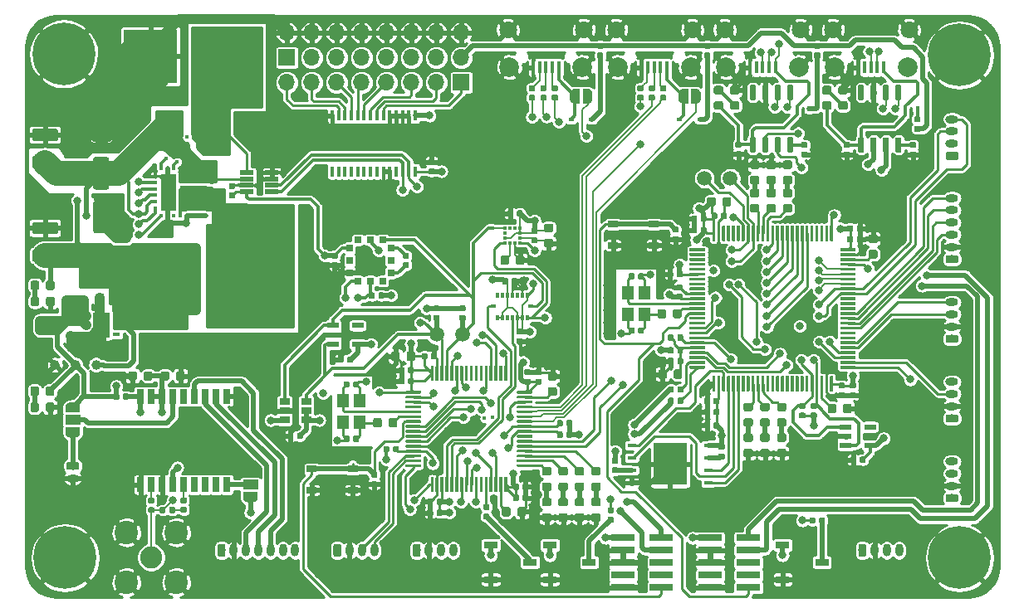
<source format=gtl>
G04 #@! TF.GenerationSoftware,KiCad,Pcbnew,(5.1.2)-2*
G04 #@! TF.CreationDate,2019-10-30T14:31:15+01:00*
G04 #@! TF.ProjectId,Hades,48616465-732e-46b6-9963-61645f706362,rev?*
G04 #@! TF.SameCoordinates,Original*
G04 #@! TF.FileFunction,Copper,L1,Top*
G04 #@! TF.FilePolarity,Positive*
%FSLAX46Y46*%
G04 Gerber Fmt 4.6, Leading zero omitted, Abs format (unit mm)*
G04 Created by KiCad (PCBNEW (5.1.2)-2) date 2019-10-30 14:31:15*
%MOMM*%
%LPD*%
G04 APERTURE LIST*
%ADD10R,0.800000X1.500000*%
%ADD11C,0.100000*%
%ADD12C,0.590000*%
%ADD13C,1.500000*%
%ADD14C,1.000000*%
%ADD15C,6.400000*%
%ADD16C,0.800000*%
%ADD17O,0.800000X1.300000*%
%ADD18C,2.250000*%
%ADD19C,2.400000*%
%ADD20R,5.516000X5.516000*%
%ADD21C,5.516000*%
%ADD22C,1.600000*%
%ADD23C,1.250000*%
%ADD24C,0.875000*%
%ADD25R,0.600000X0.450000*%
%ADD26R,0.450000X0.600000*%
%ADD27C,0.300000*%
%ADD28O,1.300000X0.800000*%
%ADD29R,1.200000X1.400000*%
%ADD30C,0.500000*%
%ADD31R,1.500000X1.000000*%
%ADD32R,4.000000X4.900000*%
%ADD33R,1.700000X1.700000*%
%ADD34O,1.700000X1.700000*%
%ADD35C,1.350000*%
%ADD36R,0.300000X0.400000*%
%ADD37R,0.400000X0.300000*%
%ADD38R,2.830000X2.200000*%
%ADD39R,2.830000X0.900000*%
%ADD40R,1.600000X3.700000*%
%ADD41R,0.800000X0.400000*%
%ADD42R,1.750000X2.500000*%
%ADD43R,1.050000X0.650000*%
%ADD44R,1.400000X0.800000*%
%ADD45R,2.400000X0.740000*%
%ADD46R,1.320800X0.508000*%
%ADD47R,0.400000X1.100000*%
%ADD48R,1.150000X0.600000*%
%ADD49R,0.950000X0.450000*%
%ADD50R,3.450000X4.350000*%
%ADD51R,0.350000X0.580000*%
%ADD52R,0.580000X0.350000*%
%ADD53R,1.060000X0.650000*%
%ADD54R,0.700000X0.650000*%
%ADD55R,0.650000X0.700000*%
%ADD56R,0.350000X0.300000*%
%ADD57R,0.300000X0.350000*%
%ADD58C,0.600000*%
%ADD59C,1.800000*%
%ADD60C,2.000000*%
%ADD61R,0.450000X1.300000*%
%ADD62C,0.400000*%
%ADD63C,0.250000*%
%ADD64C,0.500000*%
%ADD65C,0.202500*%
%ADD66C,0.350000*%
%ADD67C,1.000000*%
%ADD68C,4.000000*%
%ADD69C,0.197220*%
%ADD70C,2.500000*%
%ADD71C,0.254000*%
G04 APERTURE END LIST*
D10*
X46333400Y-64685400D03*
X45233400Y-64685400D03*
X44133400Y-64685400D03*
X43033400Y-64685400D03*
X41933400Y-64685400D03*
X40833400Y-64685400D03*
X39733400Y-64685400D03*
X38633400Y-64685400D03*
X37533400Y-64685400D03*
X37533400Y-73685400D03*
X38633400Y-73685400D03*
X39733400Y-73685400D03*
X40833400Y-73685400D03*
X41933400Y-73685400D03*
X43033400Y-73685400D03*
X44133400Y-73685400D03*
X45233400Y-73685400D03*
X46333400Y-73685400D03*
D11*
G36*
X38820358Y-75016710D02*
G01*
X38834676Y-75018834D01*
X38848717Y-75022351D01*
X38862346Y-75027228D01*
X38875431Y-75033417D01*
X38887847Y-75040858D01*
X38899473Y-75049481D01*
X38910198Y-75059202D01*
X38919919Y-75069927D01*
X38928542Y-75081553D01*
X38935983Y-75093969D01*
X38942172Y-75107054D01*
X38947049Y-75120683D01*
X38950566Y-75134724D01*
X38952690Y-75149042D01*
X38953400Y-75163500D01*
X38953400Y-75458500D01*
X38952690Y-75472958D01*
X38950566Y-75487276D01*
X38947049Y-75501317D01*
X38942172Y-75514946D01*
X38935983Y-75528031D01*
X38928542Y-75540447D01*
X38919919Y-75552073D01*
X38910198Y-75562798D01*
X38899473Y-75572519D01*
X38887847Y-75581142D01*
X38875431Y-75588583D01*
X38862346Y-75594772D01*
X38848717Y-75599649D01*
X38834676Y-75603166D01*
X38820358Y-75605290D01*
X38805900Y-75606000D01*
X38460900Y-75606000D01*
X38446442Y-75605290D01*
X38432124Y-75603166D01*
X38418083Y-75599649D01*
X38404454Y-75594772D01*
X38391369Y-75588583D01*
X38378953Y-75581142D01*
X38367327Y-75572519D01*
X38356602Y-75562798D01*
X38346881Y-75552073D01*
X38338258Y-75540447D01*
X38330817Y-75528031D01*
X38324628Y-75514946D01*
X38319751Y-75501317D01*
X38316234Y-75487276D01*
X38314110Y-75472958D01*
X38313400Y-75458500D01*
X38313400Y-75163500D01*
X38314110Y-75149042D01*
X38316234Y-75134724D01*
X38319751Y-75120683D01*
X38324628Y-75107054D01*
X38330817Y-75093969D01*
X38338258Y-75081553D01*
X38346881Y-75069927D01*
X38356602Y-75059202D01*
X38367327Y-75049481D01*
X38378953Y-75040858D01*
X38391369Y-75033417D01*
X38404454Y-75027228D01*
X38418083Y-75022351D01*
X38432124Y-75018834D01*
X38446442Y-75016710D01*
X38460900Y-75016000D01*
X38805900Y-75016000D01*
X38820358Y-75016710D01*
X38820358Y-75016710D01*
G37*
D12*
X38633400Y-75311000D03*
D11*
G36*
X38820358Y-75986710D02*
G01*
X38834676Y-75988834D01*
X38848717Y-75992351D01*
X38862346Y-75997228D01*
X38875431Y-76003417D01*
X38887847Y-76010858D01*
X38899473Y-76019481D01*
X38910198Y-76029202D01*
X38919919Y-76039927D01*
X38928542Y-76051553D01*
X38935983Y-76063969D01*
X38942172Y-76077054D01*
X38947049Y-76090683D01*
X38950566Y-76104724D01*
X38952690Y-76119042D01*
X38953400Y-76133500D01*
X38953400Y-76428500D01*
X38952690Y-76442958D01*
X38950566Y-76457276D01*
X38947049Y-76471317D01*
X38942172Y-76484946D01*
X38935983Y-76498031D01*
X38928542Y-76510447D01*
X38919919Y-76522073D01*
X38910198Y-76532798D01*
X38899473Y-76542519D01*
X38887847Y-76551142D01*
X38875431Y-76558583D01*
X38862346Y-76564772D01*
X38848717Y-76569649D01*
X38834676Y-76573166D01*
X38820358Y-76575290D01*
X38805900Y-76576000D01*
X38460900Y-76576000D01*
X38446442Y-76575290D01*
X38432124Y-76573166D01*
X38418083Y-76569649D01*
X38404454Y-76564772D01*
X38391369Y-76558583D01*
X38378953Y-76551142D01*
X38367327Y-76542519D01*
X38356602Y-76532798D01*
X38346881Y-76522073D01*
X38338258Y-76510447D01*
X38330817Y-76498031D01*
X38324628Y-76484946D01*
X38319751Y-76471317D01*
X38316234Y-76457276D01*
X38314110Y-76442958D01*
X38313400Y-76428500D01*
X38313400Y-76133500D01*
X38314110Y-76119042D01*
X38316234Y-76104724D01*
X38319751Y-76090683D01*
X38324628Y-76077054D01*
X38330817Y-76063969D01*
X38338258Y-76051553D01*
X38346881Y-76039927D01*
X38356602Y-76029202D01*
X38367327Y-76019481D01*
X38378953Y-76010858D01*
X38391369Y-76003417D01*
X38404454Y-75997228D01*
X38418083Y-75992351D01*
X38432124Y-75988834D01*
X38446442Y-75986710D01*
X38460900Y-75986000D01*
X38805900Y-75986000D01*
X38820358Y-75986710D01*
X38820358Y-75986710D01*
G37*
D12*
X38633400Y-76281000D03*
D13*
X67716400Y-58369200D03*
X70358000Y-58369200D03*
X95021400Y-42418000D03*
X97663000Y-42418000D03*
D14*
X28829000Y-61442600D03*
X30911800Y-61442600D03*
X32994600Y-61442600D03*
D15*
X29845000Y-81153000D03*
D16*
X32245000Y-81153000D03*
X31542056Y-82850056D03*
X29845000Y-83553000D03*
X28147944Y-82850056D03*
X27445000Y-81153000D03*
X28147944Y-79455944D03*
X29845000Y-78753000D03*
X31542056Y-79455944D03*
D15*
X29718000Y-29718000D03*
D16*
X32118000Y-29718000D03*
X31415056Y-31415056D03*
X29718000Y-32118000D03*
X28020944Y-31415056D03*
X27318000Y-29718000D03*
X28020944Y-28020944D03*
X29718000Y-27318000D03*
X31415056Y-28020944D03*
X122728056Y-79455944D03*
X121031000Y-78753000D03*
X119333944Y-79455944D03*
X118631000Y-81153000D03*
X119333944Y-82850056D03*
X121031000Y-83553000D03*
X122728056Y-82850056D03*
X123431000Y-81153000D03*
D15*
X121031000Y-81153000D03*
X121031000Y-29845000D03*
D16*
X123431000Y-29845000D03*
X122728056Y-31542056D03*
X121031000Y-32245000D03*
X119333944Y-31542056D03*
X118631000Y-29845000D03*
X119333944Y-28147944D03*
X121031000Y-27445000D03*
X122728056Y-28147944D03*
D11*
G36*
X111344603Y-79741963D02*
G01*
X111364018Y-79744843D01*
X111383057Y-79749612D01*
X111401537Y-79756224D01*
X111419279Y-79764616D01*
X111436114Y-79774706D01*
X111451879Y-79786398D01*
X111466421Y-79799579D01*
X111479602Y-79814121D01*
X111491294Y-79829886D01*
X111501384Y-79846721D01*
X111509776Y-79864463D01*
X111516388Y-79882943D01*
X111521157Y-79901982D01*
X111524037Y-79921397D01*
X111525000Y-79941000D01*
X111525000Y-80841000D01*
X111524037Y-80860603D01*
X111521157Y-80880018D01*
X111516388Y-80899057D01*
X111509776Y-80917537D01*
X111501384Y-80935279D01*
X111491294Y-80952114D01*
X111479602Y-80967879D01*
X111466421Y-80982421D01*
X111451879Y-80995602D01*
X111436114Y-81007294D01*
X111419279Y-81017384D01*
X111401537Y-81025776D01*
X111383057Y-81032388D01*
X111364018Y-81037157D01*
X111344603Y-81040037D01*
X111325000Y-81041000D01*
X110925000Y-81041000D01*
X110905397Y-81040037D01*
X110885982Y-81037157D01*
X110866943Y-81032388D01*
X110848463Y-81025776D01*
X110830721Y-81017384D01*
X110813886Y-81007294D01*
X110798121Y-80995602D01*
X110783579Y-80982421D01*
X110770398Y-80967879D01*
X110758706Y-80952114D01*
X110748616Y-80935279D01*
X110740224Y-80917537D01*
X110733612Y-80899057D01*
X110728843Y-80880018D01*
X110725963Y-80860603D01*
X110725000Y-80841000D01*
X110725000Y-79941000D01*
X110725963Y-79921397D01*
X110728843Y-79901982D01*
X110733612Y-79882943D01*
X110740224Y-79864463D01*
X110748616Y-79846721D01*
X110758706Y-79829886D01*
X110770398Y-79814121D01*
X110783579Y-79799579D01*
X110798121Y-79786398D01*
X110813886Y-79774706D01*
X110830721Y-79764616D01*
X110848463Y-79756224D01*
X110866943Y-79749612D01*
X110885982Y-79744843D01*
X110905397Y-79741963D01*
X110925000Y-79741000D01*
X111325000Y-79741000D01*
X111344603Y-79741963D01*
X111344603Y-79741963D01*
G37*
D16*
X111125000Y-80391000D03*
D17*
X112375000Y-80391000D03*
X113625000Y-80391000D03*
X114875000Y-80391000D03*
D18*
X38633400Y-81102200D03*
D19*
X36093400Y-78562200D03*
X41173400Y-78562200D03*
X41173400Y-83642200D03*
X36093400Y-83642200D03*
D20*
X38564000Y-29972000D03*
D21*
X45764000Y-29972000D03*
D11*
G36*
X34102504Y-35168704D02*
G01*
X34126773Y-35172304D01*
X34150571Y-35178265D01*
X34173671Y-35186530D01*
X34195849Y-35197020D01*
X34216893Y-35209633D01*
X34236598Y-35224247D01*
X34254777Y-35240723D01*
X34271253Y-35258902D01*
X34285867Y-35278607D01*
X34298480Y-35299651D01*
X34308970Y-35321829D01*
X34317235Y-35344929D01*
X34323196Y-35368727D01*
X34326796Y-35392996D01*
X34328000Y-35417500D01*
X34328000Y-38242500D01*
X34326796Y-38267004D01*
X34323196Y-38291273D01*
X34317235Y-38315071D01*
X34308970Y-38338171D01*
X34298480Y-38360349D01*
X34285867Y-38381393D01*
X34271253Y-38401098D01*
X34254777Y-38419277D01*
X34236598Y-38435753D01*
X34216893Y-38450367D01*
X34195849Y-38462980D01*
X34173671Y-38473470D01*
X34150571Y-38481735D01*
X34126773Y-38487696D01*
X34102504Y-38491296D01*
X34078000Y-38492500D01*
X32978000Y-38492500D01*
X32953496Y-38491296D01*
X32929227Y-38487696D01*
X32905429Y-38481735D01*
X32882329Y-38473470D01*
X32860151Y-38462980D01*
X32839107Y-38450367D01*
X32819402Y-38435753D01*
X32801223Y-38419277D01*
X32784747Y-38401098D01*
X32770133Y-38381393D01*
X32757520Y-38360349D01*
X32747030Y-38338171D01*
X32738765Y-38315071D01*
X32732804Y-38291273D01*
X32729204Y-38267004D01*
X32728000Y-38242500D01*
X32728000Y-35417500D01*
X32729204Y-35392996D01*
X32732804Y-35368727D01*
X32738765Y-35344929D01*
X32747030Y-35321829D01*
X32757520Y-35299651D01*
X32770133Y-35278607D01*
X32784747Y-35258902D01*
X32801223Y-35240723D01*
X32819402Y-35224247D01*
X32839107Y-35209633D01*
X32860151Y-35197020D01*
X32882329Y-35186530D01*
X32905429Y-35178265D01*
X32929227Y-35172304D01*
X32953496Y-35168704D01*
X32978000Y-35167500D01*
X34078000Y-35167500D01*
X34102504Y-35168704D01*
X34102504Y-35168704D01*
G37*
D22*
X33528000Y-36830000D03*
D11*
G36*
X34102504Y-40243704D02*
G01*
X34126773Y-40247304D01*
X34150571Y-40253265D01*
X34173671Y-40261530D01*
X34195849Y-40272020D01*
X34216893Y-40284633D01*
X34236598Y-40299247D01*
X34254777Y-40315723D01*
X34271253Y-40333902D01*
X34285867Y-40353607D01*
X34298480Y-40374651D01*
X34308970Y-40396829D01*
X34317235Y-40419929D01*
X34323196Y-40443727D01*
X34326796Y-40467996D01*
X34328000Y-40492500D01*
X34328000Y-43317500D01*
X34326796Y-43342004D01*
X34323196Y-43366273D01*
X34317235Y-43390071D01*
X34308970Y-43413171D01*
X34298480Y-43435349D01*
X34285867Y-43456393D01*
X34271253Y-43476098D01*
X34254777Y-43494277D01*
X34236598Y-43510753D01*
X34216893Y-43525367D01*
X34195849Y-43537980D01*
X34173671Y-43548470D01*
X34150571Y-43556735D01*
X34126773Y-43562696D01*
X34102504Y-43566296D01*
X34078000Y-43567500D01*
X32978000Y-43567500D01*
X32953496Y-43566296D01*
X32929227Y-43562696D01*
X32905429Y-43556735D01*
X32882329Y-43548470D01*
X32860151Y-43537980D01*
X32839107Y-43525367D01*
X32819402Y-43510753D01*
X32801223Y-43494277D01*
X32784747Y-43476098D01*
X32770133Y-43456393D01*
X32757520Y-43435349D01*
X32747030Y-43413171D01*
X32738765Y-43390071D01*
X32732804Y-43366273D01*
X32729204Y-43342004D01*
X32728000Y-43317500D01*
X32728000Y-40492500D01*
X32729204Y-40467996D01*
X32732804Y-40443727D01*
X32738765Y-40419929D01*
X32747030Y-40396829D01*
X32757520Y-40374651D01*
X32770133Y-40353607D01*
X32784747Y-40333902D01*
X32801223Y-40315723D01*
X32819402Y-40299247D01*
X32839107Y-40284633D01*
X32860151Y-40272020D01*
X32882329Y-40261530D01*
X32905429Y-40253265D01*
X32929227Y-40247304D01*
X32953496Y-40243704D01*
X32978000Y-40242500D01*
X34078000Y-40242500D01*
X34102504Y-40243704D01*
X34102504Y-40243704D01*
G37*
D22*
X33528000Y-41905000D03*
D11*
G36*
X28912504Y-37349204D02*
G01*
X28936773Y-37352804D01*
X28960571Y-37358765D01*
X28983671Y-37367030D01*
X29005849Y-37377520D01*
X29026893Y-37390133D01*
X29046598Y-37404747D01*
X29064777Y-37421223D01*
X29081253Y-37439402D01*
X29095867Y-37459107D01*
X29108480Y-37480151D01*
X29118970Y-37502329D01*
X29127235Y-37525429D01*
X29133196Y-37549227D01*
X29136796Y-37573496D01*
X29138000Y-37598000D01*
X29138000Y-38348000D01*
X29136796Y-38372504D01*
X29133196Y-38396773D01*
X29127235Y-38420571D01*
X29118970Y-38443671D01*
X29108480Y-38465849D01*
X29095867Y-38486893D01*
X29081253Y-38506598D01*
X29064777Y-38524777D01*
X29046598Y-38541253D01*
X29026893Y-38555867D01*
X29005849Y-38568480D01*
X28983671Y-38578970D01*
X28960571Y-38587235D01*
X28936773Y-38593196D01*
X28912504Y-38596796D01*
X28888000Y-38598000D01*
X26738000Y-38598000D01*
X26713496Y-38596796D01*
X26689227Y-38593196D01*
X26665429Y-38587235D01*
X26642329Y-38578970D01*
X26620151Y-38568480D01*
X26599107Y-38555867D01*
X26579402Y-38541253D01*
X26561223Y-38524777D01*
X26544747Y-38506598D01*
X26530133Y-38486893D01*
X26517520Y-38465849D01*
X26507030Y-38443671D01*
X26498765Y-38420571D01*
X26492804Y-38396773D01*
X26489204Y-38372504D01*
X26488000Y-38348000D01*
X26488000Y-37598000D01*
X26489204Y-37573496D01*
X26492804Y-37549227D01*
X26498765Y-37525429D01*
X26507030Y-37502329D01*
X26517520Y-37480151D01*
X26530133Y-37459107D01*
X26544747Y-37439402D01*
X26561223Y-37421223D01*
X26579402Y-37404747D01*
X26599107Y-37390133D01*
X26620151Y-37377520D01*
X26642329Y-37367030D01*
X26665429Y-37358765D01*
X26689227Y-37352804D01*
X26713496Y-37349204D01*
X26738000Y-37348000D01*
X28888000Y-37348000D01*
X28912504Y-37349204D01*
X28912504Y-37349204D01*
G37*
D23*
X27813000Y-37973000D03*
D11*
G36*
X28912504Y-40149204D02*
G01*
X28936773Y-40152804D01*
X28960571Y-40158765D01*
X28983671Y-40167030D01*
X29005849Y-40177520D01*
X29026893Y-40190133D01*
X29046598Y-40204747D01*
X29064777Y-40221223D01*
X29081253Y-40239402D01*
X29095867Y-40259107D01*
X29108480Y-40280151D01*
X29118970Y-40302329D01*
X29127235Y-40325429D01*
X29133196Y-40349227D01*
X29136796Y-40373496D01*
X29138000Y-40398000D01*
X29138000Y-41148000D01*
X29136796Y-41172504D01*
X29133196Y-41196773D01*
X29127235Y-41220571D01*
X29118970Y-41243671D01*
X29108480Y-41265849D01*
X29095867Y-41286893D01*
X29081253Y-41306598D01*
X29064777Y-41324777D01*
X29046598Y-41341253D01*
X29026893Y-41355867D01*
X29005849Y-41368480D01*
X28983671Y-41378970D01*
X28960571Y-41387235D01*
X28936773Y-41393196D01*
X28912504Y-41396796D01*
X28888000Y-41398000D01*
X26738000Y-41398000D01*
X26713496Y-41396796D01*
X26689227Y-41393196D01*
X26665429Y-41387235D01*
X26642329Y-41378970D01*
X26620151Y-41368480D01*
X26599107Y-41355867D01*
X26579402Y-41341253D01*
X26561223Y-41324777D01*
X26544747Y-41306598D01*
X26530133Y-41286893D01*
X26517520Y-41265849D01*
X26507030Y-41243671D01*
X26498765Y-41220571D01*
X26492804Y-41196773D01*
X26489204Y-41172504D01*
X26488000Y-41148000D01*
X26488000Y-40398000D01*
X26489204Y-40373496D01*
X26492804Y-40349227D01*
X26498765Y-40325429D01*
X26507030Y-40302329D01*
X26517520Y-40280151D01*
X26530133Y-40259107D01*
X26544747Y-40239402D01*
X26561223Y-40221223D01*
X26579402Y-40204747D01*
X26599107Y-40190133D01*
X26620151Y-40177520D01*
X26642329Y-40167030D01*
X26665429Y-40158765D01*
X26689227Y-40152804D01*
X26713496Y-40149204D01*
X26738000Y-40148000D01*
X28888000Y-40148000D01*
X28912504Y-40149204D01*
X28912504Y-40149204D01*
G37*
D23*
X27813000Y-40773000D03*
D11*
G36*
X34102504Y-49771204D02*
G01*
X34126773Y-49774804D01*
X34150571Y-49780765D01*
X34173671Y-49789030D01*
X34195849Y-49799520D01*
X34216893Y-49812133D01*
X34236598Y-49826747D01*
X34254777Y-49843223D01*
X34271253Y-49861402D01*
X34285867Y-49881107D01*
X34298480Y-49902151D01*
X34308970Y-49924329D01*
X34317235Y-49947429D01*
X34323196Y-49971227D01*
X34326796Y-49995496D01*
X34328000Y-50020000D01*
X34328000Y-52845000D01*
X34326796Y-52869504D01*
X34323196Y-52893773D01*
X34317235Y-52917571D01*
X34308970Y-52940671D01*
X34298480Y-52962849D01*
X34285867Y-52983893D01*
X34271253Y-53003598D01*
X34254777Y-53021777D01*
X34236598Y-53038253D01*
X34216893Y-53052867D01*
X34195849Y-53065480D01*
X34173671Y-53075970D01*
X34150571Y-53084235D01*
X34126773Y-53090196D01*
X34102504Y-53093796D01*
X34078000Y-53095000D01*
X32978000Y-53095000D01*
X32953496Y-53093796D01*
X32929227Y-53090196D01*
X32905429Y-53084235D01*
X32882329Y-53075970D01*
X32860151Y-53065480D01*
X32839107Y-53052867D01*
X32819402Y-53038253D01*
X32801223Y-53021777D01*
X32784747Y-53003598D01*
X32770133Y-52983893D01*
X32757520Y-52962849D01*
X32747030Y-52940671D01*
X32738765Y-52917571D01*
X32732804Y-52893773D01*
X32729204Y-52869504D01*
X32728000Y-52845000D01*
X32728000Y-50020000D01*
X32729204Y-49995496D01*
X32732804Y-49971227D01*
X32738765Y-49947429D01*
X32747030Y-49924329D01*
X32757520Y-49902151D01*
X32770133Y-49881107D01*
X32784747Y-49861402D01*
X32801223Y-49843223D01*
X32819402Y-49826747D01*
X32839107Y-49812133D01*
X32860151Y-49799520D01*
X32882329Y-49789030D01*
X32905429Y-49780765D01*
X32929227Y-49774804D01*
X32953496Y-49771204D01*
X32978000Y-49770000D01*
X34078000Y-49770000D01*
X34102504Y-49771204D01*
X34102504Y-49771204D01*
G37*
D22*
X33528000Y-51432500D03*
D11*
G36*
X34102504Y-44696204D02*
G01*
X34126773Y-44699804D01*
X34150571Y-44705765D01*
X34173671Y-44714030D01*
X34195849Y-44724520D01*
X34216893Y-44737133D01*
X34236598Y-44751747D01*
X34254777Y-44768223D01*
X34271253Y-44786402D01*
X34285867Y-44806107D01*
X34298480Y-44827151D01*
X34308970Y-44849329D01*
X34317235Y-44872429D01*
X34323196Y-44896227D01*
X34326796Y-44920496D01*
X34328000Y-44945000D01*
X34328000Y-47770000D01*
X34326796Y-47794504D01*
X34323196Y-47818773D01*
X34317235Y-47842571D01*
X34308970Y-47865671D01*
X34298480Y-47887849D01*
X34285867Y-47908893D01*
X34271253Y-47928598D01*
X34254777Y-47946777D01*
X34236598Y-47963253D01*
X34216893Y-47977867D01*
X34195849Y-47990480D01*
X34173671Y-48000970D01*
X34150571Y-48009235D01*
X34126773Y-48015196D01*
X34102504Y-48018796D01*
X34078000Y-48020000D01*
X32978000Y-48020000D01*
X32953496Y-48018796D01*
X32929227Y-48015196D01*
X32905429Y-48009235D01*
X32882329Y-48000970D01*
X32860151Y-47990480D01*
X32839107Y-47977867D01*
X32819402Y-47963253D01*
X32801223Y-47946777D01*
X32784747Y-47928598D01*
X32770133Y-47908893D01*
X32757520Y-47887849D01*
X32747030Y-47865671D01*
X32738765Y-47842571D01*
X32732804Y-47818773D01*
X32729204Y-47794504D01*
X32728000Y-47770000D01*
X32728000Y-44945000D01*
X32729204Y-44920496D01*
X32732804Y-44896227D01*
X32738765Y-44872429D01*
X32747030Y-44849329D01*
X32757520Y-44827151D01*
X32770133Y-44806107D01*
X32784747Y-44786402D01*
X32801223Y-44768223D01*
X32819402Y-44751747D01*
X32839107Y-44737133D01*
X32860151Y-44724520D01*
X32882329Y-44714030D01*
X32905429Y-44705765D01*
X32929227Y-44699804D01*
X32953496Y-44696204D01*
X32978000Y-44695000D01*
X34078000Y-44695000D01*
X34102504Y-44696204D01*
X34102504Y-44696204D01*
G37*
D22*
X33528000Y-46357500D03*
D11*
G36*
X28912504Y-49671204D02*
G01*
X28936773Y-49674804D01*
X28960571Y-49680765D01*
X28983671Y-49689030D01*
X29005849Y-49699520D01*
X29026893Y-49712133D01*
X29046598Y-49726747D01*
X29064777Y-49743223D01*
X29081253Y-49761402D01*
X29095867Y-49781107D01*
X29108480Y-49802151D01*
X29118970Y-49824329D01*
X29127235Y-49847429D01*
X29133196Y-49871227D01*
X29136796Y-49895496D01*
X29138000Y-49920000D01*
X29138000Y-50670000D01*
X29136796Y-50694504D01*
X29133196Y-50718773D01*
X29127235Y-50742571D01*
X29118970Y-50765671D01*
X29108480Y-50787849D01*
X29095867Y-50808893D01*
X29081253Y-50828598D01*
X29064777Y-50846777D01*
X29046598Y-50863253D01*
X29026893Y-50877867D01*
X29005849Y-50890480D01*
X28983671Y-50900970D01*
X28960571Y-50909235D01*
X28936773Y-50915196D01*
X28912504Y-50918796D01*
X28888000Y-50920000D01*
X26738000Y-50920000D01*
X26713496Y-50918796D01*
X26689227Y-50915196D01*
X26665429Y-50909235D01*
X26642329Y-50900970D01*
X26620151Y-50890480D01*
X26599107Y-50877867D01*
X26579402Y-50863253D01*
X26561223Y-50846777D01*
X26544747Y-50828598D01*
X26530133Y-50808893D01*
X26517520Y-50787849D01*
X26507030Y-50765671D01*
X26498765Y-50742571D01*
X26492804Y-50718773D01*
X26489204Y-50694504D01*
X26488000Y-50670000D01*
X26488000Y-49920000D01*
X26489204Y-49895496D01*
X26492804Y-49871227D01*
X26498765Y-49847429D01*
X26507030Y-49824329D01*
X26517520Y-49802151D01*
X26530133Y-49781107D01*
X26544747Y-49761402D01*
X26561223Y-49743223D01*
X26579402Y-49726747D01*
X26599107Y-49712133D01*
X26620151Y-49699520D01*
X26642329Y-49689030D01*
X26665429Y-49680765D01*
X26689227Y-49674804D01*
X26713496Y-49671204D01*
X26738000Y-49670000D01*
X28888000Y-49670000D01*
X28912504Y-49671204D01*
X28912504Y-49671204D01*
G37*
D23*
X27813000Y-50295000D03*
D11*
G36*
X28912504Y-46871204D02*
G01*
X28936773Y-46874804D01*
X28960571Y-46880765D01*
X28983671Y-46889030D01*
X29005849Y-46899520D01*
X29026893Y-46912133D01*
X29046598Y-46926747D01*
X29064777Y-46943223D01*
X29081253Y-46961402D01*
X29095867Y-46981107D01*
X29108480Y-47002151D01*
X29118970Y-47024329D01*
X29127235Y-47047429D01*
X29133196Y-47071227D01*
X29136796Y-47095496D01*
X29138000Y-47120000D01*
X29138000Y-47870000D01*
X29136796Y-47894504D01*
X29133196Y-47918773D01*
X29127235Y-47942571D01*
X29118970Y-47965671D01*
X29108480Y-47987849D01*
X29095867Y-48008893D01*
X29081253Y-48028598D01*
X29064777Y-48046777D01*
X29046598Y-48063253D01*
X29026893Y-48077867D01*
X29005849Y-48090480D01*
X28983671Y-48100970D01*
X28960571Y-48109235D01*
X28936773Y-48115196D01*
X28912504Y-48118796D01*
X28888000Y-48120000D01*
X26738000Y-48120000D01*
X26713496Y-48118796D01*
X26689227Y-48115196D01*
X26665429Y-48109235D01*
X26642329Y-48100970D01*
X26620151Y-48090480D01*
X26599107Y-48077867D01*
X26579402Y-48063253D01*
X26561223Y-48046777D01*
X26544747Y-48028598D01*
X26530133Y-48008893D01*
X26517520Y-47987849D01*
X26507030Y-47965671D01*
X26498765Y-47942571D01*
X26492804Y-47918773D01*
X26489204Y-47894504D01*
X26488000Y-47870000D01*
X26488000Y-47120000D01*
X26489204Y-47095496D01*
X26492804Y-47071227D01*
X26498765Y-47047429D01*
X26507030Y-47024329D01*
X26517520Y-47002151D01*
X26530133Y-46981107D01*
X26544747Y-46961402D01*
X26561223Y-46943223D01*
X26579402Y-46926747D01*
X26599107Y-46912133D01*
X26620151Y-46899520D01*
X26642329Y-46889030D01*
X26665429Y-46880765D01*
X26689227Y-46874804D01*
X26713496Y-46871204D01*
X26738000Y-46870000D01*
X28888000Y-46870000D01*
X28912504Y-46871204D01*
X28912504Y-46871204D01*
G37*
D23*
X27813000Y-47495000D03*
D11*
G36*
X47049958Y-42908710D02*
G01*
X47064276Y-42910834D01*
X47078317Y-42914351D01*
X47091946Y-42919228D01*
X47105031Y-42925417D01*
X47117447Y-42932858D01*
X47129073Y-42941481D01*
X47139798Y-42951202D01*
X47149519Y-42961927D01*
X47158142Y-42973553D01*
X47165583Y-42985969D01*
X47171772Y-42999054D01*
X47176649Y-43012683D01*
X47180166Y-43026724D01*
X47182290Y-43041042D01*
X47183000Y-43055500D01*
X47183000Y-43350500D01*
X47182290Y-43364958D01*
X47180166Y-43379276D01*
X47176649Y-43393317D01*
X47171772Y-43406946D01*
X47165583Y-43420031D01*
X47158142Y-43432447D01*
X47149519Y-43444073D01*
X47139798Y-43454798D01*
X47129073Y-43464519D01*
X47117447Y-43473142D01*
X47105031Y-43480583D01*
X47091946Y-43486772D01*
X47078317Y-43491649D01*
X47064276Y-43495166D01*
X47049958Y-43497290D01*
X47035500Y-43498000D01*
X46690500Y-43498000D01*
X46676042Y-43497290D01*
X46661724Y-43495166D01*
X46647683Y-43491649D01*
X46634054Y-43486772D01*
X46620969Y-43480583D01*
X46608553Y-43473142D01*
X46596927Y-43464519D01*
X46586202Y-43454798D01*
X46576481Y-43444073D01*
X46567858Y-43432447D01*
X46560417Y-43420031D01*
X46554228Y-43406946D01*
X46549351Y-43393317D01*
X46545834Y-43379276D01*
X46543710Y-43364958D01*
X46543000Y-43350500D01*
X46543000Y-43055500D01*
X46543710Y-43041042D01*
X46545834Y-43026724D01*
X46549351Y-43012683D01*
X46554228Y-42999054D01*
X46560417Y-42985969D01*
X46567858Y-42973553D01*
X46576481Y-42961927D01*
X46586202Y-42951202D01*
X46596927Y-42941481D01*
X46608553Y-42932858D01*
X46620969Y-42925417D01*
X46634054Y-42919228D01*
X46647683Y-42914351D01*
X46661724Y-42910834D01*
X46676042Y-42908710D01*
X46690500Y-42908000D01*
X47035500Y-42908000D01*
X47049958Y-42908710D01*
X47049958Y-42908710D01*
G37*
D12*
X46863000Y-43203000D03*
D11*
G36*
X47049958Y-43878710D02*
G01*
X47064276Y-43880834D01*
X47078317Y-43884351D01*
X47091946Y-43889228D01*
X47105031Y-43895417D01*
X47117447Y-43902858D01*
X47129073Y-43911481D01*
X47139798Y-43921202D01*
X47149519Y-43931927D01*
X47158142Y-43943553D01*
X47165583Y-43955969D01*
X47171772Y-43969054D01*
X47176649Y-43982683D01*
X47180166Y-43996724D01*
X47182290Y-44011042D01*
X47183000Y-44025500D01*
X47183000Y-44320500D01*
X47182290Y-44334958D01*
X47180166Y-44349276D01*
X47176649Y-44363317D01*
X47171772Y-44376946D01*
X47165583Y-44390031D01*
X47158142Y-44402447D01*
X47149519Y-44414073D01*
X47139798Y-44424798D01*
X47129073Y-44434519D01*
X47117447Y-44443142D01*
X47105031Y-44450583D01*
X47091946Y-44456772D01*
X47078317Y-44461649D01*
X47064276Y-44465166D01*
X47049958Y-44467290D01*
X47035500Y-44468000D01*
X46690500Y-44468000D01*
X46676042Y-44467290D01*
X46661724Y-44465166D01*
X46647683Y-44461649D01*
X46634054Y-44456772D01*
X46620969Y-44450583D01*
X46608553Y-44443142D01*
X46596927Y-44434519D01*
X46586202Y-44424798D01*
X46576481Y-44414073D01*
X46567858Y-44402447D01*
X46560417Y-44390031D01*
X46554228Y-44376946D01*
X46549351Y-44363317D01*
X46545834Y-44349276D01*
X46543710Y-44334958D01*
X46543000Y-44320500D01*
X46543000Y-44025500D01*
X46543710Y-44011042D01*
X46545834Y-43996724D01*
X46549351Y-43982683D01*
X46554228Y-43969054D01*
X46560417Y-43955969D01*
X46567858Y-43943553D01*
X46576481Y-43931927D01*
X46586202Y-43921202D01*
X46596927Y-43911481D01*
X46608553Y-43902858D01*
X46620969Y-43895417D01*
X46634054Y-43889228D01*
X46647683Y-43884351D01*
X46661724Y-43880834D01*
X46676042Y-43878710D01*
X46690500Y-43878000D01*
X47035500Y-43878000D01*
X47049958Y-43878710D01*
X47049958Y-43878710D01*
G37*
D12*
X46863000Y-44173000D03*
D11*
G36*
X35216191Y-54161453D02*
G01*
X35237426Y-54164603D01*
X35258250Y-54169819D01*
X35278462Y-54177051D01*
X35297868Y-54186230D01*
X35316281Y-54197266D01*
X35333524Y-54210054D01*
X35349430Y-54224470D01*
X35363846Y-54240376D01*
X35376634Y-54257619D01*
X35387670Y-54276032D01*
X35396849Y-54295438D01*
X35404081Y-54315650D01*
X35409297Y-54336474D01*
X35412447Y-54357709D01*
X35413500Y-54379150D01*
X35413500Y-54891650D01*
X35412447Y-54913091D01*
X35409297Y-54934326D01*
X35404081Y-54955150D01*
X35396849Y-54975362D01*
X35387670Y-54994768D01*
X35376634Y-55013181D01*
X35363846Y-55030424D01*
X35349430Y-55046330D01*
X35333524Y-55060746D01*
X35316281Y-55073534D01*
X35297868Y-55084570D01*
X35278462Y-55093749D01*
X35258250Y-55100981D01*
X35237426Y-55106197D01*
X35216191Y-55109347D01*
X35194750Y-55110400D01*
X34757250Y-55110400D01*
X34735809Y-55109347D01*
X34714574Y-55106197D01*
X34693750Y-55100981D01*
X34673538Y-55093749D01*
X34654132Y-55084570D01*
X34635719Y-55073534D01*
X34618476Y-55060746D01*
X34602570Y-55046330D01*
X34588154Y-55030424D01*
X34575366Y-55013181D01*
X34564330Y-54994768D01*
X34555151Y-54975362D01*
X34547919Y-54955150D01*
X34542703Y-54934326D01*
X34539553Y-54913091D01*
X34538500Y-54891650D01*
X34538500Y-54379150D01*
X34539553Y-54357709D01*
X34542703Y-54336474D01*
X34547919Y-54315650D01*
X34555151Y-54295438D01*
X34564330Y-54276032D01*
X34575366Y-54257619D01*
X34588154Y-54240376D01*
X34602570Y-54224470D01*
X34618476Y-54210054D01*
X34635719Y-54197266D01*
X34654132Y-54186230D01*
X34673538Y-54177051D01*
X34693750Y-54169819D01*
X34714574Y-54164603D01*
X34735809Y-54161453D01*
X34757250Y-54160400D01*
X35194750Y-54160400D01*
X35216191Y-54161453D01*
X35216191Y-54161453D01*
G37*
D24*
X34976000Y-54635400D03*
D11*
G36*
X33641191Y-54161453D02*
G01*
X33662426Y-54164603D01*
X33683250Y-54169819D01*
X33703462Y-54177051D01*
X33722868Y-54186230D01*
X33741281Y-54197266D01*
X33758524Y-54210054D01*
X33774430Y-54224470D01*
X33788846Y-54240376D01*
X33801634Y-54257619D01*
X33812670Y-54276032D01*
X33821849Y-54295438D01*
X33829081Y-54315650D01*
X33834297Y-54336474D01*
X33837447Y-54357709D01*
X33838500Y-54379150D01*
X33838500Y-54891650D01*
X33837447Y-54913091D01*
X33834297Y-54934326D01*
X33829081Y-54955150D01*
X33821849Y-54975362D01*
X33812670Y-54994768D01*
X33801634Y-55013181D01*
X33788846Y-55030424D01*
X33774430Y-55046330D01*
X33758524Y-55060746D01*
X33741281Y-55073534D01*
X33722868Y-55084570D01*
X33703462Y-55093749D01*
X33683250Y-55100981D01*
X33662426Y-55106197D01*
X33641191Y-55109347D01*
X33619750Y-55110400D01*
X33182250Y-55110400D01*
X33160809Y-55109347D01*
X33139574Y-55106197D01*
X33118750Y-55100981D01*
X33098538Y-55093749D01*
X33079132Y-55084570D01*
X33060719Y-55073534D01*
X33043476Y-55060746D01*
X33027570Y-55046330D01*
X33013154Y-55030424D01*
X33000366Y-55013181D01*
X32989330Y-54994768D01*
X32980151Y-54975362D01*
X32972919Y-54955150D01*
X32967703Y-54934326D01*
X32964553Y-54913091D01*
X32963500Y-54891650D01*
X32963500Y-54379150D01*
X32964553Y-54357709D01*
X32967703Y-54336474D01*
X32972919Y-54315650D01*
X32980151Y-54295438D01*
X32989330Y-54276032D01*
X33000366Y-54257619D01*
X33013154Y-54240376D01*
X33027570Y-54224470D01*
X33043476Y-54210054D01*
X33060719Y-54197266D01*
X33079132Y-54186230D01*
X33098538Y-54177051D01*
X33118750Y-54169819D01*
X33139574Y-54164603D01*
X33160809Y-54161453D01*
X33182250Y-54160400D01*
X33619750Y-54160400D01*
X33641191Y-54161453D01*
X33641191Y-54161453D01*
G37*
D24*
X33401000Y-54635400D03*
D11*
G36*
X30706891Y-58110553D02*
G01*
X30728126Y-58113703D01*
X30748950Y-58118919D01*
X30769162Y-58126151D01*
X30788568Y-58135330D01*
X30806981Y-58146366D01*
X30824224Y-58159154D01*
X30840130Y-58173570D01*
X30854546Y-58189476D01*
X30867334Y-58206719D01*
X30878370Y-58225132D01*
X30887549Y-58244538D01*
X30894781Y-58264750D01*
X30899997Y-58285574D01*
X30903147Y-58306809D01*
X30904200Y-58328250D01*
X30904200Y-58765750D01*
X30903147Y-58787191D01*
X30899997Y-58808426D01*
X30894781Y-58829250D01*
X30887549Y-58849462D01*
X30878370Y-58868868D01*
X30867334Y-58887281D01*
X30854546Y-58904524D01*
X30840130Y-58920430D01*
X30824224Y-58934846D01*
X30806981Y-58947634D01*
X30788568Y-58958670D01*
X30769162Y-58967849D01*
X30748950Y-58975081D01*
X30728126Y-58980297D01*
X30706891Y-58983447D01*
X30685450Y-58984500D01*
X30172950Y-58984500D01*
X30151509Y-58983447D01*
X30130274Y-58980297D01*
X30109450Y-58975081D01*
X30089238Y-58967849D01*
X30069832Y-58958670D01*
X30051419Y-58947634D01*
X30034176Y-58934846D01*
X30018270Y-58920430D01*
X30003854Y-58904524D01*
X29991066Y-58887281D01*
X29980030Y-58868868D01*
X29970851Y-58849462D01*
X29963619Y-58829250D01*
X29958403Y-58808426D01*
X29955253Y-58787191D01*
X29954200Y-58765750D01*
X29954200Y-58328250D01*
X29955253Y-58306809D01*
X29958403Y-58285574D01*
X29963619Y-58264750D01*
X29970851Y-58244538D01*
X29980030Y-58225132D01*
X29991066Y-58206719D01*
X30003854Y-58189476D01*
X30018270Y-58173570D01*
X30034176Y-58159154D01*
X30051419Y-58146366D01*
X30069832Y-58135330D01*
X30089238Y-58126151D01*
X30109450Y-58118919D01*
X30130274Y-58113703D01*
X30151509Y-58110553D01*
X30172950Y-58109500D01*
X30685450Y-58109500D01*
X30706891Y-58110553D01*
X30706891Y-58110553D01*
G37*
D24*
X30429200Y-58547000D03*
D11*
G36*
X30706891Y-56535553D02*
G01*
X30728126Y-56538703D01*
X30748950Y-56543919D01*
X30769162Y-56551151D01*
X30788568Y-56560330D01*
X30806981Y-56571366D01*
X30824224Y-56584154D01*
X30840130Y-56598570D01*
X30854546Y-56614476D01*
X30867334Y-56631719D01*
X30878370Y-56650132D01*
X30887549Y-56669538D01*
X30894781Y-56689750D01*
X30899997Y-56710574D01*
X30903147Y-56731809D01*
X30904200Y-56753250D01*
X30904200Y-57190750D01*
X30903147Y-57212191D01*
X30899997Y-57233426D01*
X30894781Y-57254250D01*
X30887549Y-57274462D01*
X30878370Y-57293868D01*
X30867334Y-57312281D01*
X30854546Y-57329524D01*
X30840130Y-57345430D01*
X30824224Y-57359846D01*
X30806981Y-57372634D01*
X30788568Y-57383670D01*
X30769162Y-57392849D01*
X30748950Y-57400081D01*
X30728126Y-57405297D01*
X30706891Y-57408447D01*
X30685450Y-57409500D01*
X30172950Y-57409500D01*
X30151509Y-57408447D01*
X30130274Y-57405297D01*
X30109450Y-57400081D01*
X30089238Y-57392849D01*
X30069832Y-57383670D01*
X30051419Y-57372634D01*
X30034176Y-57359846D01*
X30018270Y-57345430D01*
X30003854Y-57329524D01*
X29991066Y-57312281D01*
X29980030Y-57293868D01*
X29970851Y-57274462D01*
X29963619Y-57254250D01*
X29958403Y-57233426D01*
X29955253Y-57212191D01*
X29954200Y-57190750D01*
X29954200Y-56753250D01*
X29955253Y-56731809D01*
X29958403Y-56710574D01*
X29963619Y-56689750D01*
X29970851Y-56669538D01*
X29980030Y-56650132D01*
X29991066Y-56631719D01*
X30003854Y-56614476D01*
X30018270Y-56598570D01*
X30034176Y-56584154D01*
X30051419Y-56571366D01*
X30069832Y-56560330D01*
X30089238Y-56551151D01*
X30109450Y-56543919D01*
X30130274Y-56538703D01*
X30151509Y-56535553D01*
X30172950Y-56534500D01*
X30685450Y-56534500D01*
X30706891Y-56535553D01*
X30706891Y-56535553D01*
G37*
D24*
X30429200Y-56972000D03*
D11*
G36*
X108266191Y-65439053D02*
G01*
X108287426Y-65442203D01*
X108308250Y-65447419D01*
X108328462Y-65454651D01*
X108347868Y-65463830D01*
X108366281Y-65474866D01*
X108383524Y-65487654D01*
X108399430Y-65502070D01*
X108413846Y-65517976D01*
X108426634Y-65535219D01*
X108437670Y-65553632D01*
X108446849Y-65573038D01*
X108454081Y-65593250D01*
X108459297Y-65614074D01*
X108462447Y-65635309D01*
X108463500Y-65656750D01*
X108463500Y-66169250D01*
X108462447Y-66190691D01*
X108459297Y-66211926D01*
X108454081Y-66232750D01*
X108446849Y-66252962D01*
X108437670Y-66272368D01*
X108426634Y-66290781D01*
X108413846Y-66308024D01*
X108399430Y-66323930D01*
X108383524Y-66338346D01*
X108366281Y-66351134D01*
X108347868Y-66362170D01*
X108328462Y-66371349D01*
X108308250Y-66378581D01*
X108287426Y-66383797D01*
X108266191Y-66386947D01*
X108244750Y-66388000D01*
X107807250Y-66388000D01*
X107785809Y-66386947D01*
X107764574Y-66383797D01*
X107743750Y-66378581D01*
X107723538Y-66371349D01*
X107704132Y-66362170D01*
X107685719Y-66351134D01*
X107668476Y-66338346D01*
X107652570Y-66323930D01*
X107638154Y-66308024D01*
X107625366Y-66290781D01*
X107614330Y-66272368D01*
X107605151Y-66252962D01*
X107597919Y-66232750D01*
X107592703Y-66211926D01*
X107589553Y-66190691D01*
X107588500Y-66169250D01*
X107588500Y-65656750D01*
X107589553Y-65635309D01*
X107592703Y-65614074D01*
X107597919Y-65593250D01*
X107605151Y-65573038D01*
X107614330Y-65553632D01*
X107625366Y-65535219D01*
X107638154Y-65517976D01*
X107652570Y-65502070D01*
X107668476Y-65487654D01*
X107685719Y-65474866D01*
X107704132Y-65463830D01*
X107723538Y-65454651D01*
X107743750Y-65447419D01*
X107764574Y-65442203D01*
X107785809Y-65439053D01*
X107807250Y-65438000D01*
X108244750Y-65438000D01*
X108266191Y-65439053D01*
X108266191Y-65439053D01*
G37*
D24*
X108026000Y-65913000D03*
D11*
G36*
X109841191Y-65439053D02*
G01*
X109862426Y-65442203D01*
X109883250Y-65447419D01*
X109903462Y-65454651D01*
X109922868Y-65463830D01*
X109941281Y-65474866D01*
X109958524Y-65487654D01*
X109974430Y-65502070D01*
X109988846Y-65517976D01*
X110001634Y-65535219D01*
X110012670Y-65553632D01*
X110021849Y-65573038D01*
X110029081Y-65593250D01*
X110034297Y-65614074D01*
X110037447Y-65635309D01*
X110038500Y-65656750D01*
X110038500Y-66169250D01*
X110037447Y-66190691D01*
X110034297Y-66211926D01*
X110029081Y-66232750D01*
X110021849Y-66252962D01*
X110012670Y-66272368D01*
X110001634Y-66290781D01*
X109988846Y-66308024D01*
X109974430Y-66323930D01*
X109958524Y-66338346D01*
X109941281Y-66351134D01*
X109922868Y-66362170D01*
X109903462Y-66371349D01*
X109883250Y-66378581D01*
X109862426Y-66383797D01*
X109841191Y-66386947D01*
X109819750Y-66388000D01*
X109382250Y-66388000D01*
X109360809Y-66386947D01*
X109339574Y-66383797D01*
X109318750Y-66378581D01*
X109298538Y-66371349D01*
X109279132Y-66362170D01*
X109260719Y-66351134D01*
X109243476Y-66338346D01*
X109227570Y-66323930D01*
X109213154Y-66308024D01*
X109200366Y-66290781D01*
X109189330Y-66272368D01*
X109180151Y-66252962D01*
X109172919Y-66232750D01*
X109167703Y-66211926D01*
X109164553Y-66190691D01*
X109163500Y-66169250D01*
X109163500Y-65656750D01*
X109164553Y-65635309D01*
X109167703Y-65614074D01*
X109172919Y-65593250D01*
X109180151Y-65573038D01*
X109189330Y-65553632D01*
X109200366Y-65535219D01*
X109213154Y-65517976D01*
X109227570Y-65502070D01*
X109243476Y-65487654D01*
X109260719Y-65474866D01*
X109279132Y-65463830D01*
X109298538Y-65454651D01*
X109318750Y-65447419D01*
X109339574Y-65442203D01*
X109360809Y-65439053D01*
X109382250Y-65438000D01*
X109819750Y-65438000D01*
X109841191Y-65439053D01*
X109841191Y-65439053D01*
G37*
D24*
X109601000Y-65913000D03*
D11*
G36*
X112494891Y-49728553D02*
G01*
X112516126Y-49731703D01*
X112536950Y-49736919D01*
X112557162Y-49744151D01*
X112576568Y-49753330D01*
X112594981Y-49764366D01*
X112612224Y-49777154D01*
X112628130Y-49791570D01*
X112642546Y-49807476D01*
X112655334Y-49824719D01*
X112666370Y-49843132D01*
X112675549Y-49862538D01*
X112682781Y-49882750D01*
X112687997Y-49903574D01*
X112691147Y-49924809D01*
X112692200Y-49946250D01*
X112692200Y-50383750D01*
X112691147Y-50405191D01*
X112687997Y-50426426D01*
X112682781Y-50447250D01*
X112675549Y-50467462D01*
X112666370Y-50486868D01*
X112655334Y-50505281D01*
X112642546Y-50522524D01*
X112628130Y-50538430D01*
X112612224Y-50552846D01*
X112594981Y-50565634D01*
X112576568Y-50576670D01*
X112557162Y-50585849D01*
X112536950Y-50593081D01*
X112516126Y-50598297D01*
X112494891Y-50601447D01*
X112473450Y-50602500D01*
X111960950Y-50602500D01*
X111939509Y-50601447D01*
X111918274Y-50598297D01*
X111897450Y-50593081D01*
X111877238Y-50585849D01*
X111857832Y-50576670D01*
X111839419Y-50565634D01*
X111822176Y-50552846D01*
X111806270Y-50538430D01*
X111791854Y-50522524D01*
X111779066Y-50505281D01*
X111768030Y-50486868D01*
X111758851Y-50467462D01*
X111751619Y-50447250D01*
X111746403Y-50426426D01*
X111743253Y-50405191D01*
X111742200Y-50383750D01*
X111742200Y-49946250D01*
X111743253Y-49924809D01*
X111746403Y-49903574D01*
X111751619Y-49882750D01*
X111758851Y-49862538D01*
X111768030Y-49843132D01*
X111779066Y-49824719D01*
X111791854Y-49807476D01*
X111806270Y-49791570D01*
X111822176Y-49777154D01*
X111839419Y-49764366D01*
X111857832Y-49753330D01*
X111877238Y-49744151D01*
X111897450Y-49736919D01*
X111918274Y-49731703D01*
X111939509Y-49728553D01*
X111960950Y-49727500D01*
X112473450Y-49727500D01*
X112494891Y-49728553D01*
X112494891Y-49728553D01*
G37*
D24*
X112217200Y-50165000D03*
D11*
G36*
X112494891Y-48153553D02*
G01*
X112516126Y-48156703D01*
X112536950Y-48161919D01*
X112557162Y-48169151D01*
X112576568Y-48178330D01*
X112594981Y-48189366D01*
X112612224Y-48202154D01*
X112628130Y-48216570D01*
X112642546Y-48232476D01*
X112655334Y-48249719D01*
X112666370Y-48268132D01*
X112675549Y-48287538D01*
X112682781Y-48307750D01*
X112687997Y-48328574D01*
X112691147Y-48349809D01*
X112692200Y-48371250D01*
X112692200Y-48808750D01*
X112691147Y-48830191D01*
X112687997Y-48851426D01*
X112682781Y-48872250D01*
X112675549Y-48892462D01*
X112666370Y-48911868D01*
X112655334Y-48930281D01*
X112642546Y-48947524D01*
X112628130Y-48963430D01*
X112612224Y-48977846D01*
X112594981Y-48990634D01*
X112576568Y-49001670D01*
X112557162Y-49010849D01*
X112536950Y-49018081D01*
X112516126Y-49023297D01*
X112494891Y-49026447D01*
X112473450Y-49027500D01*
X111960950Y-49027500D01*
X111939509Y-49026447D01*
X111918274Y-49023297D01*
X111897450Y-49018081D01*
X111877238Y-49010849D01*
X111857832Y-49001670D01*
X111839419Y-48990634D01*
X111822176Y-48977846D01*
X111806270Y-48963430D01*
X111791854Y-48947524D01*
X111779066Y-48930281D01*
X111768030Y-48911868D01*
X111758851Y-48892462D01*
X111751619Y-48872250D01*
X111746403Y-48851426D01*
X111743253Y-48830191D01*
X111742200Y-48808750D01*
X111742200Y-48371250D01*
X111743253Y-48349809D01*
X111746403Y-48328574D01*
X111751619Y-48307750D01*
X111758851Y-48287538D01*
X111768030Y-48268132D01*
X111779066Y-48249719D01*
X111791854Y-48232476D01*
X111806270Y-48216570D01*
X111822176Y-48202154D01*
X111839419Y-48189366D01*
X111857832Y-48178330D01*
X111877238Y-48169151D01*
X111897450Y-48161919D01*
X111918274Y-48156703D01*
X111939509Y-48153553D01*
X111960950Y-48152500D01*
X112473450Y-48152500D01*
X112494891Y-48153553D01*
X112494891Y-48153553D01*
G37*
D24*
X112217200Y-48590000D03*
D11*
G36*
X97547691Y-44331653D02*
G01*
X97568926Y-44334803D01*
X97589750Y-44340019D01*
X97609962Y-44347251D01*
X97629368Y-44356430D01*
X97647781Y-44367466D01*
X97665024Y-44380254D01*
X97680930Y-44394670D01*
X97695346Y-44410576D01*
X97708134Y-44427819D01*
X97719170Y-44446232D01*
X97728349Y-44465638D01*
X97735581Y-44485850D01*
X97740797Y-44506674D01*
X97743947Y-44527909D01*
X97745000Y-44549350D01*
X97745000Y-45061850D01*
X97743947Y-45083291D01*
X97740797Y-45104526D01*
X97735581Y-45125350D01*
X97728349Y-45145562D01*
X97719170Y-45164968D01*
X97708134Y-45183381D01*
X97695346Y-45200624D01*
X97680930Y-45216530D01*
X97665024Y-45230946D01*
X97647781Y-45243734D01*
X97629368Y-45254770D01*
X97609962Y-45263949D01*
X97589750Y-45271181D01*
X97568926Y-45276397D01*
X97547691Y-45279547D01*
X97526250Y-45280600D01*
X97088750Y-45280600D01*
X97067309Y-45279547D01*
X97046074Y-45276397D01*
X97025250Y-45271181D01*
X97005038Y-45263949D01*
X96985632Y-45254770D01*
X96967219Y-45243734D01*
X96949976Y-45230946D01*
X96934070Y-45216530D01*
X96919654Y-45200624D01*
X96906866Y-45183381D01*
X96895830Y-45164968D01*
X96886651Y-45145562D01*
X96879419Y-45125350D01*
X96874203Y-45104526D01*
X96871053Y-45083291D01*
X96870000Y-45061850D01*
X96870000Y-44549350D01*
X96871053Y-44527909D01*
X96874203Y-44506674D01*
X96879419Y-44485850D01*
X96886651Y-44465638D01*
X96895830Y-44446232D01*
X96906866Y-44427819D01*
X96919654Y-44410576D01*
X96934070Y-44394670D01*
X96949976Y-44380254D01*
X96967219Y-44367466D01*
X96985632Y-44356430D01*
X97005038Y-44347251D01*
X97025250Y-44340019D01*
X97046074Y-44334803D01*
X97067309Y-44331653D01*
X97088750Y-44330600D01*
X97526250Y-44330600D01*
X97547691Y-44331653D01*
X97547691Y-44331653D01*
G37*
D24*
X97307500Y-44805600D03*
D11*
G36*
X95972691Y-44331653D02*
G01*
X95993926Y-44334803D01*
X96014750Y-44340019D01*
X96034962Y-44347251D01*
X96054368Y-44356430D01*
X96072781Y-44367466D01*
X96090024Y-44380254D01*
X96105930Y-44394670D01*
X96120346Y-44410576D01*
X96133134Y-44427819D01*
X96144170Y-44446232D01*
X96153349Y-44465638D01*
X96160581Y-44485850D01*
X96165797Y-44506674D01*
X96168947Y-44527909D01*
X96170000Y-44549350D01*
X96170000Y-45061850D01*
X96168947Y-45083291D01*
X96165797Y-45104526D01*
X96160581Y-45125350D01*
X96153349Y-45145562D01*
X96144170Y-45164968D01*
X96133134Y-45183381D01*
X96120346Y-45200624D01*
X96105930Y-45216530D01*
X96090024Y-45230946D01*
X96072781Y-45243734D01*
X96054368Y-45254770D01*
X96034962Y-45263949D01*
X96014750Y-45271181D01*
X95993926Y-45276397D01*
X95972691Y-45279547D01*
X95951250Y-45280600D01*
X95513750Y-45280600D01*
X95492309Y-45279547D01*
X95471074Y-45276397D01*
X95450250Y-45271181D01*
X95430038Y-45263949D01*
X95410632Y-45254770D01*
X95392219Y-45243734D01*
X95374976Y-45230946D01*
X95359070Y-45216530D01*
X95344654Y-45200624D01*
X95331866Y-45183381D01*
X95320830Y-45164968D01*
X95311651Y-45145562D01*
X95304419Y-45125350D01*
X95299203Y-45104526D01*
X95296053Y-45083291D01*
X95295000Y-45061850D01*
X95295000Y-44549350D01*
X95296053Y-44527909D01*
X95299203Y-44506674D01*
X95304419Y-44485850D01*
X95311651Y-44465638D01*
X95320830Y-44446232D01*
X95331866Y-44427819D01*
X95344654Y-44410576D01*
X95359070Y-44394670D01*
X95374976Y-44380254D01*
X95392219Y-44367466D01*
X95410632Y-44356430D01*
X95430038Y-44347251D01*
X95450250Y-44340019D01*
X95471074Y-44334803D01*
X95492309Y-44331653D01*
X95513750Y-44330600D01*
X95951250Y-44330600D01*
X95972691Y-44331653D01*
X95972691Y-44331653D01*
G37*
D24*
X95732500Y-44805600D03*
D11*
G36*
X96194558Y-45934110D02*
G01*
X96208876Y-45936234D01*
X96222917Y-45939751D01*
X96236546Y-45944628D01*
X96249631Y-45950817D01*
X96262047Y-45958258D01*
X96273673Y-45966881D01*
X96284398Y-45976602D01*
X96294119Y-45987327D01*
X96302742Y-45998953D01*
X96310183Y-46011369D01*
X96316372Y-46024454D01*
X96321249Y-46038083D01*
X96324766Y-46052124D01*
X96326890Y-46066442D01*
X96327600Y-46080900D01*
X96327600Y-46425900D01*
X96326890Y-46440358D01*
X96324766Y-46454676D01*
X96321249Y-46468717D01*
X96316372Y-46482346D01*
X96310183Y-46495431D01*
X96302742Y-46507847D01*
X96294119Y-46519473D01*
X96284398Y-46530198D01*
X96273673Y-46539919D01*
X96262047Y-46548542D01*
X96249631Y-46555983D01*
X96236546Y-46562172D01*
X96222917Y-46567049D01*
X96208876Y-46570566D01*
X96194558Y-46572690D01*
X96180100Y-46573400D01*
X95885100Y-46573400D01*
X95870642Y-46572690D01*
X95856324Y-46570566D01*
X95842283Y-46567049D01*
X95828654Y-46562172D01*
X95815569Y-46555983D01*
X95803153Y-46548542D01*
X95791527Y-46539919D01*
X95780802Y-46530198D01*
X95771081Y-46519473D01*
X95762458Y-46507847D01*
X95755017Y-46495431D01*
X95748828Y-46482346D01*
X95743951Y-46468717D01*
X95740434Y-46454676D01*
X95738310Y-46440358D01*
X95737600Y-46425900D01*
X95737600Y-46080900D01*
X95738310Y-46066442D01*
X95740434Y-46052124D01*
X95743951Y-46038083D01*
X95748828Y-46024454D01*
X95755017Y-46011369D01*
X95762458Y-45998953D01*
X95771081Y-45987327D01*
X95780802Y-45976602D01*
X95791527Y-45966881D01*
X95803153Y-45958258D01*
X95815569Y-45950817D01*
X95828654Y-45944628D01*
X95842283Y-45939751D01*
X95856324Y-45936234D01*
X95870642Y-45934110D01*
X95885100Y-45933400D01*
X96180100Y-45933400D01*
X96194558Y-45934110D01*
X96194558Y-45934110D01*
G37*
D12*
X96032600Y-46253400D03*
D11*
G36*
X97164558Y-45934110D02*
G01*
X97178876Y-45936234D01*
X97192917Y-45939751D01*
X97206546Y-45944628D01*
X97219631Y-45950817D01*
X97232047Y-45958258D01*
X97243673Y-45966881D01*
X97254398Y-45976602D01*
X97264119Y-45987327D01*
X97272742Y-45998953D01*
X97280183Y-46011369D01*
X97286372Y-46024454D01*
X97291249Y-46038083D01*
X97294766Y-46052124D01*
X97296890Y-46066442D01*
X97297600Y-46080900D01*
X97297600Y-46425900D01*
X97296890Y-46440358D01*
X97294766Y-46454676D01*
X97291249Y-46468717D01*
X97286372Y-46482346D01*
X97280183Y-46495431D01*
X97272742Y-46507847D01*
X97264119Y-46519473D01*
X97254398Y-46530198D01*
X97243673Y-46539919D01*
X97232047Y-46548542D01*
X97219631Y-46555983D01*
X97206546Y-46562172D01*
X97192917Y-46567049D01*
X97178876Y-46570566D01*
X97164558Y-46572690D01*
X97150100Y-46573400D01*
X96855100Y-46573400D01*
X96840642Y-46572690D01*
X96826324Y-46570566D01*
X96812283Y-46567049D01*
X96798654Y-46562172D01*
X96785569Y-46555983D01*
X96773153Y-46548542D01*
X96761527Y-46539919D01*
X96750802Y-46530198D01*
X96741081Y-46519473D01*
X96732458Y-46507847D01*
X96725017Y-46495431D01*
X96718828Y-46482346D01*
X96713951Y-46468717D01*
X96710434Y-46454676D01*
X96708310Y-46440358D01*
X96707600Y-46425900D01*
X96707600Y-46080900D01*
X96708310Y-46066442D01*
X96710434Y-46052124D01*
X96713951Y-46038083D01*
X96718828Y-46024454D01*
X96725017Y-46011369D01*
X96732458Y-45998953D01*
X96741081Y-45987327D01*
X96750802Y-45976602D01*
X96761527Y-45966881D01*
X96773153Y-45958258D01*
X96785569Y-45950817D01*
X96798654Y-45944628D01*
X96812283Y-45939751D01*
X96826324Y-45936234D01*
X96840642Y-45934110D01*
X96855100Y-45933400D01*
X97150100Y-45933400D01*
X97164558Y-45934110D01*
X97164558Y-45934110D01*
G37*
D12*
X97002600Y-46253400D03*
D11*
G36*
X91698758Y-51877710D02*
G01*
X91713076Y-51879834D01*
X91727117Y-51883351D01*
X91740746Y-51888228D01*
X91753831Y-51894417D01*
X91766247Y-51901858D01*
X91777873Y-51910481D01*
X91788598Y-51920202D01*
X91798319Y-51930927D01*
X91806942Y-51942553D01*
X91814383Y-51954969D01*
X91820572Y-51968054D01*
X91825449Y-51981683D01*
X91828966Y-51995724D01*
X91831090Y-52010042D01*
X91831800Y-52024500D01*
X91831800Y-52369500D01*
X91831090Y-52383958D01*
X91828966Y-52398276D01*
X91825449Y-52412317D01*
X91820572Y-52425946D01*
X91814383Y-52439031D01*
X91806942Y-52451447D01*
X91798319Y-52463073D01*
X91788598Y-52473798D01*
X91777873Y-52483519D01*
X91766247Y-52492142D01*
X91753831Y-52499583D01*
X91740746Y-52505772D01*
X91727117Y-52510649D01*
X91713076Y-52514166D01*
X91698758Y-52516290D01*
X91684300Y-52517000D01*
X91389300Y-52517000D01*
X91374842Y-52516290D01*
X91360524Y-52514166D01*
X91346483Y-52510649D01*
X91332854Y-52505772D01*
X91319769Y-52499583D01*
X91307353Y-52492142D01*
X91295727Y-52483519D01*
X91285002Y-52473798D01*
X91275281Y-52463073D01*
X91266658Y-52451447D01*
X91259217Y-52439031D01*
X91253028Y-52425946D01*
X91248151Y-52412317D01*
X91244634Y-52398276D01*
X91242510Y-52383958D01*
X91241800Y-52369500D01*
X91241800Y-52024500D01*
X91242510Y-52010042D01*
X91244634Y-51995724D01*
X91248151Y-51981683D01*
X91253028Y-51968054D01*
X91259217Y-51954969D01*
X91266658Y-51942553D01*
X91275281Y-51930927D01*
X91285002Y-51920202D01*
X91295727Y-51910481D01*
X91307353Y-51901858D01*
X91319769Y-51894417D01*
X91332854Y-51888228D01*
X91346483Y-51883351D01*
X91360524Y-51879834D01*
X91374842Y-51877710D01*
X91389300Y-51877000D01*
X91684300Y-51877000D01*
X91698758Y-51877710D01*
X91698758Y-51877710D01*
G37*
D12*
X91536800Y-52197000D03*
D11*
G36*
X92668758Y-51877710D02*
G01*
X92683076Y-51879834D01*
X92697117Y-51883351D01*
X92710746Y-51888228D01*
X92723831Y-51894417D01*
X92736247Y-51901858D01*
X92747873Y-51910481D01*
X92758598Y-51920202D01*
X92768319Y-51930927D01*
X92776942Y-51942553D01*
X92784383Y-51954969D01*
X92790572Y-51968054D01*
X92795449Y-51981683D01*
X92798966Y-51995724D01*
X92801090Y-52010042D01*
X92801800Y-52024500D01*
X92801800Y-52369500D01*
X92801090Y-52383958D01*
X92798966Y-52398276D01*
X92795449Y-52412317D01*
X92790572Y-52425946D01*
X92784383Y-52439031D01*
X92776942Y-52451447D01*
X92768319Y-52463073D01*
X92758598Y-52473798D01*
X92747873Y-52483519D01*
X92736247Y-52492142D01*
X92723831Y-52499583D01*
X92710746Y-52505772D01*
X92697117Y-52510649D01*
X92683076Y-52514166D01*
X92668758Y-52516290D01*
X92654300Y-52517000D01*
X92359300Y-52517000D01*
X92344842Y-52516290D01*
X92330524Y-52514166D01*
X92316483Y-52510649D01*
X92302854Y-52505772D01*
X92289769Y-52499583D01*
X92277353Y-52492142D01*
X92265727Y-52483519D01*
X92255002Y-52473798D01*
X92245281Y-52463073D01*
X92236658Y-52451447D01*
X92229217Y-52439031D01*
X92223028Y-52425946D01*
X92218151Y-52412317D01*
X92214634Y-52398276D01*
X92212510Y-52383958D01*
X92211800Y-52369500D01*
X92211800Y-52024500D01*
X92212510Y-52010042D01*
X92214634Y-51995724D01*
X92218151Y-51981683D01*
X92223028Y-51968054D01*
X92229217Y-51954969D01*
X92236658Y-51942553D01*
X92245281Y-51930927D01*
X92255002Y-51920202D01*
X92265727Y-51910481D01*
X92277353Y-51901858D01*
X92289769Y-51894417D01*
X92302854Y-51888228D01*
X92316483Y-51883351D01*
X92330524Y-51879834D01*
X92344842Y-51877710D01*
X92359300Y-51877000D01*
X92654300Y-51877000D01*
X92668758Y-51877710D01*
X92668758Y-51877710D01*
G37*
D12*
X92506800Y-52197000D03*
D11*
G36*
X96404958Y-64831710D02*
G01*
X96419276Y-64833834D01*
X96433317Y-64837351D01*
X96446946Y-64842228D01*
X96460031Y-64848417D01*
X96472447Y-64855858D01*
X96484073Y-64864481D01*
X96494798Y-64874202D01*
X96504519Y-64884927D01*
X96513142Y-64896553D01*
X96520583Y-64908969D01*
X96526772Y-64922054D01*
X96531649Y-64935683D01*
X96535166Y-64949724D01*
X96537290Y-64964042D01*
X96538000Y-64978500D01*
X96538000Y-65323500D01*
X96537290Y-65337958D01*
X96535166Y-65352276D01*
X96531649Y-65366317D01*
X96526772Y-65379946D01*
X96520583Y-65393031D01*
X96513142Y-65405447D01*
X96504519Y-65417073D01*
X96494798Y-65427798D01*
X96484073Y-65437519D01*
X96472447Y-65446142D01*
X96460031Y-65453583D01*
X96446946Y-65459772D01*
X96433317Y-65464649D01*
X96419276Y-65468166D01*
X96404958Y-65470290D01*
X96390500Y-65471000D01*
X96095500Y-65471000D01*
X96081042Y-65470290D01*
X96066724Y-65468166D01*
X96052683Y-65464649D01*
X96039054Y-65459772D01*
X96025969Y-65453583D01*
X96013553Y-65446142D01*
X96001927Y-65437519D01*
X95991202Y-65427798D01*
X95981481Y-65417073D01*
X95972858Y-65405447D01*
X95965417Y-65393031D01*
X95959228Y-65379946D01*
X95954351Y-65366317D01*
X95950834Y-65352276D01*
X95948710Y-65337958D01*
X95948000Y-65323500D01*
X95948000Y-64978500D01*
X95948710Y-64964042D01*
X95950834Y-64949724D01*
X95954351Y-64935683D01*
X95959228Y-64922054D01*
X95965417Y-64908969D01*
X95972858Y-64896553D01*
X95981481Y-64884927D01*
X95991202Y-64874202D01*
X96001927Y-64864481D01*
X96013553Y-64855858D01*
X96025969Y-64848417D01*
X96039054Y-64842228D01*
X96052683Y-64837351D01*
X96066724Y-64833834D01*
X96081042Y-64831710D01*
X96095500Y-64831000D01*
X96390500Y-64831000D01*
X96404958Y-64831710D01*
X96404958Y-64831710D01*
G37*
D12*
X96243000Y-65151000D03*
D11*
G36*
X95434958Y-64831710D02*
G01*
X95449276Y-64833834D01*
X95463317Y-64837351D01*
X95476946Y-64842228D01*
X95490031Y-64848417D01*
X95502447Y-64855858D01*
X95514073Y-64864481D01*
X95524798Y-64874202D01*
X95534519Y-64884927D01*
X95543142Y-64896553D01*
X95550583Y-64908969D01*
X95556772Y-64922054D01*
X95561649Y-64935683D01*
X95565166Y-64949724D01*
X95567290Y-64964042D01*
X95568000Y-64978500D01*
X95568000Y-65323500D01*
X95567290Y-65337958D01*
X95565166Y-65352276D01*
X95561649Y-65366317D01*
X95556772Y-65379946D01*
X95550583Y-65393031D01*
X95543142Y-65405447D01*
X95534519Y-65417073D01*
X95524798Y-65427798D01*
X95514073Y-65437519D01*
X95502447Y-65446142D01*
X95490031Y-65453583D01*
X95476946Y-65459772D01*
X95463317Y-65464649D01*
X95449276Y-65468166D01*
X95434958Y-65470290D01*
X95420500Y-65471000D01*
X95125500Y-65471000D01*
X95111042Y-65470290D01*
X95096724Y-65468166D01*
X95082683Y-65464649D01*
X95069054Y-65459772D01*
X95055969Y-65453583D01*
X95043553Y-65446142D01*
X95031927Y-65437519D01*
X95021202Y-65427798D01*
X95011481Y-65417073D01*
X95002858Y-65405447D01*
X94995417Y-65393031D01*
X94989228Y-65379946D01*
X94984351Y-65366317D01*
X94980834Y-65352276D01*
X94978710Y-65337958D01*
X94978000Y-65323500D01*
X94978000Y-64978500D01*
X94978710Y-64964042D01*
X94980834Y-64949724D01*
X94984351Y-64935683D01*
X94989228Y-64922054D01*
X94995417Y-64908969D01*
X95002858Y-64896553D01*
X95011481Y-64884927D01*
X95021202Y-64874202D01*
X95031927Y-64864481D01*
X95043553Y-64855858D01*
X95055969Y-64848417D01*
X95069054Y-64842228D01*
X95082683Y-64837351D01*
X95096724Y-64833834D01*
X95111042Y-64831710D01*
X95125500Y-64831000D01*
X95420500Y-64831000D01*
X95434958Y-64831710D01*
X95434958Y-64831710D01*
G37*
D12*
X95273000Y-65151000D03*
D11*
G36*
X109229158Y-64251910D02*
G01*
X109243476Y-64254034D01*
X109257517Y-64257551D01*
X109271146Y-64262428D01*
X109284231Y-64268617D01*
X109296647Y-64276058D01*
X109308273Y-64284681D01*
X109318998Y-64294402D01*
X109328719Y-64305127D01*
X109337342Y-64316753D01*
X109344783Y-64329169D01*
X109350972Y-64342254D01*
X109355849Y-64355883D01*
X109359366Y-64369924D01*
X109361490Y-64384242D01*
X109362200Y-64398700D01*
X109362200Y-64693700D01*
X109361490Y-64708158D01*
X109359366Y-64722476D01*
X109355849Y-64736517D01*
X109350972Y-64750146D01*
X109344783Y-64763231D01*
X109337342Y-64775647D01*
X109328719Y-64787273D01*
X109318998Y-64797998D01*
X109308273Y-64807719D01*
X109296647Y-64816342D01*
X109284231Y-64823783D01*
X109271146Y-64829972D01*
X109257517Y-64834849D01*
X109243476Y-64838366D01*
X109229158Y-64840490D01*
X109214700Y-64841200D01*
X108869700Y-64841200D01*
X108855242Y-64840490D01*
X108840924Y-64838366D01*
X108826883Y-64834849D01*
X108813254Y-64829972D01*
X108800169Y-64823783D01*
X108787753Y-64816342D01*
X108776127Y-64807719D01*
X108765402Y-64797998D01*
X108755681Y-64787273D01*
X108747058Y-64775647D01*
X108739617Y-64763231D01*
X108733428Y-64750146D01*
X108728551Y-64736517D01*
X108725034Y-64722476D01*
X108722910Y-64708158D01*
X108722200Y-64693700D01*
X108722200Y-64398700D01*
X108722910Y-64384242D01*
X108725034Y-64369924D01*
X108728551Y-64355883D01*
X108733428Y-64342254D01*
X108739617Y-64329169D01*
X108747058Y-64316753D01*
X108755681Y-64305127D01*
X108765402Y-64294402D01*
X108776127Y-64284681D01*
X108787753Y-64276058D01*
X108800169Y-64268617D01*
X108813254Y-64262428D01*
X108826883Y-64257551D01*
X108840924Y-64254034D01*
X108855242Y-64251910D01*
X108869700Y-64251200D01*
X109214700Y-64251200D01*
X109229158Y-64251910D01*
X109229158Y-64251910D01*
G37*
D12*
X109042200Y-64546200D03*
D11*
G36*
X109229158Y-63281910D02*
G01*
X109243476Y-63284034D01*
X109257517Y-63287551D01*
X109271146Y-63292428D01*
X109284231Y-63298617D01*
X109296647Y-63306058D01*
X109308273Y-63314681D01*
X109318998Y-63324402D01*
X109328719Y-63335127D01*
X109337342Y-63346753D01*
X109344783Y-63359169D01*
X109350972Y-63372254D01*
X109355849Y-63385883D01*
X109359366Y-63399924D01*
X109361490Y-63414242D01*
X109362200Y-63428700D01*
X109362200Y-63723700D01*
X109361490Y-63738158D01*
X109359366Y-63752476D01*
X109355849Y-63766517D01*
X109350972Y-63780146D01*
X109344783Y-63793231D01*
X109337342Y-63805647D01*
X109328719Y-63817273D01*
X109318998Y-63827998D01*
X109308273Y-63837719D01*
X109296647Y-63846342D01*
X109284231Y-63853783D01*
X109271146Y-63859972D01*
X109257517Y-63864849D01*
X109243476Y-63868366D01*
X109229158Y-63870490D01*
X109214700Y-63871200D01*
X108869700Y-63871200D01*
X108855242Y-63870490D01*
X108840924Y-63868366D01*
X108826883Y-63864849D01*
X108813254Y-63859972D01*
X108800169Y-63853783D01*
X108787753Y-63846342D01*
X108776127Y-63837719D01*
X108765402Y-63827998D01*
X108755681Y-63817273D01*
X108747058Y-63805647D01*
X108739617Y-63793231D01*
X108733428Y-63780146D01*
X108728551Y-63766517D01*
X108725034Y-63752476D01*
X108722910Y-63738158D01*
X108722200Y-63723700D01*
X108722200Y-63428700D01*
X108722910Y-63414242D01*
X108725034Y-63399924D01*
X108728551Y-63385883D01*
X108733428Y-63372254D01*
X108739617Y-63359169D01*
X108747058Y-63346753D01*
X108755681Y-63335127D01*
X108765402Y-63324402D01*
X108776127Y-63314681D01*
X108787753Y-63306058D01*
X108800169Y-63298617D01*
X108813254Y-63292428D01*
X108826883Y-63287551D01*
X108840924Y-63284034D01*
X108855242Y-63281910D01*
X108869700Y-63281200D01*
X109214700Y-63281200D01*
X109229158Y-63281910D01*
X109229158Y-63281910D01*
G37*
D12*
X109042200Y-63576200D03*
D11*
G36*
X110039958Y-48321710D02*
G01*
X110054276Y-48323834D01*
X110068317Y-48327351D01*
X110081946Y-48332228D01*
X110095031Y-48338417D01*
X110107447Y-48345858D01*
X110119073Y-48354481D01*
X110129798Y-48364202D01*
X110139519Y-48374927D01*
X110148142Y-48386553D01*
X110155583Y-48398969D01*
X110161772Y-48412054D01*
X110166649Y-48425683D01*
X110170166Y-48439724D01*
X110172290Y-48454042D01*
X110173000Y-48468500D01*
X110173000Y-48813500D01*
X110172290Y-48827958D01*
X110170166Y-48842276D01*
X110166649Y-48856317D01*
X110161772Y-48869946D01*
X110155583Y-48883031D01*
X110148142Y-48895447D01*
X110139519Y-48907073D01*
X110129798Y-48917798D01*
X110119073Y-48927519D01*
X110107447Y-48936142D01*
X110095031Y-48943583D01*
X110081946Y-48949772D01*
X110068317Y-48954649D01*
X110054276Y-48958166D01*
X110039958Y-48960290D01*
X110025500Y-48961000D01*
X109730500Y-48961000D01*
X109716042Y-48960290D01*
X109701724Y-48958166D01*
X109687683Y-48954649D01*
X109674054Y-48949772D01*
X109660969Y-48943583D01*
X109648553Y-48936142D01*
X109636927Y-48927519D01*
X109626202Y-48917798D01*
X109616481Y-48907073D01*
X109607858Y-48895447D01*
X109600417Y-48883031D01*
X109594228Y-48869946D01*
X109589351Y-48856317D01*
X109585834Y-48842276D01*
X109583710Y-48827958D01*
X109583000Y-48813500D01*
X109583000Y-48468500D01*
X109583710Y-48454042D01*
X109585834Y-48439724D01*
X109589351Y-48425683D01*
X109594228Y-48412054D01*
X109600417Y-48398969D01*
X109607858Y-48386553D01*
X109616481Y-48374927D01*
X109626202Y-48364202D01*
X109636927Y-48354481D01*
X109648553Y-48345858D01*
X109660969Y-48338417D01*
X109674054Y-48332228D01*
X109687683Y-48327351D01*
X109701724Y-48323834D01*
X109716042Y-48321710D01*
X109730500Y-48321000D01*
X110025500Y-48321000D01*
X110039958Y-48321710D01*
X110039958Y-48321710D01*
G37*
D12*
X109878000Y-48641000D03*
D11*
G36*
X111009958Y-48321710D02*
G01*
X111024276Y-48323834D01*
X111038317Y-48327351D01*
X111051946Y-48332228D01*
X111065031Y-48338417D01*
X111077447Y-48345858D01*
X111089073Y-48354481D01*
X111099798Y-48364202D01*
X111109519Y-48374927D01*
X111118142Y-48386553D01*
X111125583Y-48398969D01*
X111131772Y-48412054D01*
X111136649Y-48425683D01*
X111140166Y-48439724D01*
X111142290Y-48454042D01*
X111143000Y-48468500D01*
X111143000Y-48813500D01*
X111142290Y-48827958D01*
X111140166Y-48842276D01*
X111136649Y-48856317D01*
X111131772Y-48869946D01*
X111125583Y-48883031D01*
X111118142Y-48895447D01*
X111109519Y-48907073D01*
X111099798Y-48917798D01*
X111089073Y-48927519D01*
X111077447Y-48936142D01*
X111065031Y-48943583D01*
X111051946Y-48949772D01*
X111038317Y-48954649D01*
X111024276Y-48958166D01*
X111009958Y-48960290D01*
X110995500Y-48961000D01*
X110700500Y-48961000D01*
X110686042Y-48960290D01*
X110671724Y-48958166D01*
X110657683Y-48954649D01*
X110644054Y-48949772D01*
X110630969Y-48943583D01*
X110618553Y-48936142D01*
X110606927Y-48927519D01*
X110596202Y-48917798D01*
X110586481Y-48907073D01*
X110577858Y-48895447D01*
X110570417Y-48883031D01*
X110564228Y-48869946D01*
X110559351Y-48856317D01*
X110555834Y-48842276D01*
X110553710Y-48827958D01*
X110553000Y-48813500D01*
X110553000Y-48468500D01*
X110553710Y-48454042D01*
X110555834Y-48439724D01*
X110559351Y-48425683D01*
X110564228Y-48412054D01*
X110570417Y-48398969D01*
X110577858Y-48386553D01*
X110586481Y-48374927D01*
X110596202Y-48364202D01*
X110606927Y-48354481D01*
X110618553Y-48345858D01*
X110630969Y-48338417D01*
X110644054Y-48332228D01*
X110657683Y-48327351D01*
X110671724Y-48323834D01*
X110686042Y-48321710D01*
X110700500Y-48321000D01*
X110995500Y-48321000D01*
X111009958Y-48321710D01*
X111009958Y-48321710D01*
G37*
D12*
X110848000Y-48641000D03*
D11*
G36*
X94137158Y-47381910D02*
G01*
X94151476Y-47384034D01*
X94165517Y-47387551D01*
X94179146Y-47392428D01*
X94192231Y-47398617D01*
X94204647Y-47406058D01*
X94216273Y-47414681D01*
X94226998Y-47424402D01*
X94236719Y-47435127D01*
X94245342Y-47446753D01*
X94252783Y-47459169D01*
X94258972Y-47472254D01*
X94263849Y-47485883D01*
X94267366Y-47499924D01*
X94269490Y-47514242D01*
X94270200Y-47528700D01*
X94270200Y-47873700D01*
X94269490Y-47888158D01*
X94267366Y-47902476D01*
X94263849Y-47916517D01*
X94258972Y-47930146D01*
X94252783Y-47943231D01*
X94245342Y-47955647D01*
X94236719Y-47967273D01*
X94226998Y-47977998D01*
X94216273Y-47987719D01*
X94204647Y-47996342D01*
X94192231Y-48003783D01*
X94179146Y-48009972D01*
X94165517Y-48014849D01*
X94151476Y-48018366D01*
X94137158Y-48020490D01*
X94122700Y-48021200D01*
X93827700Y-48021200D01*
X93813242Y-48020490D01*
X93798924Y-48018366D01*
X93784883Y-48014849D01*
X93771254Y-48009972D01*
X93758169Y-48003783D01*
X93745753Y-47996342D01*
X93734127Y-47987719D01*
X93723402Y-47977998D01*
X93713681Y-47967273D01*
X93705058Y-47955647D01*
X93697617Y-47943231D01*
X93691428Y-47930146D01*
X93686551Y-47916517D01*
X93683034Y-47902476D01*
X93680910Y-47888158D01*
X93680200Y-47873700D01*
X93680200Y-47528700D01*
X93680910Y-47514242D01*
X93683034Y-47499924D01*
X93686551Y-47485883D01*
X93691428Y-47472254D01*
X93697617Y-47459169D01*
X93705058Y-47446753D01*
X93713681Y-47435127D01*
X93723402Y-47424402D01*
X93734127Y-47414681D01*
X93745753Y-47406058D01*
X93758169Y-47398617D01*
X93771254Y-47392428D01*
X93784883Y-47387551D01*
X93798924Y-47384034D01*
X93813242Y-47381910D01*
X93827700Y-47381200D01*
X94122700Y-47381200D01*
X94137158Y-47381910D01*
X94137158Y-47381910D01*
G37*
D12*
X93975200Y-47701200D03*
D11*
G36*
X95107158Y-47381910D02*
G01*
X95121476Y-47384034D01*
X95135517Y-47387551D01*
X95149146Y-47392428D01*
X95162231Y-47398617D01*
X95174647Y-47406058D01*
X95186273Y-47414681D01*
X95196998Y-47424402D01*
X95206719Y-47435127D01*
X95215342Y-47446753D01*
X95222783Y-47459169D01*
X95228972Y-47472254D01*
X95233849Y-47485883D01*
X95237366Y-47499924D01*
X95239490Y-47514242D01*
X95240200Y-47528700D01*
X95240200Y-47873700D01*
X95239490Y-47888158D01*
X95237366Y-47902476D01*
X95233849Y-47916517D01*
X95228972Y-47930146D01*
X95222783Y-47943231D01*
X95215342Y-47955647D01*
X95206719Y-47967273D01*
X95196998Y-47977998D01*
X95186273Y-47987719D01*
X95174647Y-47996342D01*
X95162231Y-48003783D01*
X95149146Y-48009972D01*
X95135517Y-48014849D01*
X95121476Y-48018366D01*
X95107158Y-48020490D01*
X95092700Y-48021200D01*
X94797700Y-48021200D01*
X94783242Y-48020490D01*
X94768924Y-48018366D01*
X94754883Y-48014849D01*
X94741254Y-48009972D01*
X94728169Y-48003783D01*
X94715753Y-47996342D01*
X94704127Y-47987719D01*
X94693402Y-47977998D01*
X94683681Y-47967273D01*
X94675058Y-47955647D01*
X94667617Y-47943231D01*
X94661428Y-47930146D01*
X94656551Y-47916517D01*
X94653034Y-47902476D01*
X94650910Y-47888158D01*
X94650200Y-47873700D01*
X94650200Y-47528700D01*
X94650910Y-47514242D01*
X94653034Y-47499924D01*
X94656551Y-47485883D01*
X94661428Y-47472254D01*
X94667617Y-47459169D01*
X94675058Y-47446753D01*
X94683681Y-47435127D01*
X94693402Y-47424402D01*
X94704127Y-47414681D01*
X94715753Y-47406058D01*
X94728169Y-47398617D01*
X94741254Y-47392428D01*
X94754883Y-47387551D01*
X94768924Y-47384034D01*
X94783242Y-47381910D01*
X94797700Y-47381200D01*
X95092700Y-47381200D01*
X95107158Y-47381910D01*
X95107158Y-47381910D01*
G37*
D12*
X94945200Y-47701200D03*
D11*
G36*
X92668358Y-53246510D02*
G01*
X92682676Y-53248634D01*
X92696717Y-53252151D01*
X92710346Y-53257028D01*
X92723431Y-53263217D01*
X92735847Y-53270658D01*
X92747473Y-53279281D01*
X92758198Y-53289002D01*
X92767919Y-53299727D01*
X92776542Y-53311353D01*
X92783983Y-53323769D01*
X92790172Y-53336854D01*
X92795049Y-53350483D01*
X92798566Y-53364524D01*
X92800690Y-53378842D01*
X92801400Y-53393300D01*
X92801400Y-53688300D01*
X92800690Y-53702758D01*
X92798566Y-53717076D01*
X92795049Y-53731117D01*
X92790172Y-53744746D01*
X92783983Y-53757831D01*
X92776542Y-53770247D01*
X92767919Y-53781873D01*
X92758198Y-53792598D01*
X92747473Y-53802319D01*
X92735847Y-53810942D01*
X92723431Y-53818383D01*
X92710346Y-53824572D01*
X92696717Y-53829449D01*
X92682676Y-53832966D01*
X92668358Y-53835090D01*
X92653900Y-53835800D01*
X92308900Y-53835800D01*
X92294442Y-53835090D01*
X92280124Y-53832966D01*
X92266083Y-53829449D01*
X92252454Y-53824572D01*
X92239369Y-53818383D01*
X92226953Y-53810942D01*
X92215327Y-53802319D01*
X92204602Y-53792598D01*
X92194881Y-53781873D01*
X92186258Y-53770247D01*
X92178817Y-53757831D01*
X92172628Y-53744746D01*
X92167751Y-53731117D01*
X92164234Y-53717076D01*
X92162110Y-53702758D01*
X92161400Y-53688300D01*
X92161400Y-53393300D01*
X92162110Y-53378842D01*
X92164234Y-53364524D01*
X92167751Y-53350483D01*
X92172628Y-53336854D01*
X92178817Y-53323769D01*
X92186258Y-53311353D01*
X92194881Y-53299727D01*
X92204602Y-53289002D01*
X92215327Y-53279281D01*
X92226953Y-53270658D01*
X92239369Y-53263217D01*
X92252454Y-53257028D01*
X92266083Y-53252151D01*
X92280124Y-53248634D01*
X92294442Y-53246510D01*
X92308900Y-53245800D01*
X92653900Y-53245800D01*
X92668358Y-53246510D01*
X92668358Y-53246510D01*
G37*
D12*
X92481400Y-53540800D03*
D11*
G36*
X92668358Y-54216510D02*
G01*
X92682676Y-54218634D01*
X92696717Y-54222151D01*
X92710346Y-54227028D01*
X92723431Y-54233217D01*
X92735847Y-54240658D01*
X92747473Y-54249281D01*
X92758198Y-54259002D01*
X92767919Y-54269727D01*
X92776542Y-54281353D01*
X92783983Y-54293769D01*
X92790172Y-54306854D01*
X92795049Y-54320483D01*
X92798566Y-54334524D01*
X92800690Y-54348842D01*
X92801400Y-54363300D01*
X92801400Y-54658300D01*
X92800690Y-54672758D01*
X92798566Y-54687076D01*
X92795049Y-54701117D01*
X92790172Y-54714746D01*
X92783983Y-54727831D01*
X92776542Y-54740247D01*
X92767919Y-54751873D01*
X92758198Y-54762598D01*
X92747473Y-54772319D01*
X92735847Y-54780942D01*
X92723431Y-54788383D01*
X92710346Y-54794572D01*
X92696717Y-54799449D01*
X92682676Y-54802966D01*
X92668358Y-54805090D01*
X92653900Y-54805800D01*
X92308900Y-54805800D01*
X92294442Y-54805090D01*
X92280124Y-54802966D01*
X92266083Y-54799449D01*
X92252454Y-54794572D01*
X92239369Y-54788383D01*
X92226953Y-54780942D01*
X92215327Y-54772319D01*
X92204602Y-54762598D01*
X92194881Y-54751873D01*
X92186258Y-54740247D01*
X92178817Y-54727831D01*
X92172628Y-54714746D01*
X92167751Y-54701117D01*
X92164234Y-54687076D01*
X92162110Y-54672758D01*
X92161400Y-54658300D01*
X92161400Y-54363300D01*
X92162110Y-54348842D01*
X92164234Y-54334524D01*
X92167751Y-54320483D01*
X92172628Y-54306854D01*
X92178817Y-54293769D01*
X92186258Y-54281353D01*
X92194881Y-54269727D01*
X92204602Y-54259002D01*
X92215327Y-54249281D01*
X92226953Y-54240658D01*
X92239369Y-54233217D01*
X92252454Y-54227028D01*
X92266083Y-54222151D01*
X92280124Y-54218634D01*
X92294442Y-54216510D01*
X92308900Y-54215800D01*
X92653900Y-54215800D01*
X92668358Y-54216510D01*
X92668358Y-54216510D01*
G37*
D12*
X92481400Y-54510800D03*
D11*
G36*
X95437358Y-65949310D02*
G01*
X95451676Y-65951434D01*
X95465717Y-65954951D01*
X95479346Y-65959828D01*
X95492431Y-65966017D01*
X95504847Y-65973458D01*
X95516473Y-65982081D01*
X95527198Y-65991802D01*
X95536919Y-66002527D01*
X95545542Y-66014153D01*
X95552983Y-66026569D01*
X95559172Y-66039654D01*
X95564049Y-66053283D01*
X95567566Y-66067324D01*
X95569690Y-66081642D01*
X95570400Y-66096100D01*
X95570400Y-66441100D01*
X95569690Y-66455558D01*
X95567566Y-66469876D01*
X95564049Y-66483917D01*
X95559172Y-66497546D01*
X95552983Y-66510631D01*
X95545542Y-66523047D01*
X95536919Y-66534673D01*
X95527198Y-66545398D01*
X95516473Y-66555119D01*
X95504847Y-66563742D01*
X95492431Y-66571183D01*
X95479346Y-66577372D01*
X95465717Y-66582249D01*
X95451676Y-66585766D01*
X95437358Y-66587890D01*
X95422900Y-66588600D01*
X95127900Y-66588600D01*
X95113442Y-66587890D01*
X95099124Y-66585766D01*
X95085083Y-66582249D01*
X95071454Y-66577372D01*
X95058369Y-66571183D01*
X95045953Y-66563742D01*
X95034327Y-66555119D01*
X95023602Y-66545398D01*
X95013881Y-66534673D01*
X95005258Y-66523047D01*
X94997817Y-66510631D01*
X94991628Y-66497546D01*
X94986751Y-66483917D01*
X94983234Y-66469876D01*
X94981110Y-66455558D01*
X94980400Y-66441100D01*
X94980400Y-66096100D01*
X94981110Y-66081642D01*
X94983234Y-66067324D01*
X94986751Y-66053283D01*
X94991628Y-66039654D01*
X94997817Y-66026569D01*
X95005258Y-66014153D01*
X95013881Y-66002527D01*
X95023602Y-65991802D01*
X95034327Y-65982081D01*
X95045953Y-65973458D01*
X95058369Y-65966017D01*
X95071454Y-65959828D01*
X95085083Y-65954951D01*
X95099124Y-65951434D01*
X95113442Y-65949310D01*
X95127900Y-65948600D01*
X95422900Y-65948600D01*
X95437358Y-65949310D01*
X95437358Y-65949310D01*
G37*
D12*
X95275400Y-66268600D03*
D11*
G36*
X96407358Y-65949310D02*
G01*
X96421676Y-65951434D01*
X96435717Y-65954951D01*
X96449346Y-65959828D01*
X96462431Y-65966017D01*
X96474847Y-65973458D01*
X96486473Y-65982081D01*
X96497198Y-65991802D01*
X96506919Y-66002527D01*
X96515542Y-66014153D01*
X96522983Y-66026569D01*
X96529172Y-66039654D01*
X96534049Y-66053283D01*
X96537566Y-66067324D01*
X96539690Y-66081642D01*
X96540400Y-66096100D01*
X96540400Y-66441100D01*
X96539690Y-66455558D01*
X96537566Y-66469876D01*
X96534049Y-66483917D01*
X96529172Y-66497546D01*
X96522983Y-66510631D01*
X96515542Y-66523047D01*
X96506919Y-66534673D01*
X96497198Y-66545398D01*
X96486473Y-66555119D01*
X96474847Y-66563742D01*
X96462431Y-66571183D01*
X96449346Y-66577372D01*
X96435717Y-66582249D01*
X96421676Y-66585766D01*
X96407358Y-66587890D01*
X96392900Y-66588600D01*
X96097900Y-66588600D01*
X96083442Y-66587890D01*
X96069124Y-66585766D01*
X96055083Y-66582249D01*
X96041454Y-66577372D01*
X96028369Y-66571183D01*
X96015953Y-66563742D01*
X96004327Y-66555119D01*
X95993602Y-66545398D01*
X95983881Y-66534673D01*
X95975258Y-66523047D01*
X95967817Y-66510631D01*
X95961628Y-66497546D01*
X95956751Y-66483917D01*
X95953234Y-66469876D01*
X95951110Y-66455558D01*
X95950400Y-66441100D01*
X95950400Y-66096100D01*
X95951110Y-66081642D01*
X95953234Y-66067324D01*
X95956751Y-66053283D01*
X95961628Y-66039654D01*
X95967817Y-66026569D01*
X95975258Y-66014153D01*
X95983881Y-66002527D01*
X95993602Y-65991802D01*
X96004327Y-65982081D01*
X96015953Y-65973458D01*
X96028369Y-65966017D01*
X96041454Y-65959828D01*
X96055083Y-65954951D01*
X96069124Y-65951434D01*
X96083442Y-65949310D01*
X96097900Y-65948600D01*
X96392900Y-65948600D01*
X96407358Y-65949310D01*
X96407358Y-65949310D01*
G37*
D12*
X96245400Y-66268600D03*
D11*
G36*
X110346758Y-63277110D02*
G01*
X110361076Y-63279234D01*
X110375117Y-63282751D01*
X110388746Y-63287628D01*
X110401831Y-63293817D01*
X110414247Y-63301258D01*
X110425873Y-63309881D01*
X110436598Y-63319602D01*
X110446319Y-63330327D01*
X110454942Y-63341953D01*
X110462383Y-63354369D01*
X110468572Y-63367454D01*
X110473449Y-63381083D01*
X110476966Y-63395124D01*
X110479090Y-63409442D01*
X110479800Y-63423900D01*
X110479800Y-63718900D01*
X110479090Y-63733358D01*
X110476966Y-63747676D01*
X110473449Y-63761717D01*
X110468572Y-63775346D01*
X110462383Y-63788431D01*
X110454942Y-63800847D01*
X110446319Y-63812473D01*
X110436598Y-63823198D01*
X110425873Y-63832919D01*
X110414247Y-63841542D01*
X110401831Y-63848983D01*
X110388746Y-63855172D01*
X110375117Y-63860049D01*
X110361076Y-63863566D01*
X110346758Y-63865690D01*
X110332300Y-63866400D01*
X109987300Y-63866400D01*
X109972842Y-63865690D01*
X109958524Y-63863566D01*
X109944483Y-63860049D01*
X109930854Y-63855172D01*
X109917769Y-63848983D01*
X109905353Y-63841542D01*
X109893727Y-63832919D01*
X109883002Y-63823198D01*
X109873281Y-63812473D01*
X109864658Y-63800847D01*
X109857217Y-63788431D01*
X109851028Y-63775346D01*
X109846151Y-63761717D01*
X109842634Y-63747676D01*
X109840510Y-63733358D01*
X109839800Y-63718900D01*
X109839800Y-63423900D01*
X109840510Y-63409442D01*
X109842634Y-63395124D01*
X109846151Y-63381083D01*
X109851028Y-63367454D01*
X109857217Y-63354369D01*
X109864658Y-63341953D01*
X109873281Y-63330327D01*
X109883002Y-63319602D01*
X109893727Y-63309881D01*
X109905353Y-63301258D01*
X109917769Y-63293817D01*
X109930854Y-63287628D01*
X109944483Y-63282751D01*
X109958524Y-63279234D01*
X109972842Y-63277110D01*
X109987300Y-63276400D01*
X110332300Y-63276400D01*
X110346758Y-63277110D01*
X110346758Y-63277110D01*
G37*
D12*
X110159800Y-63571400D03*
D11*
G36*
X110346758Y-64247110D02*
G01*
X110361076Y-64249234D01*
X110375117Y-64252751D01*
X110388746Y-64257628D01*
X110401831Y-64263817D01*
X110414247Y-64271258D01*
X110425873Y-64279881D01*
X110436598Y-64289602D01*
X110446319Y-64300327D01*
X110454942Y-64311953D01*
X110462383Y-64324369D01*
X110468572Y-64337454D01*
X110473449Y-64351083D01*
X110476966Y-64365124D01*
X110479090Y-64379442D01*
X110479800Y-64393900D01*
X110479800Y-64688900D01*
X110479090Y-64703358D01*
X110476966Y-64717676D01*
X110473449Y-64731717D01*
X110468572Y-64745346D01*
X110462383Y-64758431D01*
X110454942Y-64770847D01*
X110446319Y-64782473D01*
X110436598Y-64793198D01*
X110425873Y-64802919D01*
X110414247Y-64811542D01*
X110401831Y-64818983D01*
X110388746Y-64825172D01*
X110375117Y-64830049D01*
X110361076Y-64833566D01*
X110346758Y-64835690D01*
X110332300Y-64836400D01*
X109987300Y-64836400D01*
X109972842Y-64835690D01*
X109958524Y-64833566D01*
X109944483Y-64830049D01*
X109930854Y-64825172D01*
X109917769Y-64818983D01*
X109905353Y-64811542D01*
X109893727Y-64802919D01*
X109883002Y-64793198D01*
X109873281Y-64782473D01*
X109864658Y-64770847D01*
X109857217Y-64758431D01*
X109851028Y-64745346D01*
X109846151Y-64731717D01*
X109842634Y-64717676D01*
X109840510Y-64703358D01*
X109839800Y-64688900D01*
X109839800Y-64393900D01*
X109840510Y-64379442D01*
X109842634Y-64365124D01*
X109846151Y-64351083D01*
X109851028Y-64337454D01*
X109857217Y-64324369D01*
X109864658Y-64311953D01*
X109873281Y-64300327D01*
X109883002Y-64289602D01*
X109893727Y-64279881D01*
X109905353Y-64271258D01*
X109917769Y-64263817D01*
X109930854Y-64257628D01*
X109944483Y-64252751D01*
X109958524Y-64249234D01*
X109972842Y-64247110D01*
X109987300Y-64246400D01*
X110332300Y-64246400D01*
X110346758Y-64247110D01*
X110346758Y-64247110D01*
G37*
D12*
X110159800Y-64541400D03*
D11*
G36*
X95107158Y-46213510D02*
G01*
X95121476Y-46215634D01*
X95135517Y-46219151D01*
X95149146Y-46224028D01*
X95162231Y-46230217D01*
X95174647Y-46237658D01*
X95186273Y-46246281D01*
X95196998Y-46256002D01*
X95206719Y-46266727D01*
X95215342Y-46278353D01*
X95222783Y-46290769D01*
X95228972Y-46303854D01*
X95233849Y-46317483D01*
X95237366Y-46331524D01*
X95239490Y-46345842D01*
X95240200Y-46360300D01*
X95240200Y-46705300D01*
X95239490Y-46719758D01*
X95237366Y-46734076D01*
X95233849Y-46748117D01*
X95228972Y-46761746D01*
X95222783Y-46774831D01*
X95215342Y-46787247D01*
X95206719Y-46798873D01*
X95196998Y-46809598D01*
X95186273Y-46819319D01*
X95174647Y-46827942D01*
X95162231Y-46835383D01*
X95149146Y-46841572D01*
X95135517Y-46846449D01*
X95121476Y-46849966D01*
X95107158Y-46852090D01*
X95092700Y-46852800D01*
X94797700Y-46852800D01*
X94783242Y-46852090D01*
X94768924Y-46849966D01*
X94754883Y-46846449D01*
X94741254Y-46841572D01*
X94728169Y-46835383D01*
X94715753Y-46827942D01*
X94704127Y-46819319D01*
X94693402Y-46809598D01*
X94683681Y-46798873D01*
X94675058Y-46787247D01*
X94667617Y-46774831D01*
X94661428Y-46761746D01*
X94656551Y-46748117D01*
X94653034Y-46734076D01*
X94650910Y-46719758D01*
X94650200Y-46705300D01*
X94650200Y-46360300D01*
X94650910Y-46345842D01*
X94653034Y-46331524D01*
X94656551Y-46317483D01*
X94661428Y-46303854D01*
X94667617Y-46290769D01*
X94675058Y-46278353D01*
X94683681Y-46266727D01*
X94693402Y-46256002D01*
X94704127Y-46246281D01*
X94715753Y-46237658D01*
X94728169Y-46230217D01*
X94741254Y-46224028D01*
X94754883Y-46219151D01*
X94768924Y-46215634D01*
X94783242Y-46213510D01*
X94797700Y-46212800D01*
X95092700Y-46212800D01*
X95107158Y-46213510D01*
X95107158Y-46213510D01*
G37*
D12*
X94945200Y-46532800D03*
D11*
G36*
X94137158Y-46213510D02*
G01*
X94151476Y-46215634D01*
X94165517Y-46219151D01*
X94179146Y-46224028D01*
X94192231Y-46230217D01*
X94204647Y-46237658D01*
X94216273Y-46246281D01*
X94226998Y-46256002D01*
X94236719Y-46266727D01*
X94245342Y-46278353D01*
X94252783Y-46290769D01*
X94258972Y-46303854D01*
X94263849Y-46317483D01*
X94267366Y-46331524D01*
X94269490Y-46345842D01*
X94270200Y-46360300D01*
X94270200Y-46705300D01*
X94269490Y-46719758D01*
X94267366Y-46734076D01*
X94263849Y-46748117D01*
X94258972Y-46761746D01*
X94252783Y-46774831D01*
X94245342Y-46787247D01*
X94236719Y-46798873D01*
X94226998Y-46809598D01*
X94216273Y-46819319D01*
X94204647Y-46827942D01*
X94192231Y-46835383D01*
X94179146Y-46841572D01*
X94165517Y-46846449D01*
X94151476Y-46849966D01*
X94137158Y-46852090D01*
X94122700Y-46852800D01*
X93827700Y-46852800D01*
X93813242Y-46852090D01*
X93798924Y-46849966D01*
X93784883Y-46846449D01*
X93771254Y-46841572D01*
X93758169Y-46835383D01*
X93745753Y-46827942D01*
X93734127Y-46819319D01*
X93723402Y-46809598D01*
X93713681Y-46798873D01*
X93705058Y-46787247D01*
X93697617Y-46774831D01*
X93691428Y-46761746D01*
X93686551Y-46748117D01*
X93683034Y-46734076D01*
X93680910Y-46719758D01*
X93680200Y-46705300D01*
X93680200Y-46360300D01*
X93680910Y-46345842D01*
X93683034Y-46331524D01*
X93686551Y-46317483D01*
X93691428Y-46303854D01*
X93697617Y-46290769D01*
X93705058Y-46278353D01*
X93713681Y-46266727D01*
X93723402Y-46256002D01*
X93734127Y-46246281D01*
X93745753Y-46237658D01*
X93758169Y-46230217D01*
X93771254Y-46224028D01*
X93784883Y-46219151D01*
X93798924Y-46215634D01*
X93813242Y-46213510D01*
X93827700Y-46212800D01*
X94122700Y-46212800D01*
X94137158Y-46213510D01*
X94137158Y-46213510D01*
G37*
D12*
X93975200Y-46532800D03*
D11*
G36*
X111009958Y-47229510D02*
G01*
X111024276Y-47231634D01*
X111038317Y-47235151D01*
X111051946Y-47240028D01*
X111065031Y-47246217D01*
X111077447Y-47253658D01*
X111089073Y-47262281D01*
X111099798Y-47272002D01*
X111109519Y-47282727D01*
X111118142Y-47294353D01*
X111125583Y-47306769D01*
X111131772Y-47319854D01*
X111136649Y-47333483D01*
X111140166Y-47347524D01*
X111142290Y-47361842D01*
X111143000Y-47376300D01*
X111143000Y-47721300D01*
X111142290Y-47735758D01*
X111140166Y-47750076D01*
X111136649Y-47764117D01*
X111131772Y-47777746D01*
X111125583Y-47790831D01*
X111118142Y-47803247D01*
X111109519Y-47814873D01*
X111099798Y-47825598D01*
X111089073Y-47835319D01*
X111077447Y-47843942D01*
X111065031Y-47851383D01*
X111051946Y-47857572D01*
X111038317Y-47862449D01*
X111024276Y-47865966D01*
X111009958Y-47868090D01*
X110995500Y-47868800D01*
X110700500Y-47868800D01*
X110686042Y-47868090D01*
X110671724Y-47865966D01*
X110657683Y-47862449D01*
X110644054Y-47857572D01*
X110630969Y-47851383D01*
X110618553Y-47843942D01*
X110606927Y-47835319D01*
X110596202Y-47825598D01*
X110586481Y-47814873D01*
X110577858Y-47803247D01*
X110570417Y-47790831D01*
X110564228Y-47777746D01*
X110559351Y-47764117D01*
X110555834Y-47750076D01*
X110553710Y-47735758D01*
X110553000Y-47721300D01*
X110553000Y-47376300D01*
X110553710Y-47361842D01*
X110555834Y-47347524D01*
X110559351Y-47333483D01*
X110564228Y-47319854D01*
X110570417Y-47306769D01*
X110577858Y-47294353D01*
X110586481Y-47282727D01*
X110596202Y-47272002D01*
X110606927Y-47262281D01*
X110618553Y-47253658D01*
X110630969Y-47246217D01*
X110644054Y-47240028D01*
X110657683Y-47235151D01*
X110671724Y-47231634D01*
X110686042Y-47229510D01*
X110700500Y-47228800D01*
X110995500Y-47228800D01*
X111009958Y-47229510D01*
X111009958Y-47229510D01*
G37*
D12*
X110848000Y-47548800D03*
D11*
G36*
X110039958Y-47229510D02*
G01*
X110054276Y-47231634D01*
X110068317Y-47235151D01*
X110081946Y-47240028D01*
X110095031Y-47246217D01*
X110107447Y-47253658D01*
X110119073Y-47262281D01*
X110129798Y-47272002D01*
X110139519Y-47282727D01*
X110148142Y-47294353D01*
X110155583Y-47306769D01*
X110161772Y-47319854D01*
X110166649Y-47333483D01*
X110170166Y-47347524D01*
X110172290Y-47361842D01*
X110173000Y-47376300D01*
X110173000Y-47721300D01*
X110172290Y-47735758D01*
X110170166Y-47750076D01*
X110166649Y-47764117D01*
X110161772Y-47777746D01*
X110155583Y-47790831D01*
X110148142Y-47803247D01*
X110139519Y-47814873D01*
X110129798Y-47825598D01*
X110119073Y-47835319D01*
X110107447Y-47843942D01*
X110095031Y-47851383D01*
X110081946Y-47857572D01*
X110068317Y-47862449D01*
X110054276Y-47865966D01*
X110039958Y-47868090D01*
X110025500Y-47868800D01*
X109730500Y-47868800D01*
X109716042Y-47868090D01*
X109701724Y-47865966D01*
X109687683Y-47862449D01*
X109674054Y-47857572D01*
X109660969Y-47851383D01*
X109648553Y-47843942D01*
X109636927Y-47835319D01*
X109626202Y-47825598D01*
X109616481Y-47814873D01*
X109607858Y-47803247D01*
X109600417Y-47790831D01*
X109594228Y-47777746D01*
X109589351Y-47764117D01*
X109585834Y-47750076D01*
X109583710Y-47735758D01*
X109583000Y-47721300D01*
X109583000Y-47376300D01*
X109583710Y-47361842D01*
X109585834Y-47347524D01*
X109589351Y-47333483D01*
X109594228Y-47319854D01*
X109600417Y-47306769D01*
X109607858Y-47294353D01*
X109616481Y-47282727D01*
X109626202Y-47272002D01*
X109636927Y-47262281D01*
X109648553Y-47253658D01*
X109660969Y-47246217D01*
X109674054Y-47240028D01*
X109687683Y-47235151D01*
X109701724Y-47231634D01*
X109716042Y-47229510D01*
X109730500Y-47228800D01*
X110025500Y-47228800D01*
X110039958Y-47229510D01*
X110039958Y-47229510D01*
G37*
D12*
X109878000Y-47548800D03*
D11*
G36*
X90994191Y-61933853D02*
G01*
X91015426Y-61937003D01*
X91036250Y-61942219D01*
X91056462Y-61949451D01*
X91075868Y-61958630D01*
X91094281Y-61969666D01*
X91111524Y-61982454D01*
X91127430Y-61996870D01*
X91141846Y-62012776D01*
X91154634Y-62030019D01*
X91165670Y-62048432D01*
X91174849Y-62067838D01*
X91182081Y-62088050D01*
X91187297Y-62108874D01*
X91190447Y-62130109D01*
X91191500Y-62151550D01*
X91191500Y-62664050D01*
X91190447Y-62685491D01*
X91187297Y-62706726D01*
X91182081Y-62727550D01*
X91174849Y-62747762D01*
X91165670Y-62767168D01*
X91154634Y-62785581D01*
X91141846Y-62802824D01*
X91127430Y-62818730D01*
X91111524Y-62833146D01*
X91094281Y-62845934D01*
X91075868Y-62856970D01*
X91056462Y-62866149D01*
X91036250Y-62873381D01*
X91015426Y-62878597D01*
X90994191Y-62881747D01*
X90972750Y-62882800D01*
X90535250Y-62882800D01*
X90513809Y-62881747D01*
X90492574Y-62878597D01*
X90471750Y-62873381D01*
X90451538Y-62866149D01*
X90432132Y-62856970D01*
X90413719Y-62845934D01*
X90396476Y-62833146D01*
X90380570Y-62818730D01*
X90366154Y-62802824D01*
X90353366Y-62785581D01*
X90342330Y-62767168D01*
X90333151Y-62747762D01*
X90325919Y-62727550D01*
X90320703Y-62706726D01*
X90317553Y-62685491D01*
X90316500Y-62664050D01*
X90316500Y-62151550D01*
X90317553Y-62130109D01*
X90320703Y-62108874D01*
X90325919Y-62088050D01*
X90333151Y-62067838D01*
X90342330Y-62048432D01*
X90353366Y-62030019D01*
X90366154Y-62012776D01*
X90380570Y-61996870D01*
X90396476Y-61982454D01*
X90413719Y-61969666D01*
X90432132Y-61958630D01*
X90451538Y-61949451D01*
X90471750Y-61942219D01*
X90492574Y-61937003D01*
X90513809Y-61933853D01*
X90535250Y-61932800D01*
X90972750Y-61932800D01*
X90994191Y-61933853D01*
X90994191Y-61933853D01*
G37*
D24*
X90754000Y-62407800D03*
D11*
G36*
X92569191Y-61933853D02*
G01*
X92590426Y-61937003D01*
X92611250Y-61942219D01*
X92631462Y-61949451D01*
X92650868Y-61958630D01*
X92669281Y-61969666D01*
X92686524Y-61982454D01*
X92702430Y-61996870D01*
X92716846Y-62012776D01*
X92729634Y-62030019D01*
X92740670Y-62048432D01*
X92749849Y-62067838D01*
X92757081Y-62088050D01*
X92762297Y-62108874D01*
X92765447Y-62130109D01*
X92766500Y-62151550D01*
X92766500Y-62664050D01*
X92765447Y-62685491D01*
X92762297Y-62706726D01*
X92757081Y-62727550D01*
X92749849Y-62747762D01*
X92740670Y-62767168D01*
X92729634Y-62785581D01*
X92716846Y-62802824D01*
X92702430Y-62818730D01*
X92686524Y-62833146D01*
X92669281Y-62845934D01*
X92650868Y-62856970D01*
X92631462Y-62866149D01*
X92611250Y-62873381D01*
X92590426Y-62878597D01*
X92569191Y-62881747D01*
X92547750Y-62882800D01*
X92110250Y-62882800D01*
X92088809Y-62881747D01*
X92067574Y-62878597D01*
X92046750Y-62873381D01*
X92026538Y-62866149D01*
X92007132Y-62856970D01*
X91988719Y-62845934D01*
X91971476Y-62833146D01*
X91955570Y-62818730D01*
X91941154Y-62802824D01*
X91928366Y-62785581D01*
X91917330Y-62767168D01*
X91908151Y-62747762D01*
X91900919Y-62727550D01*
X91895703Y-62706726D01*
X91892553Y-62685491D01*
X91891500Y-62664050D01*
X91891500Y-62151550D01*
X91892553Y-62130109D01*
X91895703Y-62108874D01*
X91900919Y-62088050D01*
X91908151Y-62067838D01*
X91917330Y-62048432D01*
X91928366Y-62030019D01*
X91941154Y-62012776D01*
X91955570Y-61996870D01*
X91971476Y-61982454D01*
X91988719Y-61969666D01*
X92007132Y-61958630D01*
X92026538Y-61949451D01*
X92046750Y-61942219D01*
X92067574Y-61937003D01*
X92088809Y-61933853D01*
X92110250Y-61932800D01*
X92547750Y-61932800D01*
X92569191Y-61933853D01*
X92569191Y-61933853D01*
G37*
D24*
X92329000Y-62407800D03*
D11*
G36*
X92721958Y-60742310D02*
G01*
X92736276Y-60744434D01*
X92750317Y-60747951D01*
X92763946Y-60752828D01*
X92777031Y-60759017D01*
X92789447Y-60766458D01*
X92801073Y-60775081D01*
X92811798Y-60784802D01*
X92821519Y-60795527D01*
X92830142Y-60807153D01*
X92837583Y-60819569D01*
X92843772Y-60832654D01*
X92848649Y-60846283D01*
X92852166Y-60860324D01*
X92854290Y-60874642D01*
X92855000Y-60889100D01*
X92855000Y-61234100D01*
X92854290Y-61248558D01*
X92852166Y-61262876D01*
X92848649Y-61276917D01*
X92843772Y-61290546D01*
X92837583Y-61303631D01*
X92830142Y-61316047D01*
X92821519Y-61327673D01*
X92811798Y-61338398D01*
X92801073Y-61348119D01*
X92789447Y-61356742D01*
X92777031Y-61364183D01*
X92763946Y-61370372D01*
X92750317Y-61375249D01*
X92736276Y-61378766D01*
X92721958Y-61380890D01*
X92707500Y-61381600D01*
X92412500Y-61381600D01*
X92398042Y-61380890D01*
X92383724Y-61378766D01*
X92369683Y-61375249D01*
X92356054Y-61370372D01*
X92342969Y-61364183D01*
X92330553Y-61356742D01*
X92318927Y-61348119D01*
X92308202Y-61338398D01*
X92298481Y-61327673D01*
X92289858Y-61316047D01*
X92282417Y-61303631D01*
X92276228Y-61290546D01*
X92271351Y-61276917D01*
X92267834Y-61262876D01*
X92265710Y-61248558D01*
X92265000Y-61234100D01*
X92265000Y-60889100D01*
X92265710Y-60874642D01*
X92267834Y-60860324D01*
X92271351Y-60846283D01*
X92276228Y-60832654D01*
X92282417Y-60819569D01*
X92289858Y-60807153D01*
X92298481Y-60795527D01*
X92308202Y-60784802D01*
X92318927Y-60775081D01*
X92330553Y-60766458D01*
X92342969Y-60759017D01*
X92356054Y-60752828D01*
X92369683Y-60747951D01*
X92383724Y-60744434D01*
X92398042Y-60742310D01*
X92412500Y-60741600D01*
X92707500Y-60741600D01*
X92721958Y-60742310D01*
X92721958Y-60742310D01*
G37*
D12*
X92560000Y-61061600D03*
D11*
G36*
X91751958Y-60742310D02*
G01*
X91766276Y-60744434D01*
X91780317Y-60747951D01*
X91793946Y-60752828D01*
X91807031Y-60759017D01*
X91819447Y-60766458D01*
X91831073Y-60775081D01*
X91841798Y-60784802D01*
X91851519Y-60795527D01*
X91860142Y-60807153D01*
X91867583Y-60819569D01*
X91873772Y-60832654D01*
X91878649Y-60846283D01*
X91882166Y-60860324D01*
X91884290Y-60874642D01*
X91885000Y-60889100D01*
X91885000Y-61234100D01*
X91884290Y-61248558D01*
X91882166Y-61262876D01*
X91878649Y-61276917D01*
X91873772Y-61290546D01*
X91867583Y-61303631D01*
X91860142Y-61316047D01*
X91851519Y-61327673D01*
X91841798Y-61338398D01*
X91831073Y-61348119D01*
X91819447Y-61356742D01*
X91807031Y-61364183D01*
X91793946Y-61370372D01*
X91780317Y-61375249D01*
X91766276Y-61378766D01*
X91751958Y-61380890D01*
X91737500Y-61381600D01*
X91442500Y-61381600D01*
X91428042Y-61380890D01*
X91413724Y-61378766D01*
X91399683Y-61375249D01*
X91386054Y-61370372D01*
X91372969Y-61364183D01*
X91360553Y-61356742D01*
X91348927Y-61348119D01*
X91338202Y-61338398D01*
X91328481Y-61327673D01*
X91319858Y-61316047D01*
X91312417Y-61303631D01*
X91306228Y-61290546D01*
X91301351Y-61276917D01*
X91297834Y-61262876D01*
X91295710Y-61248558D01*
X91295000Y-61234100D01*
X91295000Y-60889100D01*
X91295710Y-60874642D01*
X91297834Y-60860324D01*
X91301351Y-60846283D01*
X91306228Y-60832654D01*
X91312417Y-60819569D01*
X91319858Y-60807153D01*
X91328481Y-60795527D01*
X91338202Y-60784802D01*
X91348927Y-60775081D01*
X91360553Y-60766458D01*
X91372969Y-60759017D01*
X91386054Y-60752828D01*
X91399683Y-60747951D01*
X91413724Y-60744434D01*
X91428042Y-60742310D01*
X91442500Y-60741600D01*
X91737500Y-60741600D01*
X91751958Y-60742310D01*
X91751958Y-60742310D01*
G37*
D12*
X91590000Y-61061600D03*
D11*
G36*
X92261958Y-47353710D02*
G01*
X92276276Y-47355834D01*
X92290317Y-47359351D01*
X92303946Y-47364228D01*
X92317031Y-47370417D01*
X92329447Y-47377858D01*
X92341073Y-47386481D01*
X92351798Y-47396202D01*
X92361519Y-47406927D01*
X92370142Y-47418553D01*
X92377583Y-47430969D01*
X92383772Y-47444054D01*
X92388649Y-47457683D01*
X92392166Y-47471724D01*
X92394290Y-47486042D01*
X92395000Y-47500500D01*
X92395000Y-47795500D01*
X92394290Y-47809958D01*
X92392166Y-47824276D01*
X92388649Y-47838317D01*
X92383772Y-47851946D01*
X92377583Y-47865031D01*
X92370142Y-47877447D01*
X92361519Y-47889073D01*
X92351798Y-47899798D01*
X92341073Y-47909519D01*
X92329447Y-47918142D01*
X92317031Y-47925583D01*
X92303946Y-47931772D01*
X92290317Y-47936649D01*
X92276276Y-47940166D01*
X92261958Y-47942290D01*
X92247500Y-47943000D01*
X91902500Y-47943000D01*
X91888042Y-47942290D01*
X91873724Y-47940166D01*
X91859683Y-47936649D01*
X91846054Y-47931772D01*
X91832969Y-47925583D01*
X91820553Y-47918142D01*
X91808927Y-47909519D01*
X91798202Y-47899798D01*
X91788481Y-47889073D01*
X91779858Y-47877447D01*
X91772417Y-47865031D01*
X91766228Y-47851946D01*
X91761351Y-47838317D01*
X91757834Y-47824276D01*
X91755710Y-47809958D01*
X91755000Y-47795500D01*
X91755000Y-47500500D01*
X91755710Y-47486042D01*
X91757834Y-47471724D01*
X91761351Y-47457683D01*
X91766228Y-47444054D01*
X91772417Y-47430969D01*
X91779858Y-47418553D01*
X91788481Y-47406927D01*
X91798202Y-47396202D01*
X91808927Y-47386481D01*
X91820553Y-47377858D01*
X91832969Y-47370417D01*
X91846054Y-47364228D01*
X91859683Y-47359351D01*
X91873724Y-47355834D01*
X91888042Y-47353710D01*
X91902500Y-47353000D01*
X92247500Y-47353000D01*
X92261958Y-47353710D01*
X92261958Y-47353710D01*
G37*
D12*
X92075000Y-47648000D03*
D11*
G36*
X92261958Y-48323710D02*
G01*
X92276276Y-48325834D01*
X92290317Y-48329351D01*
X92303946Y-48334228D01*
X92317031Y-48340417D01*
X92329447Y-48347858D01*
X92341073Y-48356481D01*
X92351798Y-48366202D01*
X92361519Y-48376927D01*
X92370142Y-48388553D01*
X92377583Y-48400969D01*
X92383772Y-48414054D01*
X92388649Y-48427683D01*
X92392166Y-48441724D01*
X92394290Y-48456042D01*
X92395000Y-48470500D01*
X92395000Y-48765500D01*
X92394290Y-48779958D01*
X92392166Y-48794276D01*
X92388649Y-48808317D01*
X92383772Y-48821946D01*
X92377583Y-48835031D01*
X92370142Y-48847447D01*
X92361519Y-48859073D01*
X92351798Y-48869798D01*
X92341073Y-48879519D01*
X92329447Y-48888142D01*
X92317031Y-48895583D01*
X92303946Y-48901772D01*
X92290317Y-48906649D01*
X92276276Y-48910166D01*
X92261958Y-48912290D01*
X92247500Y-48913000D01*
X91902500Y-48913000D01*
X91888042Y-48912290D01*
X91873724Y-48910166D01*
X91859683Y-48906649D01*
X91846054Y-48901772D01*
X91832969Y-48895583D01*
X91820553Y-48888142D01*
X91808927Y-48879519D01*
X91798202Y-48869798D01*
X91788481Y-48859073D01*
X91779858Y-48847447D01*
X91772417Y-48835031D01*
X91766228Y-48821946D01*
X91761351Y-48808317D01*
X91757834Y-48794276D01*
X91755710Y-48779958D01*
X91755000Y-48765500D01*
X91755000Y-48470500D01*
X91755710Y-48456042D01*
X91757834Y-48441724D01*
X91761351Y-48427683D01*
X91766228Y-48414054D01*
X91772417Y-48400969D01*
X91779858Y-48388553D01*
X91788481Y-48376927D01*
X91798202Y-48366202D01*
X91808927Y-48356481D01*
X91820553Y-48347858D01*
X91832969Y-48340417D01*
X91846054Y-48334228D01*
X91859683Y-48329351D01*
X91873724Y-48325834D01*
X91888042Y-48323710D01*
X91902500Y-48323000D01*
X92247500Y-48323000D01*
X92261958Y-48323710D01*
X92261958Y-48323710D01*
G37*
D12*
X92075000Y-48618000D03*
D11*
G36*
X88734158Y-52106310D02*
G01*
X88748476Y-52108434D01*
X88762517Y-52111951D01*
X88776146Y-52116828D01*
X88789231Y-52123017D01*
X88801647Y-52130458D01*
X88813273Y-52139081D01*
X88823998Y-52148802D01*
X88833719Y-52159527D01*
X88842342Y-52171153D01*
X88849783Y-52183569D01*
X88855972Y-52196654D01*
X88860849Y-52210283D01*
X88864366Y-52224324D01*
X88866490Y-52238642D01*
X88867200Y-52253100D01*
X88867200Y-52598100D01*
X88866490Y-52612558D01*
X88864366Y-52626876D01*
X88860849Y-52640917D01*
X88855972Y-52654546D01*
X88849783Y-52667631D01*
X88842342Y-52680047D01*
X88833719Y-52691673D01*
X88823998Y-52702398D01*
X88813273Y-52712119D01*
X88801647Y-52720742D01*
X88789231Y-52728183D01*
X88776146Y-52734372D01*
X88762517Y-52739249D01*
X88748476Y-52742766D01*
X88734158Y-52744890D01*
X88719700Y-52745600D01*
X88424700Y-52745600D01*
X88410242Y-52744890D01*
X88395924Y-52742766D01*
X88381883Y-52739249D01*
X88368254Y-52734372D01*
X88355169Y-52728183D01*
X88342753Y-52720742D01*
X88331127Y-52712119D01*
X88320402Y-52702398D01*
X88310681Y-52691673D01*
X88302058Y-52680047D01*
X88294617Y-52667631D01*
X88288428Y-52654546D01*
X88283551Y-52640917D01*
X88280034Y-52626876D01*
X88277910Y-52612558D01*
X88277200Y-52598100D01*
X88277200Y-52253100D01*
X88277910Y-52238642D01*
X88280034Y-52224324D01*
X88283551Y-52210283D01*
X88288428Y-52196654D01*
X88294617Y-52183569D01*
X88302058Y-52171153D01*
X88310681Y-52159527D01*
X88320402Y-52148802D01*
X88331127Y-52139081D01*
X88342753Y-52130458D01*
X88355169Y-52123017D01*
X88368254Y-52116828D01*
X88381883Y-52111951D01*
X88395924Y-52108434D01*
X88410242Y-52106310D01*
X88424700Y-52105600D01*
X88719700Y-52105600D01*
X88734158Y-52106310D01*
X88734158Y-52106310D01*
G37*
D12*
X88572200Y-52425600D03*
D11*
G36*
X87764158Y-52106310D02*
G01*
X87778476Y-52108434D01*
X87792517Y-52111951D01*
X87806146Y-52116828D01*
X87819231Y-52123017D01*
X87831647Y-52130458D01*
X87843273Y-52139081D01*
X87853998Y-52148802D01*
X87863719Y-52159527D01*
X87872342Y-52171153D01*
X87879783Y-52183569D01*
X87885972Y-52196654D01*
X87890849Y-52210283D01*
X87894366Y-52224324D01*
X87896490Y-52238642D01*
X87897200Y-52253100D01*
X87897200Y-52598100D01*
X87896490Y-52612558D01*
X87894366Y-52626876D01*
X87890849Y-52640917D01*
X87885972Y-52654546D01*
X87879783Y-52667631D01*
X87872342Y-52680047D01*
X87863719Y-52691673D01*
X87853998Y-52702398D01*
X87843273Y-52712119D01*
X87831647Y-52720742D01*
X87819231Y-52728183D01*
X87806146Y-52734372D01*
X87792517Y-52739249D01*
X87778476Y-52742766D01*
X87764158Y-52744890D01*
X87749700Y-52745600D01*
X87454700Y-52745600D01*
X87440242Y-52744890D01*
X87425924Y-52742766D01*
X87411883Y-52739249D01*
X87398254Y-52734372D01*
X87385169Y-52728183D01*
X87372753Y-52720742D01*
X87361127Y-52712119D01*
X87350402Y-52702398D01*
X87340681Y-52691673D01*
X87332058Y-52680047D01*
X87324617Y-52667631D01*
X87318428Y-52654546D01*
X87313551Y-52640917D01*
X87310034Y-52626876D01*
X87307910Y-52612558D01*
X87307200Y-52598100D01*
X87307200Y-52253100D01*
X87307910Y-52238642D01*
X87310034Y-52224324D01*
X87313551Y-52210283D01*
X87318428Y-52196654D01*
X87324617Y-52183569D01*
X87332058Y-52171153D01*
X87340681Y-52159527D01*
X87350402Y-52148802D01*
X87361127Y-52139081D01*
X87372753Y-52130458D01*
X87385169Y-52123017D01*
X87398254Y-52116828D01*
X87411883Y-52111951D01*
X87425924Y-52108434D01*
X87440242Y-52106310D01*
X87454700Y-52105600D01*
X87749700Y-52105600D01*
X87764158Y-52106310D01*
X87764158Y-52106310D01*
G37*
D12*
X87602200Y-52425600D03*
D11*
G36*
X88734158Y-57643510D02*
G01*
X88748476Y-57645634D01*
X88762517Y-57649151D01*
X88776146Y-57654028D01*
X88789231Y-57660217D01*
X88801647Y-57667658D01*
X88813273Y-57676281D01*
X88823998Y-57686002D01*
X88833719Y-57696727D01*
X88842342Y-57708353D01*
X88849783Y-57720769D01*
X88855972Y-57733854D01*
X88860849Y-57747483D01*
X88864366Y-57761524D01*
X88866490Y-57775842D01*
X88867200Y-57790300D01*
X88867200Y-58135300D01*
X88866490Y-58149758D01*
X88864366Y-58164076D01*
X88860849Y-58178117D01*
X88855972Y-58191746D01*
X88849783Y-58204831D01*
X88842342Y-58217247D01*
X88833719Y-58228873D01*
X88823998Y-58239598D01*
X88813273Y-58249319D01*
X88801647Y-58257942D01*
X88789231Y-58265383D01*
X88776146Y-58271572D01*
X88762517Y-58276449D01*
X88748476Y-58279966D01*
X88734158Y-58282090D01*
X88719700Y-58282800D01*
X88424700Y-58282800D01*
X88410242Y-58282090D01*
X88395924Y-58279966D01*
X88381883Y-58276449D01*
X88368254Y-58271572D01*
X88355169Y-58265383D01*
X88342753Y-58257942D01*
X88331127Y-58249319D01*
X88320402Y-58239598D01*
X88310681Y-58228873D01*
X88302058Y-58217247D01*
X88294617Y-58204831D01*
X88288428Y-58191746D01*
X88283551Y-58178117D01*
X88280034Y-58164076D01*
X88277910Y-58149758D01*
X88277200Y-58135300D01*
X88277200Y-57790300D01*
X88277910Y-57775842D01*
X88280034Y-57761524D01*
X88283551Y-57747483D01*
X88288428Y-57733854D01*
X88294617Y-57720769D01*
X88302058Y-57708353D01*
X88310681Y-57696727D01*
X88320402Y-57686002D01*
X88331127Y-57676281D01*
X88342753Y-57667658D01*
X88355169Y-57660217D01*
X88368254Y-57654028D01*
X88381883Y-57649151D01*
X88395924Y-57645634D01*
X88410242Y-57643510D01*
X88424700Y-57642800D01*
X88719700Y-57642800D01*
X88734158Y-57643510D01*
X88734158Y-57643510D01*
G37*
D12*
X88572200Y-57962800D03*
D11*
G36*
X87764158Y-57643510D02*
G01*
X87778476Y-57645634D01*
X87792517Y-57649151D01*
X87806146Y-57654028D01*
X87819231Y-57660217D01*
X87831647Y-57667658D01*
X87843273Y-57676281D01*
X87853998Y-57686002D01*
X87863719Y-57696727D01*
X87872342Y-57708353D01*
X87879783Y-57720769D01*
X87885972Y-57733854D01*
X87890849Y-57747483D01*
X87894366Y-57761524D01*
X87896490Y-57775842D01*
X87897200Y-57790300D01*
X87897200Y-58135300D01*
X87896490Y-58149758D01*
X87894366Y-58164076D01*
X87890849Y-58178117D01*
X87885972Y-58191746D01*
X87879783Y-58204831D01*
X87872342Y-58217247D01*
X87863719Y-58228873D01*
X87853998Y-58239598D01*
X87843273Y-58249319D01*
X87831647Y-58257942D01*
X87819231Y-58265383D01*
X87806146Y-58271572D01*
X87792517Y-58276449D01*
X87778476Y-58279966D01*
X87764158Y-58282090D01*
X87749700Y-58282800D01*
X87454700Y-58282800D01*
X87440242Y-58282090D01*
X87425924Y-58279966D01*
X87411883Y-58276449D01*
X87398254Y-58271572D01*
X87385169Y-58265383D01*
X87372753Y-58257942D01*
X87361127Y-58249319D01*
X87350402Y-58239598D01*
X87340681Y-58228873D01*
X87332058Y-58217247D01*
X87324617Y-58204831D01*
X87318428Y-58191746D01*
X87313551Y-58178117D01*
X87310034Y-58164076D01*
X87307910Y-58149758D01*
X87307200Y-58135300D01*
X87307200Y-57790300D01*
X87307910Y-57775842D01*
X87310034Y-57761524D01*
X87313551Y-57747483D01*
X87318428Y-57733854D01*
X87324617Y-57720769D01*
X87332058Y-57708353D01*
X87340681Y-57696727D01*
X87350402Y-57686002D01*
X87361127Y-57676281D01*
X87372753Y-57667658D01*
X87385169Y-57660217D01*
X87398254Y-57654028D01*
X87411883Y-57649151D01*
X87425924Y-57645634D01*
X87440242Y-57643510D01*
X87454700Y-57642800D01*
X87749700Y-57642800D01*
X87764158Y-57643510D01*
X87764158Y-57643510D01*
G37*
D12*
X87602200Y-57962800D03*
D11*
G36*
X67395358Y-40444910D02*
G01*
X67409676Y-40447034D01*
X67423717Y-40450551D01*
X67437346Y-40455428D01*
X67450431Y-40461617D01*
X67462847Y-40469058D01*
X67474473Y-40477681D01*
X67485198Y-40487402D01*
X67494919Y-40498127D01*
X67503542Y-40509753D01*
X67510983Y-40522169D01*
X67517172Y-40535254D01*
X67522049Y-40548883D01*
X67525566Y-40562924D01*
X67527690Y-40577242D01*
X67528400Y-40591700D01*
X67528400Y-40886700D01*
X67527690Y-40901158D01*
X67525566Y-40915476D01*
X67522049Y-40929517D01*
X67517172Y-40943146D01*
X67510983Y-40956231D01*
X67503542Y-40968647D01*
X67494919Y-40980273D01*
X67485198Y-40990998D01*
X67474473Y-41000719D01*
X67462847Y-41009342D01*
X67450431Y-41016783D01*
X67437346Y-41022972D01*
X67423717Y-41027849D01*
X67409676Y-41031366D01*
X67395358Y-41033490D01*
X67380900Y-41034200D01*
X67035900Y-41034200D01*
X67021442Y-41033490D01*
X67007124Y-41031366D01*
X66993083Y-41027849D01*
X66979454Y-41022972D01*
X66966369Y-41016783D01*
X66953953Y-41009342D01*
X66942327Y-41000719D01*
X66931602Y-40990998D01*
X66921881Y-40980273D01*
X66913258Y-40968647D01*
X66905817Y-40956231D01*
X66899628Y-40943146D01*
X66894751Y-40929517D01*
X66891234Y-40915476D01*
X66889110Y-40901158D01*
X66888400Y-40886700D01*
X66888400Y-40591700D01*
X66889110Y-40577242D01*
X66891234Y-40562924D01*
X66894751Y-40548883D01*
X66899628Y-40535254D01*
X66905817Y-40522169D01*
X66913258Y-40509753D01*
X66921881Y-40498127D01*
X66931602Y-40487402D01*
X66942327Y-40477681D01*
X66953953Y-40469058D01*
X66966369Y-40461617D01*
X66979454Y-40455428D01*
X66993083Y-40450551D01*
X67007124Y-40447034D01*
X67021442Y-40444910D01*
X67035900Y-40444200D01*
X67380900Y-40444200D01*
X67395358Y-40444910D01*
X67395358Y-40444910D01*
G37*
D12*
X67208400Y-40739200D03*
D11*
G36*
X67395358Y-41414910D02*
G01*
X67409676Y-41417034D01*
X67423717Y-41420551D01*
X67437346Y-41425428D01*
X67450431Y-41431617D01*
X67462847Y-41439058D01*
X67474473Y-41447681D01*
X67485198Y-41457402D01*
X67494919Y-41468127D01*
X67503542Y-41479753D01*
X67510983Y-41492169D01*
X67517172Y-41505254D01*
X67522049Y-41518883D01*
X67525566Y-41532924D01*
X67527690Y-41547242D01*
X67528400Y-41561700D01*
X67528400Y-41856700D01*
X67527690Y-41871158D01*
X67525566Y-41885476D01*
X67522049Y-41899517D01*
X67517172Y-41913146D01*
X67510983Y-41926231D01*
X67503542Y-41938647D01*
X67494919Y-41950273D01*
X67485198Y-41960998D01*
X67474473Y-41970719D01*
X67462847Y-41979342D01*
X67450431Y-41986783D01*
X67437346Y-41992972D01*
X67423717Y-41997849D01*
X67409676Y-42001366D01*
X67395358Y-42003490D01*
X67380900Y-42004200D01*
X67035900Y-42004200D01*
X67021442Y-42003490D01*
X67007124Y-42001366D01*
X66993083Y-41997849D01*
X66979454Y-41992972D01*
X66966369Y-41986783D01*
X66953953Y-41979342D01*
X66942327Y-41970719D01*
X66931602Y-41960998D01*
X66921881Y-41950273D01*
X66913258Y-41938647D01*
X66905817Y-41926231D01*
X66899628Y-41913146D01*
X66894751Y-41899517D01*
X66891234Y-41885476D01*
X66889110Y-41871158D01*
X66888400Y-41856700D01*
X66888400Y-41561700D01*
X66889110Y-41547242D01*
X66891234Y-41532924D01*
X66894751Y-41518883D01*
X66899628Y-41505254D01*
X66905817Y-41492169D01*
X66913258Y-41479753D01*
X66921881Y-41468127D01*
X66931602Y-41457402D01*
X66942327Y-41447681D01*
X66953953Y-41439058D01*
X66966369Y-41431617D01*
X66979454Y-41425428D01*
X66993083Y-41420551D01*
X67007124Y-41417034D01*
X67021442Y-41414910D01*
X67035900Y-41414200D01*
X67380900Y-41414200D01*
X67395358Y-41414910D01*
X67395358Y-41414910D01*
G37*
D12*
X67208400Y-41709200D03*
D11*
G36*
X110344758Y-70826110D02*
G01*
X110359076Y-70828234D01*
X110373117Y-70831751D01*
X110386746Y-70836628D01*
X110399831Y-70842817D01*
X110412247Y-70850258D01*
X110423873Y-70858881D01*
X110434598Y-70868602D01*
X110444319Y-70879327D01*
X110452942Y-70890953D01*
X110460383Y-70903369D01*
X110466572Y-70916454D01*
X110471449Y-70930083D01*
X110474966Y-70944124D01*
X110477090Y-70958442D01*
X110477800Y-70972900D01*
X110477800Y-71317900D01*
X110477090Y-71332358D01*
X110474966Y-71346676D01*
X110471449Y-71360717D01*
X110466572Y-71374346D01*
X110460383Y-71387431D01*
X110452942Y-71399847D01*
X110444319Y-71411473D01*
X110434598Y-71422198D01*
X110423873Y-71431919D01*
X110412247Y-71440542D01*
X110399831Y-71447983D01*
X110386746Y-71454172D01*
X110373117Y-71459049D01*
X110359076Y-71462566D01*
X110344758Y-71464690D01*
X110330300Y-71465400D01*
X110035300Y-71465400D01*
X110020842Y-71464690D01*
X110006524Y-71462566D01*
X109992483Y-71459049D01*
X109978854Y-71454172D01*
X109965769Y-71447983D01*
X109953353Y-71440542D01*
X109941727Y-71431919D01*
X109931002Y-71422198D01*
X109921281Y-71411473D01*
X109912658Y-71399847D01*
X109905217Y-71387431D01*
X109899028Y-71374346D01*
X109894151Y-71360717D01*
X109890634Y-71346676D01*
X109888510Y-71332358D01*
X109887800Y-71317900D01*
X109887800Y-70972900D01*
X109888510Y-70958442D01*
X109890634Y-70944124D01*
X109894151Y-70930083D01*
X109899028Y-70916454D01*
X109905217Y-70903369D01*
X109912658Y-70890953D01*
X109921281Y-70879327D01*
X109931002Y-70868602D01*
X109941727Y-70858881D01*
X109953353Y-70850258D01*
X109965769Y-70842817D01*
X109978854Y-70836628D01*
X109992483Y-70831751D01*
X110006524Y-70828234D01*
X110020842Y-70826110D01*
X110035300Y-70825400D01*
X110330300Y-70825400D01*
X110344758Y-70826110D01*
X110344758Y-70826110D01*
G37*
D12*
X110182800Y-71145400D03*
D11*
G36*
X111314758Y-70826110D02*
G01*
X111329076Y-70828234D01*
X111343117Y-70831751D01*
X111356746Y-70836628D01*
X111369831Y-70842817D01*
X111382247Y-70850258D01*
X111393873Y-70858881D01*
X111404598Y-70868602D01*
X111414319Y-70879327D01*
X111422942Y-70890953D01*
X111430383Y-70903369D01*
X111436572Y-70916454D01*
X111441449Y-70930083D01*
X111444966Y-70944124D01*
X111447090Y-70958442D01*
X111447800Y-70972900D01*
X111447800Y-71317900D01*
X111447090Y-71332358D01*
X111444966Y-71346676D01*
X111441449Y-71360717D01*
X111436572Y-71374346D01*
X111430383Y-71387431D01*
X111422942Y-71399847D01*
X111414319Y-71411473D01*
X111404598Y-71422198D01*
X111393873Y-71431919D01*
X111382247Y-71440542D01*
X111369831Y-71447983D01*
X111356746Y-71454172D01*
X111343117Y-71459049D01*
X111329076Y-71462566D01*
X111314758Y-71464690D01*
X111300300Y-71465400D01*
X111005300Y-71465400D01*
X110990842Y-71464690D01*
X110976524Y-71462566D01*
X110962483Y-71459049D01*
X110948854Y-71454172D01*
X110935769Y-71447983D01*
X110923353Y-71440542D01*
X110911727Y-71431919D01*
X110901002Y-71422198D01*
X110891281Y-71411473D01*
X110882658Y-71399847D01*
X110875217Y-71387431D01*
X110869028Y-71374346D01*
X110864151Y-71360717D01*
X110860634Y-71346676D01*
X110858510Y-71332358D01*
X110857800Y-71317900D01*
X110857800Y-70972900D01*
X110858510Y-70958442D01*
X110860634Y-70944124D01*
X110864151Y-70930083D01*
X110869028Y-70916454D01*
X110875217Y-70903369D01*
X110882658Y-70890953D01*
X110891281Y-70879327D01*
X110901002Y-70868602D01*
X110911727Y-70858881D01*
X110923353Y-70850258D01*
X110935769Y-70842817D01*
X110948854Y-70836628D01*
X110962483Y-70831751D01*
X110976524Y-70828234D01*
X110990842Y-70826110D01*
X111005300Y-70825400D01*
X111300300Y-70825400D01*
X111314758Y-70826110D01*
X111314758Y-70826110D01*
G37*
D12*
X111152800Y-71145400D03*
D11*
G36*
X95434958Y-67320910D02*
G01*
X95449276Y-67323034D01*
X95463317Y-67326551D01*
X95476946Y-67331428D01*
X95490031Y-67337617D01*
X95502447Y-67345058D01*
X95514073Y-67353681D01*
X95524798Y-67363402D01*
X95534519Y-67374127D01*
X95543142Y-67385753D01*
X95550583Y-67398169D01*
X95556772Y-67411254D01*
X95561649Y-67424883D01*
X95565166Y-67438924D01*
X95567290Y-67453242D01*
X95568000Y-67467700D01*
X95568000Y-67812700D01*
X95567290Y-67827158D01*
X95565166Y-67841476D01*
X95561649Y-67855517D01*
X95556772Y-67869146D01*
X95550583Y-67882231D01*
X95543142Y-67894647D01*
X95534519Y-67906273D01*
X95524798Y-67916998D01*
X95514073Y-67926719D01*
X95502447Y-67935342D01*
X95490031Y-67942783D01*
X95476946Y-67948972D01*
X95463317Y-67953849D01*
X95449276Y-67957366D01*
X95434958Y-67959490D01*
X95420500Y-67960200D01*
X95125500Y-67960200D01*
X95111042Y-67959490D01*
X95096724Y-67957366D01*
X95082683Y-67953849D01*
X95069054Y-67948972D01*
X95055969Y-67942783D01*
X95043553Y-67935342D01*
X95031927Y-67926719D01*
X95021202Y-67916998D01*
X95011481Y-67906273D01*
X95002858Y-67894647D01*
X94995417Y-67882231D01*
X94989228Y-67869146D01*
X94984351Y-67855517D01*
X94980834Y-67841476D01*
X94978710Y-67827158D01*
X94978000Y-67812700D01*
X94978000Y-67467700D01*
X94978710Y-67453242D01*
X94980834Y-67438924D01*
X94984351Y-67424883D01*
X94989228Y-67411254D01*
X94995417Y-67398169D01*
X95002858Y-67385753D01*
X95011481Y-67374127D01*
X95021202Y-67363402D01*
X95031927Y-67353681D01*
X95043553Y-67345058D01*
X95055969Y-67337617D01*
X95069054Y-67331428D01*
X95082683Y-67326551D01*
X95096724Y-67323034D01*
X95111042Y-67320910D01*
X95125500Y-67320200D01*
X95420500Y-67320200D01*
X95434958Y-67320910D01*
X95434958Y-67320910D01*
G37*
D12*
X95273000Y-67640200D03*
D11*
G36*
X96404958Y-67320910D02*
G01*
X96419276Y-67323034D01*
X96433317Y-67326551D01*
X96446946Y-67331428D01*
X96460031Y-67337617D01*
X96472447Y-67345058D01*
X96484073Y-67353681D01*
X96494798Y-67363402D01*
X96504519Y-67374127D01*
X96513142Y-67385753D01*
X96520583Y-67398169D01*
X96526772Y-67411254D01*
X96531649Y-67424883D01*
X96535166Y-67438924D01*
X96537290Y-67453242D01*
X96538000Y-67467700D01*
X96538000Y-67812700D01*
X96537290Y-67827158D01*
X96535166Y-67841476D01*
X96531649Y-67855517D01*
X96526772Y-67869146D01*
X96520583Y-67882231D01*
X96513142Y-67894647D01*
X96504519Y-67906273D01*
X96494798Y-67916998D01*
X96484073Y-67926719D01*
X96472447Y-67935342D01*
X96460031Y-67942783D01*
X96446946Y-67948972D01*
X96433317Y-67953849D01*
X96419276Y-67957366D01*
X96404958Y-67959490D01*
X96390500Y-67960200D01*
X96095500Y-67960200D01*
X96081042Y-67959490D01*
X96066724Y-67957366D01*
X96052683Y-67953849D01*
X96039054Y-67948972D01*
X96025969Y-67942783D01*
X96013553Y-67935342D01*
X96001927Y-67926719D01*
X95991202Y-67916998D01*
X95981481Y-67906273D01*
X95972858Y-67894647D01*
X95965417Y-67882231D01*
X95959228Y-67869146D01*
X95954351Y-67855517D01*
X95950834Y-67841476D01*
X95948710Y-67827158D01*
X95948000Y-67812700D01*
X95948000Y-67467700D01*
X95948710Y-67453242D01*
X95950834Y-67438924D01*
X95954351Y-67424883D01*
X95959228Y-67411254D01*
X95965417Y-67398169D01*
X95972858Y-67385753D01*
X95981481Y-67374127D01*
X95991202Y-67363402D01*
X96001927Y-67353681D01*
X96013553Y-67345058D01*
X96025969Y-67337617D01*
X96039054Y-67331428D01*
X96052683Y-67326551D01*
X96066724Y-67323034D01*
X96081042Y-67320910D01*
X96095500Y-67320200D01*
X96390500Y-67320200D01*
X96404958Y-67320910D01*
X96404958Y-67320910D01*
G37*
D12*
X96243000Y-67640200D03*
D11*
G36*
X76643591Y-75980053D02*
G01*
X76664826Y-75983203D01*
X76685650Y-75988419D01*
X76705862Y-75995651D01*
X76725268Y-76004830D01*
X76743681Y-76015866D01*
X76760924Y-76028654D01*
X76776830Y-76043070D01*
X76791246Y-76058976D01*
X76804034Y-76076219D01*
X76815070Y-76094632D01*
X76824249Y-76114038D01*
X76831481Y-76134250D01*
X76836697Y-76155074D01*
X76839847Y-76176309D01*
X76840900Y-76197750D01*
X76840900Y-76710250D01*
X76839847Y-76731691D01*
X76836697Y-76752926D01*
X76831481Y-76773750D01*
X76824249Y-76793962D01*
X76815070Y-76813368D01*
X76804034Y-76831781D01*
X76791246Y-76849024D01*
X76776830Y-76864930D01*
X76760924Y-76879346D01*
X76743681Y-76892134D01*
X76725268Y-76903170D01*
X76705862Y-76912349D01*
X76685650Y-76919581D01*
X76664826Y-76924797D01*
X76643591Y-76927947D01*
X76622150Y-76929000D01*
X76184650Y-76929000D01*
X76163209Y-76927947D01*
X76141974Y-76924797D01*
X76121150Y-76919581D01*
X76100938Y-76912349D01*
X76081532Y-76903170D01*
X76063119Y-76892134D01*
X76045876Y-76879346D01*
X76029970Y-76864930D01*
X76015554Y-76849024D01*
X76002766Y-76831781D01*
X75991730Y-76813368D01*
X75982551Y-76793962D01*
X75975319Y-76773750D01*
X75970103Y-76752926D01*
X75966953Y-76731691D01*
X75965900Y-76710250D01*
X75965900Y-76197750D01*
X75966953Y-76176309D01*
X75970103Y-76155074D01*
X75975319Y-76134250D01*
X75982551Y-76114038D01*
X75991730Y-76094632D01*
X76002766Y-76076219D01*
X76015554Y-76058976D01*
X76029970Y-76043070D01*
X76045876Y-76028654D01*
X76063119Y-76015866D01*
X76081532Y-76004830D01*
X76100938Y-75995651D01*
X76121150Y-75988419D01*
X76141974Y-75983203D01*
X76163209Y-75980053D01*
X76184650Y-75979000D01*
X76622150Y-75979000D01*
X76643591Y-75980053D01*
X76643591Y-75980053D01*
G37*
D24*
X76403400Y-76454000D03*
D11*
G36*
X75068591Y-75980053D02*
G01*
X75089826Y-75983203D01*
X75110650Y-75988419D01*
X75130862Y-75995651D01*
X75150268Y-76004830D01*
X75168681Y-76015866D01*
X75185924Y-76028654D01*
X75201830Y-76043070D01*
X75216246Y-76058976D01*
X75229034Y-76076219D01*
X75240070Y-76094632D01*
X75249249Y-76114038D01*
X75256481Y-76134250D01*
X75261697Y-76155074D01*
X75264847Y-76176309D01*
X75265900Y-76197750D01*
X75265900Y-76710250D01*
X75264847Y-76731691D01*
X75261697Y-76752926D01*
X75256481Y-76773750D01*
X75249249Y-76793962D01*
X75240070Y-76813368D01*
X75229034Y-76831781D01*
X75216246Y-76849024D01*
X75201830Y-76864930D01*
X75185924Y-76879346D01*
X75168681Y-76892134D01*
X75150268Y-76903170D01*
X75130862Y-76912349D01*
X75110650Y-76919581D01*
X75089826Y-76924797D01*
X75068591Y-76927947D01*
X75047150Y-76929000D01*
X74609650Y-76929000D01*
X74588209Y-76927947D01*
X74566974Y-76924797D01*
X74546150Y-76919581D01*
X74525938Y-76912349D01*
X74506532Y-76903170D01*
X74488119Y-76892134D01*
X74470876Y-76879346D01*
X74454970Y-76864930D01*
X74440554Y-76849024D01*
X74427766Y-76831781D01*
X74416730Y-76813368D01*
X74407551Y-76793962D01*
X74400319Y-76773750D01*
X74395103Y-76752926D01*
X74391953Y-76731691D01*
X74390900Y-76710250D01*
X74390900Y-76197750D01*
X74391953Y-76176309D01*
X74395103Y-76155074D01*
X74400319Y-76134250D01*
X74407551Y-76114038D01*
X74416730Y-76094632D01*
X74427766Y-76076219D01*
X74440554Y-76058976D01*
X74454970Y-76043070D01*
X74470876Y-76028654D01*
X74488119Y-76015866D01*
X74506532Y-76004830D01*
X74525938Y-75995651D01*
X74546150Y-75988419D01*
X74566974Y-75983203D01*
X74588209Y-75980053D01*
X74609650Y-75979000D01*
X75047150Y-75979000D01*
X75068591Y-75980053D01*
X75068591Y-75980053D01*
G37*
D24*
X74828400Y-76454000D03*
D11*
G36*
X79805091Y-63749353D02*
G01*
X79826326Y-63752503D01*
X79847150Y-63757719D01*
X79867362Y-63764951D01*
X79886768Y-63774130D01*
X79905181Y-63785166D01*
X79922424Y-63797954D01*
X79938330Y-63812370D01*
X79952746Y-63828276D01*
X79965534Y-63845519D01*
X79976570Y-63863932D01*
X79985749Y-63883338D01*
X79992981Y-63903550D01*
X79998197Y-63924374D01*
X80001347Y-63945609D01*
X80002400Y-63967050D01*
X80002400Y-64404550D01*
X80001347Y-64425991D01*
X79998197Y-64447226D01*
X79992981Y-64468050D01*
X79985749Y-64488262D01*
X79976570Y-64507668D01*
X79965534Y-64526081D01*
X79952746Y-64543324D01*
X79938330Y-64559230D01*
X79922424Y-64573646D01*
X79905181Y-64586434D01*
X79886768Y-64597470D01*
X79867362Y-64606649D01*
X79847150Y-64613881D01*
X79826326Y-64619097D01*
X79805091Y-64622247D01*
X79783650Y-64623300D01*
X79271150Y-64623300D01*
X79249709Y-64622247D01*
X79228474Y-64619097D01*
X79207650Y-64613881D01*
X79187438Y-64606649D01*
X79168032Y-64597470D01*
X79149619Y-64586434D01*
X79132376Y-64573646D01*
X79116470Y-64559230D01*
X79102054Y-64543324D01*
X79089266Y-64526081D01*
X79078230Y-64507668D01*
X79069051Y-64488262D01*
X79061819Y-64468050D01*
X79056603Y-64447226D01*
X79053453Y-64425991D01*
X79052400Y-64404550D01*
X79052400Y-63967050D01*
X79053453Y-63945609D01*
X79056603Y-63924374D01*
X79061819Y-63903550D01*
X79069051Y-63883338D01*
X79078230Y-63863932D01*
X79089266Y-63845519D01*
X79102054Y-63828276D01*
X79116470Y-63812370D01*
X79132376Y-63797954D01*
X79149619Y-63785166D01*
X79168032Y-63774130D01*
X79187438Y-63764951D01*
X79207650Y-63757719D01*
X79228474Y-63752503D01*
X79249709Y-63749353D01*
X79271150Y-63748300D01*
X79783650Y-63748300D01*
X79805091Y-63749353D01*
X79805091Y-63749353D01*
G37*
D24*
X79527400Y-64185800D03*
D11*
G36*
X79805091Y-62174353D02*
G01*
X79826326Y-62177503D01*
X79847150Y-62182719D01*
X79867362Y-62189951D01*
X79886768Y-62199130D01*
X79905181Y-62210166D01*
X79922424Y-62222954D01*
X79938330Y-62237370D01*
X79952746Y-62253276D01*
X79965534Y-62270519D01*
X79976570Y-62288932D01*
X79985749Y-62308338D01*
X79992981Y-62328550D01*
X79998197Y-62349374D01*
X80001347Y-62370609D01*
X80002400Y-62392050D01*
X80002400Y-62829550D01*
X80001347Y-62850991D01*
X79998197Y-62872226D01*
X79992981Y-62893050D01*
X79985749Y-62913262D01*
X79976570Y-62932668D01*
X79965534Y-62951081D01*
X79952746Y-62968324D01*
X79938330Y-62984230D01*
X79922424Y-62998646D01*
X79905181Y-63011434D01*
X79886768Y-63022470D01*
X79867362Y-63031649D01*
X79847150Y-63038881D01*
X79826326Y-63044097D01*
X79805091Y-63047247D01*
X79783650Y-63048300D01*
X79271150Y-63048300D01*
X79249709Y-63047247D01*
X79228474Y-63044097D01*
X79207650Y-63038881D01*
X79187438Y-63031649D01*
X79168032Y-63022470D01*
X79149619Y-63011434D01*
X79132376Y-62998646D01*
X79116470Y-62984230D01*
X79102054Y-62968324D01*
X79089266Y-62951081D01*
X79078230Y-62932668D01*
X79069051Y-62913262D01*
X79061819Y-62893050D01*
X79056603Y-62872226D01*
X79053453Y-62850991D01*
X79052400Y-62829550D01*
X79052400Y-62392050D01*
X79053453Y-62370609D01*
X79056603Y-62349374D01*
X79061819Y-62328550D01*
X79069051Y-62308338D01*
X79078230Y-62288932D01*
X79089266Y-62270519D01*
X79102054Y-62253276D01*
X79116470Y-62237370D01*
X79132376Y-62222954D01*
X79149619Y-62210166D01*
X79168032Y-62199130D01*
X79187438Y-62189951D01*
X79207650Y-62182719D01*
X79228474Y-62177503D01*
X79249709Y-62174353D01*
X79271150Y-62173300D01*
X79783650Y-62173300D01*
X79805091Y-62174353D01*
X79805091Y-62174353D01*
G37*
D24*
X79527400Y-62610800D03*
D11*
G36*
X65340391Y-60105053D02*
G01*
X65361626Y-60108203D01*
X65382450Y-60113419D01*
X65402662Y-60120651D01*
X65422068Y-60129830D01*
X65440481Y-60140866D01*
X65457724Y-60153654D01*
X65473630Y-60168070D01*
X65488046Y-60183976D01*
X65500834Y-60201219D01*
X65511870Y-60219632D01*
X65521049Y-60239038D01*
X65528281Y-60259250D01*
X65533497Y-60280074D01*
X65536647Y-60301309D01*
X65537700Y-60322750D01*
X65537700Y-60835250D01*
X65536647Y-60856691D01*
X65533497Y-60877926D01*
X65528281Y-60898750D01*
X65521049Y-60918962D01*
X65511870Y-60938368D01*
X65500834Y-60956781D01*
X65488046Y-60974024D01*
X65473630Y-60989930D01*
X65457724Y-61004346D01*
X65440481Y-61017134D01*
X65422068Y-61028170D01*
X65402662Y-61037349D01*
X65382450Y-61044581D01*
X65361626Y-61049797D01*
X65340391Y-61052947D01*
X65318950Y-61054000D01*
X64881450Y-61054000D01*
X64860009Y-61052947D01*
X64838774Y-61049797D01*
X64817950Y-61044581D01*
X64797738Y-61037349D01*
X64778332Y-61028170D01*
X64759919Y-61017134D01*
X64742676Y-61004346D01*
X64726770Y-60989930D01*
X64712354Y-60974024D01*
X64699566Y-60956781D01*
X64688530Y-60938368D01*
X64679351Y-60918962D01*
X64672119Y-60898750D01*
X64666903Y-60877926D01*
X64663753Y-60856691D01*
X64662700Y-60835250D01*
X64662700Y-60322750D01*
X64663753Y-60301309D01*
X64666903Y-60280074D01*
X64672119Y-60259250D01*
X64679351Y-60239038D01*
X64688530Y-60219632D01*
X64699566Y-60201219D01*
X64712354Y-60183976D01*
X64726770Y-60168070D01*
X64742676Y-60153654D01*
X64759919Y-60140866D01*
X64778332Y-60129830D01*
X64797738Y-60120651D01*
X64817950Y-60113419D01*
X64838774Y-60108203D01*
X64860009Y-60105053D01*
X64881450Y-60104000D01*
X65318950Y-60104000D01*
X65340391Y-60105053D01*
X65340391Y-60105053D01*
G37*
D24*
X65100200Y-60579000D03*
D11*
G36*
X63765391Y-60105053D02*
G01*
X63786626Y-60108203D01*
X63807450Y-60113419D01*
X63827662Y-60120651D01*
X63847068Y-60129830D01*
X63865481Y-60140866D01*
X63882724Y-60153654D01*
X63898630Y-60168070D01*
X63913046Y-60183976D01*
X63925834Y-60201219D01*
X63936870Y-60219632D01*
X63946049Y-60239038D01*
X63953281Y-60259250D01*
X63958497Y-60280074D01*
X63961647Y-60301309D01*
X63962700Y-60322750D01*
X63962700Y-60835250D01*
X63961647Y-60856691D01*
X63958497Y-60877926D01*
X63953281Y-60898750D01*
X63946049Y-60918962D01*
X63936870Y-60938368D01*
X63925834Y-60956781D01*
X63913046Y-60974024D01*
X63898630Y-60989930D01*
X63882724Y-61004346D01*
X63865481Y-61017134D01*
X63847068Y-61028170D01*
X63827662Y-61037349D01*
X63807450Y-61044581D01*
X63786626Y-61049797D01*
X63765391Y-61052947D01*
X63743950Y-61054000D01*
X63306450Y-61054000D01*
X63285009Y-61052947D01*
X63263774Y-61049797D01*
X63242950Y-61044581D01*
X63222738Y-61037349D01*
X63203332Y-61028170D01*
X63184919Y-61017134D01*
X63167676Y-61004346D01*
X63151770Y-60989930D01*
X63137354Y-60974024D01*
X63124566Y-60956781D01*
X63113530Y-60938368D01*
X63104351Y-60918962D01*
X63097119Y-60898750D01*
X63091903Y-60877926D01*
X63088753Y-60856691D01*
X63087700Y-60835250D01*
X63087700Y-60322750D01*
X63088753Y-60301309D01*
X63091903Y-60280074D01*
X63097119Y-60259250D01*
X63104351Y-60239038D01*
X63113530Y-60219632D01*
X63124566Y-60201219D01*
X63137354Y-60183976D01*
X63151770Y-60168070D01*
X63167676Y-60153654D01*
X63184919Y-60140866D01*
X63203332Y-60129830D01*
X63222738Y-60120651D01*
X63242950Y-60113419D01*
X63263774Y-60108203D01*
X63285009Y-60105053D01*
X63306450Y-60104000D01*
X63743950Y-60104000D01*
X63765391Y-60105053D01*
X63765391Y-60105053D01*
G37*
D24*
X63525200Y-60579000D03*
D11*
G36*
X64296958Y-62799710D02*
G01*
X64311276Y-62801834D01*
X64325317Y-62805351D01*
X64338946Y-62810228D01*
X64352031Y-62816417D01*
X64364447Y-62823858D01*
X64376073Y-62832481D01*
X64386798Y-62842202D01*
X64396519Y-62852927D01*
X64405142Y-62864553D01*
X64412583Y-62876969D01*
X64418772Y-62890054D01*
X64423649Y-62903683D01*
X64427166Y-62917724D01*
X64429290Y-62932042D01*
X64430000Y-62946500D01*
X64430000Y-63291500D01*
X64429290Y-63305958D01*
X64427166Y-63320276D01*
X64423649Y-63334317D01*
X64418772Y-63347946D01*
X64412583Y-63361031D01*
X64405142Y-63373447D01*
X64396519Y-63385073D01*
X64386798Y-63395798D01*
X64376073Y-63405519D01*
X64364447Y-63414142D01*
X64352031Y-63421583D01*
X64338946Y-63427772D01*
X64325317Y-63432649D01*
X64311276Y-63436166D01*
X64296958Y-63438290D01*
X64282500Y-63439000D01*
X63987500Y-63439000D01*
X63973042Y-63438290D01*
X63958724Y-63436166D01*
X63944683Y-63432649D01*
X63931054Y-63427772D01*
X63917969Y-63421583D01*
X63905553Y-63414142D01*
X63893927Y-63405519D01*
X63883202Y-63395798D01*
X63873481Y-63385073D01*
X63864858Y-63373447D01*
X63857417Y-63361031D01*
X63851228Y-63347946D01*
X63846351Y-63334317D01*
X63842834Y-63320276D01*
X63840710Y-63305958D01*
X63840000Y-63291500D01*
X63840000Y-62946500D01*
X63840710Y-62932042D01*
X63842834Y-62917724D01*
X63846351Y-62903683D01*
X63851228Y-62890054D01*
X63857417Y-62876969D01*
X63864858Y-62864553D01*
X63873481Y-62852927D01*
X63883202Y-62842202D01*
X63893927Y-62832481D01*
X63905553Y-62823858D01*
X63917969Y-62816417D01*
X63931054Y-62810228D01*
X63944683Y-62805351D01*
X63958724Y-62801834D01*
X63973042Y-62799710D01*
X63987500Y-62799000D01*
X64282500Y-62799000D01*
X64296958Y-62799710D01*
X64296958Y-62799710D01*
G37*
D12*
X64135000Y-63119000D03*
D11*
G36*
X65266958Y-62799710D02*
G01*
X65281276Y-62801834D01*
X65295317Y-62805351D01*
X65308946Y-62810228D01*
X65322031Y-62816417D01*
X65334447Y-62823858D01*
X65346073Y-62832481D01*
X65356798Y-62842202D01*
X65366519Y-62852927D01*
X65375142Y-62864553D01*
X65382583Y-62876969D01*
X65388772Y-62890054D01*
X65393649Y-62903683D01*
X65397166Y-62917724D01*
X65399290Y-62932042D01*
X65400000Y-62946500D01*
X65400000Y-63291500D01*
X65399290Y-63305958D01*
X65397166Y-63320276D01*
X65393649Y-63334317D01*
X65388772Y-63347946D01*
X65382583Y-63361031D01*
X65375142Y-63373447D01*
X65366519Y-63385073D01*
X65356798Y-63395798D01*
X65346073Y-63405519D01*
X65334447Y-63414142D01*
X65322031Y-63421583D01*
X65308946Y-63427772D01*
X65295317Y-63432649D01*
X65281276Y-63436166D01*
X65266958Y-63438290D01*
X65252500Y-63439000D01*
X64957500Y-63439000D01*
X64943042Y-63438290D01*
X64928724Y-63436166D01*
X64914683Y-63432649D01*
X64901054Y-63427772D01*
X64887969Y-63421583D01*
X64875553Y-63414142D01*
X64863927Y-63405519D01*
X64853202Y-63395798D01*
X64843481Y-63385073D01*
X64834858Y-63373447D01*
X64827417Y-63361031D01*
X64821228Y-63347946D01*
X64816351Y-63334317D01*
X64812834Y-63320276D01*
X64810710Y-63305958D01*
X64810000Y-63291500D01*
X64810000Y-62946500D01*
X64810710Y-62932042D01*
X64812834Y-62917724D01*
X64816351Y-62903683D01*
X64821228Y-62890054D01*
X64827417Y-62876969D01*
X64834858Y-62864553D01*
X64843481Y-62852927D01*
X64853202Y-62842202D01*
X64863927Y-62832481D01*
X64875553Y-62823858D01*
X64887969Y-62816417D01*
X64901054Y-62810228D01*
X64914683Y-62805351D01*
X64928724Y-62801834D01*
X64943042Y-62799710D01*
X64957500Y-62799000D01*
X65252500Y-62799000D01*
X65266958Y-62799710D01*
X65266958Y-62799710D01*
G37*
D12*
X65105000Y-63119000D03*
D11*
G36*
X66654358Y-60259710D02*
G01*
X66668676Y-60261834D01*
X66682717Y-60265351D01*
X66696346Y-60270228D01*
X66709431Y-60276417D01*
X66721847Y-60283858D01*
X66733473Y-60292481D01*
X66744198Y-60302202D01*
X66753919Y-60312927D01*
X66762542Y-60324553D01*
X66769983Y-60336969D01*
X66776172Y-60350054D01*
X66781049Y-60363683D01*
X66784566Y-60377724D01*
X66786690Y-60392042D01*
X66787400Y-60406500D01*
X66787400Y-60751500D01*
X66786690Y-60765958D01*
X66784566Y-60780276D01*
X66781049Y-60794317D01*
X66776172Y-60807946D01*
X66769983Y-60821031D01*
X66762542Y-60833447D01*
X66753919Y-60845073D01*
X66744198Y-60855798D01*
X66733473Y-60865519D01*
X66721847Y-60874142D01*
X66709431Y-60881583D01*
X66696346Y-60887772D01*
X66682717Y-60892649D01*
X66668676Y-60896166D01*
X66654358Y-60898290D01*
X66639900Y-60899000D01*
X66344900Y-60899000D01*
X66330442Y-60898290D01*
X66316124Y-60896166D01*
X66302083Y-60892649D01*
X66288454Y-60887772D01*
X66275369Y-60881583D01*
X66262953Y-60874142D01*
X66251327Y-60865519D01*
X66240602Y-60855798D01*
X66230881Y-60845073D01*
X66222258Y-60833447D01*
X66214817Y-60821031D01*
X66208628Y-60807946D01*
X66203751Y-60794317D01*
X66200234Y-60780276D01*
X66198110Y-60765958D01*
X66197400Y-60751500D01*
X66197400Y-60406500D01*
X66198110Y-60392042D01*
X66200234Y-60377724D01*
X66203751Y-60363683D01*
X66208628Y-60350054D01*
X66214817Y-60336969D01*
X66222258Y-60324553D01*
X66230881Y-60312927D01*
X66240602Y-60302202D01*
X66251327Y-60292481D01*
X66262953Y-60283858D01*
X66275369Y-60276417D01*
X66288454Y-60270228D01*
X66302083Y-60265351D01*
X66316124Y-60261834D01*
X66330442Y-60259710D01*
X66344900Y-60259000D01*
X66639900Y-60259000D01*
X66654358Y-60259710D01*
X66654358Y-60259710D01*
G37*
D12*
X66492400Y-60579000D03*
D11*
G36*
X67624358Y-60259710D02*
G01*
X67638676Y-60261834D01*
X67652717Y-60265351D01*
X67666346Y-60270228D01*
X67679431Y-60276417D01*
X67691847Y-60283858D01*
X67703473Y-60292481D01*
X67714198Y-60302202D01*
X67723919Y-60312927D01*
X67732542Y-60324553D01*
X67739983Y-60336969D01*
X67746172Y-60350054D01*
X67751049Y-60363683D01*
X67754566Y-60377724D01*
X67756690Y-60392042D01*
X67757400Y-60406500D01*
X67757400Y-60751500D01*
X67756690Y-60765958D01*
X67754566Y-60780276D01*
X67751049Y-60794317D01*
X67746172Y-60807946D01*
X67739983Y-60821031D01*
X67732542Y-60833447D01*
X67723919Y-60845073D01*
X67714198Y-60855798D01*
X67703473Y-60865519D01*
X67691847Y-60874142D01*
X67679431Y-60881583D01*
X67666346Y-60887772D01*
X67652717Y-60892649D01*
X67638676Y-60896166D01*
X67624358Y-60898290D01*
X67609900Y-60899000D01*
X67314900Y-60899000D01*
X67300442Y-60898290D01*
X67286124Y-60896166D01*
X67272083Y-60892649D01*
X67258454Y-60887772D01*
X67245369Y-60881583D01*
X67232953Y-60874142D01*
X67221327Y-60865519D01*
X67210602Y-60855798D01*
X67200881Y-60845073D01*
X67192258Y-60833447D01*
X67184817Y-60821031D01*
X67178628Y-60807946D01*
X67173751Y-60794317D01*
X67170234Y-60780276D01*
X67168110Y-60765958D01*
X67167400Y-60751500D01*
X67167400Y-60406500D01*
X67168110Y-60392042D01*
X67170234Y-60377724D01*
X67173751Y-60363683D01*
X67178628Y-60350054D01*
X67184817Y-60336969D01*
X67192258Y-60324553D01*
X67200881Y-60312927D01*
X67210602Y-60302202D01*
X67221327Y-60292481D01*
X67232953Y-60283858D01*
X67245369Y-60276417D01*
X67258454Y-60270228D01*
X67272083Y-60265351D01*
X67286124Y-60261834D01*
X67300442Y-60259710D01*
X67314900Y-60259000D01*
X67609900Y-60259000D01*
X67624358Y-60259710D01*
X67624358Y-60259710D01*
G37*
D12*
X67462400Y-60579000D03*
D11*
G36*
X77174358Y-61907910D02*
G01*
X77188676Y-61910034D01*
X77202717Y-61913551D01*
X77216346Y-61918428D01*
X77229431Y-61924617D01*
X77241847Y-61932058D01*
X77253473Y-61940681D01*
X77264198Y-61950402D01*
X77273919Y-61961127D01*
X77282542Y-61972753D01*
X77289983Y-61985169D01*
X77296172Y-61998254D01*
X77301049Y-62011883D01*
X77304566Y-62025924D01*
X77306690Y-62040242D01*
X77307400Y-62054700D01*
X77307400Y-62349700D01*
X77306690Y-62364158D01*
X77304566Y-62378476D01*
X77301049Y-62392517D01*
X77296172Y-62406146D01*
X77289983Y-62419231D01*
X77282542Y-62431647D01*
X77273919Y-62443273D01*
X77264198Y-62453998D01*
X77253473Y-62463719D01*
X77241847Y-62472342D01*
X77229431Y-62479783D01*
X77216346Y-62485972D01*
X77202717Y-62490849D01*
X77188676Y-62494366D01*
X77174358Y-62496490D01*
X77159900Y-62497200D01*
X76814900Y-62497200D01*
X76800442Y-62496490D01*
X76786124Y-62494366D01*
X76772083Y-62490849D01*
X76758454Y-62485972D01*
X76745369Y-62479783D01*
X76732953Y-62472342D01*
X76721327Y-62463719D01*
X76710602Y-62453998D01*
X76700881Y-62443273D01*
X76692258Y-62431647D01*
X76684817Y-62419231D01*
X76678628Y-62406146D01*
X76673751Y-62392517D01*
X76670234Y-62378476D01*
X76668110Y-62364158D01*
X76667400Y-62349700D01*
X76667400Y-62054700D01*
X76668110Y-62040242D01*
X76670234Y-62025924D01*
X76673751Y-62011883D01*
X76678628Y-61998254D01*
X76684817Y-61985169D01*
X76692258Y-61972753D01*
X76700881Y-61961127D01*
X76710602Y-61950402D01*
X76721327Y-61940681D01*
X76732953Y-61932058D01*
X76745369Y-61924617D01*
X76758454Y-61918428D01*
X76772083Y-61913551D01*
X76786124Y-61910034D01*
X76800442Y-61907910D01*
X76814900Y-61907200D01*
X77159900Y-61907200D01*
X77174358Y-61907910D01*
X77174358Y-61907910D01*
G37*
D12*
X76987400Y-62202200D03*
D11*
G36*
X77174358Y-62877910D02*
G01*
X77188676Y-62880034D01*
X77202717Y-62883551D01*
X77216346Y-62888428D01*
X77229431Y-62894617D01*
X77241847Y-62902058D01*
X77253473Y-62910681D01*
X77264198Y-62920402D01*
X77273919Y-62931127D01*
X77282542Y-62942753D01*
X77289983Y-62955169D01*
X77296172Y-62968254D01*
X77301049Y-62981883D01*
X77304566Y-62995924D01*
X77306690Y-63010242D01*
X77307400Y-63024700D01*
X77307400Y-63319700D01*
X77306690Y-63334158D01*
X77304566Y-63348476D01*
X77301049Y-63362517D01*
X77296172Y-63376146D01*
X77289983Y-63389231D01*
X77282542Y-63401647D01*
X77273919Y-63413273D01*
X77264198Y-63423998D01*
X77253473Y-63433719D01*
X77241847Y-63442342D01*
X77229431Y-63449783D01*
X77216346Y-63455972D01*
X77202717Y-63460849D01*
X77188676Y-63464366D01*
X77174358Y-63466490D01*
X77159900Y-63467200D01*
X76814900Y-63467200D01*
X76800442Y-63466490D01*
X76786124Y-63464366D01*
X76772083Y-63460849D01*
X76758454Y-63455972D01*
X76745369Y-63449783D01*
X76732953Y-63442342D01*
X76721327Y-63433719D01*
X76710602Y-63423998D01*
X76700881Y-63413273D01*
X76692258Y-63401647D01*
X76684817Y-63389231D01*
X76678628Y-63376146D01*
X76673751Y-63362517D01*
X76670234Y-63348476D01*
X76668110Y-63334158D01*
X76667400Y-63319700D01*
X76667400Y-63024700D01*
X76668110Y-63010242D01*
X76670234Y-62995924D01*
X76673751Y-62981883D01*
X76678628Y-62968254D01*
X76684817Y-62955169D01*
X76692258Y-62942753D01*
X76700881Y-62931127D01*
X76710602Y-62920402D01*
X76721327Y-62910681D01*
X76732953Y-62902058D01*
X76745369Y-62894617D01*
X76758454Y-62888428D01*
X76772083Y-62883551D01*
X76786124Y-62880034D01*
X76800442Y-62877910D01*
X76814900Y-62877200D01*
X77159900Y-62877200D01*
X77174358Y-62877910D01*
X77174358Y-62877910D01*
G37*
D12*
X76987400Y-63172200D03*
D11*
G36*
X75980958Y-73594710D02*
G01*
X75995276Y-73596834D01*
X76009317Y-73600351D01*
X76022946Y-73605228D01*
X76036031Y-73611417D01*
X76048447Y-73618858D01*
X76060073Y-73627481D01*
X76070798Y-73637202D01*
X76080519Y-73647927D01*
X76089142Y-73659553D01*
X76096583Y-73671969D01*
X76102772Y-73685054D01*
X76107649Y-73698683D01*
X76111166Y-73712724D01*
X76113290Y-73727042D01*
X76114000Y-73741500D01*
X76114000Y-74086500D01*
X76113290Y-74100958D01*
X76111166Y-74115276D01*
X76107649Y-74129317D01*
X76102772Y-74142946D01*
X76096583Y-74156031D01*
X76089142Y-74168447D01*
X76080519Y-74180073D01*
X76070798Y-74190798D01*
X76060073Y-74200519D01*
X76048447Y-74209142D01*
X76036031Y-74216583D01*
X76022946Y-74222772D01*
X76009317Y-74227649D01*
X75995276Y-74231166D01*
X75980958Y-74233290D01*
X75966500Y-74234000D01*
X75671500Y-74234000D01*
X75657042Y-74233290D01*
X75642724Y-74231166D01*
X75628683Y-74227649D01*
X75615054Y-74222772D01*
X75601969Y-74216583D01*
X75589553Y-74209142D01*
X75577927Y-74200519D01*
X75567202Y-74190798D01*
X75557481Y-74180073D01*
X75548858Y-74168447D01*
X75541417Y-74156031D01*
X75535228Y-74142946D01*
X75530351Y-74129317D01*
X75526834Y-74115276D01*
X75524710Y-74100958D01*
X75524000Y-74086500D01*
X75524000Y-73741500D01*
X75524710Y-73727042D01*
X75526834Y-73712724D01*
X75530351Y-73698683D01*
X75535228Y-73685054D01*
X75541417Y-73671969D01*
X75548858Y-73659553D01*
X75557481Y-73647927D01*
X75567202Y-73637202D01*
X75577927Y-73627481D01*
X75589553Y-73618858D01*
X75601969Y-73611417D01*
X75615054Y-73605228D01*
X75628683Y-73600351D01*
X75642724Y-73596834D01*
X75657042Y-73594710D01*
X75671500Y-73594000D01*
X75966500Y-73594000D01*
X75980958Y-73594710D01*
X75980958Y-73594710D01*
G37*
D12*
X75819000Y-73914000D03*
D11*
G36*
X76950958Y-73594710D02*
G01*
X76965276Y-73596834D01*
X76979317Y-73600351D01*
X76992946Y-73605228D01*
X77006031Y-73611417D01*
X77018447Y-73618858D01*
X77030073Y-73627481D01*
X77040798Y-73637202D01*
X77050519Y-73647927D01*
X77059142Y-73659553D01*
X77066583Y-73671969D01*
X77072772Y-73685054D01*
X77077649Y-73698683D01*
X77081166Y-73712724D01*
X77083290Y-73727042D01*
X77084000Y-73741500D01*
X77084000Y-74086500D01*
X77083290Y-74100958D01*
X77081166Y-74115276D01*
X77077649Y-74129317D01*
X77072772Y-74142946D01*
X77066583Y-74156031D01*
X77059142Y-74168447D01*
X77050519Y-74180073D01*
X77040798Y-74190798D01*
X77030073Y-74200519D01*
X77018447Y-74209142D01*
X77006031Y-74216583D01*
X76992946Y-74222772D01*
X76979317Y-74227649D01*
X76965276Y-74231166D01*
X76950958Y-74233290D01*
X76936500Y-74234000D01*
X76641500Y-74234000D01*
X76627042Y-74233290D01*
X76612724Y-74231166D01*
X76598683Y-74227649D01*
X76585054Y-74222772D01*
X76571969Y-74216583D01*
X76559553Y-74209142D01*
X76547927Y-74200519D01*
X76537202Y-74190798D01*
X76527481Y-74180073D01*
X76518858Y-74168447D01*
X76511417Y-74156031D01*
X76505228Y-74142946D01*
X76500351Y-74129317D01*
X76496834Y-74115276D01*
X76494710Y-74100958D01*
X76494000Y-74086500D01*
X76494000Y-73741500D01*
X76494710Y-73727042D01*
X76496834Y-73712724D01*
X76500351Y-73698683D01*
X76505228Y-73685054D01*
X76511417Y-73671969D01*
X76518858Y-73659553D01*
X76527481Y-73647927D01*
X76537202Y-73637202D01*
X76547927Y-73627481D01*
X76559553Y-73618858D01*
X76571969Y-73611417D01*
X76585054Y-73605228D01*
X76598683Y-73600351D01*
X76612724Y-73596834D01*
X76627042Y-73594710D01*
X76641500Y-73594000D01*
X76936500Y-73594000D01*
X76950958Y-73594710D01*
X76950958Y-73594710D01*
G37*
D12*
X76789000Y-73914000D03*
D11*
G36*
X67213158Y-75118710D02*
G01*
X67227476Y-75120834D01*
X67241517Y-75124351D01*
X67255146Y-75129228D01*
X67268231Y-75135417D01*
X67280647Y-75142858D01*
X67292273Y-75151481D01*
X67302998Y-75161202D01*
X67312719Y-75171927D01*
X67321342Y-75183553D01*
X67328783Y-75195969D01*
X67334972Y-75209054D01*
X67339849Y-75222683D01*
X67343366Y-75236724D01*
X67345490Y-75251042D01*
X67346200Y-75265500D01*
X67346200Y-75610500D01*
X67345490Y-75624958D01*
X67343366Y-75639276D01*
X67339849Y-75653317D01*
X67334972Y-75666946D01*
X67328783Y-75680031D01*
X67321342Y-75692447D01*
X67312719Y-75704073D01*
X67302998Y-75714798D01*
X67292273Y-75724519D01*
X67280647Y-75733142D01*
X67268231Y-75740583D01*
X67255146Y-75746772D01*
X67241517Y-75751649D01*
X67227476Y-75755166D01*
X67213158Y-75757290D01*
X67198700Y-75758000D01*
X66903700Y-75758000D01*
X66889242Y-75757290D01*
X66874924Y-75755166D01*
X66860883Y-75751649D01*
X66847254Y-75746772D01*
X66834169Y-75740583D01*
X66821753Y-75733142D01*
X66810127Y-75724519D01*
X66799402Y-75714798D01*
X66789681Y-75704073D01*
X66781058Y-75692447D01*
X66773617Y-75680031D01*
X66767428Y-75666946D01*
X66762551Y-75653317D01*
X66759034Y-75639276D01*
X66756910Y-75624958D01*
X66756200Y-75610500D01*
X66756200Y-75265500D01*
X66756910Y-75251042D01*
X66759034Y-75236724D01*
X66762551Y-75222683D01*
X66767428Y-75209054D01*
X66773617Y-75195969D01*
X66781058Y-75183553D01*
X66789681Y-75171927D01*
X66799402Y-75161202D01*
X66810127Y-75151481D01*
X66821753Y-75142858D01*
X66834169Y-75135417D01*
X66847254Y-75129228D01*
X66860883Y-75124351D01*
X66874924Y-75120834D01*
X66889242Y-75118710D01*
X66903700Y-75118000D01*
X67198700Y-75118000D01*
X67213158Y-75118710D01*
X67213158Y-75118710D01*
G37*
D12*
X67051200Y-75438000D03*
D11*
G36*
X68183158Y-75118710D02*
G01*
X68197476Y-75120834D01*
X68211517Y-75124351D01*
X68225146Y-75129228D01*
X68238231Y-75135417D01*
X68250647Y-75142858D01*
X68262273Y-75151481D01*
X68272998Y-75161202D01*
X68282719Y-75171927D01*
X68291342Y-75183553D01*
X68298783Y-75195969D01*
X68304972Y-75209054D01*
X68309849Y-75222683D01*
X68313366Y-75236724D01*
X68315490Y-75251042D01*
X68316200Y-75265500D01*
X68316200Y-75610500D01*
X68315490Y-75624958D01*
X68313366Y-75639276D01*
X68309849Y-75653317D01*
X68304972Y-75666946D01*
X68298783Y-75680031D01*
X68291342Y-75692447D01*
X68282719Y-75704073D01*
X68272998Y-75714798D01*
X68262273Y-75724519D01*
X68250647Y-75733142D01*
X68238231Y-75740583D01*
X68225146Y-75746772D01*
X68211517Y-75751649D01*
X68197476Y-75755166D01*
X68183158Y-75757290D01*
X68168700Y-75758000D01*
X67873700Y-75758000D01*
X67859242Y-75757290D01*
X67844924Y-75755166D01*
X67830883Y-75751649D01*
X67817254Y-75746772D01*
X67804169Y-75740583D01*
X67791753Y-75733142D01*
X67780127Y-75724519D01*
X67769402Y-75714798D01*
X67759681Y-75704073D01*
X67751058Y-75692447D01*
X67743617Y-75680031D01*
X67737428Y-75666946D01*
X67732551Y-75653317D01*
X67729034Y-75639276D01*
X67726910Y-75624958D01*
X67726200Y-75610500D01*
X67726200Y-75265500D01*
X67726910Y-75251042D01*
X67729034Y-75236724D01*
X67732551Y-75222683D01*
X67737428Y-75209054D01*
X67743617Y-75195969D01*
X67751058Y-75183553D01*
X67759681Y-75171927D01*
X67769402Y-75161202D01*
X67780127Y-75151481D01*
X67791753Y-75142858D01*
X67804169Y-75135417D01*
X67817254Y-75129228D01*
X67830883Y-75124351D01*
X67844924Y-75120834D01*
X67859242Y-75118710D01*
X67873700Y-75118000D01*
X68168700Y-75118000D01*
X68183158Y-75118710D01*
X68183158Y-75118710D01*
G37*
D12*
X68021200Y-75438000D03*
D11*
G36*
X65266958Y-61682110D02*
G01*
X65281276Y-61684234D01*
X65295317Y-61687751D01*
X65308946Y-61692628D01*
X65322031Y-61698817D01*
X65334447Y-61706258D01*
X65346073Y-61714881D01*
X65356798Y-61724602D01*
X65366519Y-61735327D01*
X65375142Y-61746953D01*
X65382583Y-61759369D01*
X65388772Y-61772454D01*
X65393649Y-61786083D01*
X65397166Y-61800124D01*
X65399290Y-61814442D01*
X65400000Y-61828900D01*
X65400000Y-62173900D01*
X65399290Y-62188358D01*
X65397166Y-62202676D01*
X65393649Y-62216717D01*
X65388772Y-62230346D01*
X65382583Y-62243431D01*
X65375142Y-62255847D01*
X65366519Y-62267473D01*
X65356798Y-62278198D01*
X65346073Y-62287919D01*
X65334447Y-62296542D01*
X65322031Y-62303983D01*
X65308946Y-62310172D01*
X65295317Y-62315049D01*
X65281276Y-62318566D01*
X65266958Y-62320690D01*
X65252500Y-62321400D01*
X64957500Y-62321400D01*
X64943042Y-62320690D01*
X64928724Y-62318566D01*
X64914683Y-62315049D01*
X64901054Y-62310172D01*
X64887969Y-62303983D01*
X64875553Y-62296542D01*
X64863927Y-62287919D01*
X64853202Y-62278198D01*
X64843481Y-62267473D01*
X64834858Y-62255847D01*
X64827417Y-62243431D01*
X64821228Y-62230346D01*
X64816351Y-62216717D01*
X64812834Y-62202676D01*
X64810710Y-62188358D01*
X64810000Y-62173900D01*
X64810000Y-61828900D01*
X64810710Y-61814442D01*
X64812834Y-61800124D01*
X64816351Y-61786083D01*
X64821228Y-61772454D01*
X64827417Y-61759369D01*
X64834858Y-61746953D01*
X64843481Y-61735327D01*
X64853202Y-61724602D01*
X64863927Y-61714881D01*
X64875553Y-61706258D01*
X64887969Y-61698817D01*
X64901054Y-61692628D01*
X64914683Y-61687751D01*
X64928724Y-61684234D01*
X64943042Y-61682110D01*
X64957500Y-61681400D01*
X65252500Y-61681400D01*
X65266958Y-61682110D01*
X65266958Y-61682110D01*
G37*
D12*
X65105000Y-62001400D03*
D11*
G36*
X64296958Y-61682110D02*
G01*
X64311276Y-61684234D01*
X64325317Y-61687751D01*
X64338946Y-61692628D01*
X64352031Y-61698817D01*
X64364447Y-61706258D01*
X64376073Y-61714881D01*
X64386798Y-61724602D01*
X64396519Y-61735327D01*
X64405142Y-61746953D01*
X64412583Y-61759369D01*
X64418772Y-61772454D01*
X64423649Y-61786083D01*
X64427166Y-61800124D01*
X64429290Y-61814442D01*
X64430000Y-61828900D01*
X64430000Y-62173900D01*
X64429290Y-62188358D01*
X64427166Y-62202676D01*
X64423649Y-62216717D01*
X64418772Y-62230346D01*
X64412583Y-62243431D01*
X64405142Y-62255847D01*
X64396519Y-62267473D01*
X64386798Y-62278198D01*
X64376073Y-62287919D01*
X64364447Y-62296542D01*
X64352031Y-62303983D01*
X64338946Y-62310172D01*
X64325317Y-62315049D01*
X64311276Y-62318566D01*
X64296958Y-62320690D01*
X64282500Y-62321400D01*
X63987500Y-62321400D01*
X63973042Y-62320690D01*
X63958724Y-62318566D01*
X63944683Y-62315049D01*
X63931054Y-62310172D01*
X63917969Y-62303983D01*
X63905553Y-62296542D01*
X63893927Y-62287919D01*
X63883202Y-62278198D01*
X63873481Y-62267473D01*
X63864858Y-62255847D01*
X63857417Y-62243431D01*
X63851228Y-62230346D01*
X63846351Y-62216717D01*
X63842834Y-62202676D01*
X63840710Y-62188358D01*
X63840000Y-62173900D01*
X63840000Y-61828900D01*
X63840710Y-61814442D01*
X63842834Y-61800124D01*
X63846351Y-61786083D01*
X63851228Y-61772454D01*
X63857417Y-61759369D01*
X63864858Y-61746953D01*
X63873481Y-61735327D01*
X63883202Y-61724602D01*
X63893927Y-61714881D01*
X63905553Y-61706258D01*
X63917969Y-61698817D01*
X63931054Y-61692628D01*
X63944683Y-61687751D01*
X63958724Y-61684234D01*
X63973042Y-61682110D01*
X63987500Y-61681400D01*
X64282500Y-61681400D01*
X64296958Y-61682110D01*
X64296958Y-61682110D01*
G37*
D12*
X64135000Y-62001400D03*
D11*
G36*
X78291958Y-62877910D02*
G01*
X78306276Y-62880034D01*
X78320317Y-62883551D01*
X78333946Y-62888428D01*
X78347031Y-62894617D01*
X78359447Y-62902058D01*
X78371073Y-62910681D01*
X78381798Y-62920402D01*
X78391519Y-62931127D01*
X78400142Y-62942753D01*
X78407583Y-62955169D01*
X78413772Y-62968254D01*
X78418649Y-62981883D01*
X78422166Y-62995924D01*
X78424290Y-63010242D01*
X78425000Y-63024700D01*
X78425000Y-63319700D01*
X78424290Y-63334158D01*
X78422166Y-63348476D01*
X78418649Y-63362517D01*
X78413772Y-63376146D01*
X78407583Y-63389231D01*
X78400142Y-63401647D01*
X78391519Y-63413273D01*
X78381798Y-63423998D01*
X78371073Y-63433719D01*
X78359447Y-63442342D01*
X78347031Y-63449783D01*
X78333946Y-63455972D01*
X78320317Y-63460849D01*
X78306276Y-63464366D01*
X78291958Y-63466490D01*
X78277500Y-63467200D01*
X77932500Y-63467200D01*
X77918042Y-63466490D01*
X77903724Y-63464366D01*
X77889683Y-63460849D01*
X77876054Y-63455972D01*
X77862969Y-63449783D01*
X77850553Y-63442342D01*
X77838927Y-63433719D01*
X77828202Y-63423998D01*
X77818481Y-63413273D01*
X77809858Y-63401647D01*
X77802417Y-63389231D01*
X77796228Y-63376146D01*
X77791351Y-63362517D01*
X77787834Y-63348476D01*
X77785710Y-63334158D01*
X77785000Y-63319700D01*
X77785000Y-63024700D01*
X77785710Y-63010242D01*
X77787834Y-62995924D01*
X77791351Y-62981883D01*
X77796228Y-62968254D01*
X77802417Y-62955169D01*
X77809858Y-62942753D01*
X77818481Y-62931127D01*
X77828202Y-62920402D01*
X77838927Y-62910681D01*
X77850553Y-62902058D01*
X77862969Y-62894617D01*
X77876054Y-62888428D01*
X77889683Y-62883551D01*
X77903724Y-62880034D01*
X77918042Y-62877910D01*
X77932500Y-62877200D01*
X78277500Y-62877200D01*
X78291958Y-62877910D01*
X78291958Y-62877910D01*
G37*
D12*
X78105000Y-63172200D03*
D11*
G36*
X78291958Y-61907910D02*
G01*
X78306276Y-61910034D01*
X78320317Y-61913551D01*
X78333946Y-61918428D01*
X78347031Y-61924617D01*
X78359447Y-61932058D01*
X78371073Y-61940681D01*
X78381798Y-61950402D01*
X78391519Y-61961127D01*
X78400142Y-61972753D01*
X78407583Y-61985169D01*
X78413772Y-61998254D01*
X78418649Y-62011883D01*
X78422166Y-62025924D01*
X78424290Y-62040242D01*
X78425000Y-62054700D01*
X78425000Y-62349700D01*
X78424290Y-62364158D01*
X78422166Y-62378476D01*
X78418649Y-62392517D01*
X78413772Y-62406146D01*
X78407583Y-62419231D01*
X78400142Y-62431647D01*
X78391519Y-62443273D01*
X78381798Y-62453998D01*
X78371073Y-62463719D01*
X78359447Y-62472342D01*
X78347031Y-62479783D01*
X78333946Y-62485972D01*
X78320317Y-62490849D01*
X78306276Y-62494366D01*
X78291958Y-62496490D01*
X78277500Y-62497200D01*
X77932500Y-62497200D01*
X77918042Y-62496490D01*
X77903724Y-62494366D01*
X77889683Y-62490849D01*
X77876054Y-62485972D01*
X77862969Y-62479783D01*
X77850553Y-62472342D01*
X77838927Y-62463719D01*
X77828202Y-62453998D01*
X77818481Y-62443273D01*
X77809858Y-62431647D01*
X77802417Y-62419231D01*
X77796228Y-62406146D01*
X77791351Y-62392517D01*
X77787834Y-62378476D01*
X77785710Y-62364158D01*
X77785000Y-62349700D01*
X77785000Y-62054700D01*
X77785710Y-62040242D01*
X77787834Y-62025924D01*
X77791351Y-62011883D01*
X77796228Y-61998254D01*
X77802417Y-61985169D01*
X77809858Y-61972753D01*
X77818481Y-61961127D01*
X77828202Y-61950402D01*
X77838927Y-61940681D01*
X77850553Y-61932058D01*
X77862969Y-61924617D01*
X77876054Y-61918428D01*
X77889683Y-61913551D01*
X77903724Y-61910034D01*
X77918042Y-61907910D01*
X77932500Y-61907200D01*
X78277500Y-61907200D01*
X78291958Y-61907910D01*
X78291958Y-61907910D01*
G37*
D12*
X78105000Y-62202200D03*
D11*
G36*
X75980958Y-74712310D02*
G01*
X75995276Y-74714434D01*
X76009317Y-74717951D01*
X76022946Y-74722828D01*
X76036031Y-74729017D01*
X76048447Y-74736458D01*
X76060073Y-74745081D01*
X76070798Y-74754802D01*
X76080519Y-74765527D01*
X76089142Y-74777153D01*
X76096583Y-74789569D01*
X76102772Y-74802654D01*
X76107649Y-74816283D01*
X76111166Y-74830324D01*
X76113290Y-74844642D01*
X76114000Y-74859100D01*
X76114000Y-75204100D01*
X76113290Y-75218558D01*
X76111166Y-75232876D01*
X76107649Y-75246917D01*
X76102772Y-75260546D01*
X76096583Y-75273631D01*
X76089142Y-75286047D01*
X76080519Y-75297673D01*
X76070798Y-75308398D01*
X76060073Y-75318119D01*
X76048447Y-75326742D01*
X76036031Y-75334183D01*
X76022946Y-75340372D01*
X76009317Y-75345249D01*
X75995276Y-75348766D01*
X75980958Y-75350890D01*
X75966500Y-75351600D01*
X75671500Y-75351600D01*
X75657042Y-75350890D01*
X75642724Y-75348766D01*
X75628683Y-75345249D01*
X75615054Y-75340372D01*
X75601969Y-75334183D01*
X75589553Y-75326742D01*
X75577927Y-75318119D01*
X75567202Y-75308398D01*
X75557481Y-75297673D01*
X75548858Y-75286047D01*
X75541417Y-75273631D01*
X75535228Y-75260546D01*
X75530351Y-75246917D01*
X75526834Y-75232876D01*
X75524710Y-75218558D01*
X75524000Y-75204100D01*
X75524000Y-74859100D01*
X75524710Y-74844642D01*
X75526834Y-74830324D01*
X75530351Y-74816283D01*
X75535228Y-74802654D01*
X75541417Y-74789569D01*
X75548858Y-74777153D01*
X75557481Y-74765527D01*
X75567202Y-74754802D01*
X75577927Y-74745081D01*
X75589553Y-74736458D01*
X75601969Y-74729017D01*
X75615054Y-74722828D01*
X75628683Y-74717951D01*
X75642724Y-74714434D01*
X75657042Y-74712310D01*
X75671500Y-74711600D01*
X75966500Y-74711600D01*
X75980958Y-74712310D01*
X75980958Y-74712310D01*
G37*
D12*
X75819000Y-75031600D03*
D11*
G36*
X76950958Y-74712310D02*
G01*
X76965276Y-74714434D01*
X76979317Y-74717951D01*
X76992946Y-74722828D01*
X77006031Y-74729017D01*
X77018447Y-74736458D01*
X77030073Y-74745081D01*
X77040798Y-74754802D01*
X77050519Y-74765527D01*
X77059142Y-74777153D01*
X77066583Y-74789569D01*
X77072772Y-74802654D01*
X77077649Y-74816283D01*
X77081166Y-74830324D01*
X77083290Y-74844642D01*
X77084000Y-74859100D01*
X77084000Y-75204100D01*
X77083290Y-75218558D01*
X77081166Y-75232876D01*
X77077649Y-75246917D01*
X77072772Y-75260546D01*
X77066583Y-75273631D01*
X77059142Y-75286047D01*
X77050519Y-75297673D01*
X77040798Y-75308398D01*
X77030073Y-75318119D01*
X77018447Y-75326742D01*
X77006031Y-75334183D01*
X76992946Y-75340372D01*
X76979317Y-75345249D01*
X76965276Y-75348766D01*
X76950958Y-75350890D01*
X76936500Y-75351600D01*
X76641500Y-75351600D01*
X76627042Y-75350890D01*
X76612724Y-75348766D01*
X76598683Y-75345249D01*
X76585054Y-75340372D01*
X76571969Y-75334183D01*
X76559553Y-75326742D01*
X76547927Y-75318119D01*
X76537202Y-75308398D01*
X76527481Y-75297673D01*
X76518858Y-75286047D01*
X76511417Y-75273631D01*
X76505228Y-75260546D01*
X76500351Y-75246917D01*
X76496834Y-75232876D01*
X76494710Y-75218558D01*
X76494000Y-75204100D01*
X76494000Y-74859100D01*
X76494710Y-74844642D01*
X76496834Y-74830324D01*
X76500351Y-74816283D01*
X76505228Y-74802654D01*
X76511417Y-74789569D01*
X76518858Y-74777153D01*
X76527481Y-74765527D01*
X76537202Y-74754802D01*
X76547927Y-74745081D01*
X76559553Y-74736458D01*
X76571969Y-74729017D01*
X76585054Y-74722828D01*
X76598683Y-74717951D01*
X76612724Y-74714434D01*
X76627042Y-74712310D01*
X76641500Y-74711600D01*
X76936500Y-74711600D01*
X76950958Y-74712310D01*
X76950958Y-74712310D01*
G37*
D12*
X76789000Y-75031600D03*
D11*
G36*
X68187958Y-76236310D02*
G01*
X68202276Y-76238434D01*
X68216317Y-76241951D01*
X68229946Y-76246828D01*
X68243031Y-76253017D01*
X68255447Y-76260458D01*
X68267073Y-76269081D01*
X68277798Y-76278802D01*
X68287519Y-76289527D01*
X68296142Y-76301153D01*
X68303583Y-76313569D01*
X68309772Y-76326654D01*
X68314649Y-76340283D01*
X68318166Y-76354324D01*
X68320290Y-76368642D01*
X68321000Y-76383100D01*
X68321000Y-76728100D01*
X68320290Y-76742558D01*
X68318166Y-76756876D01*
X68314649Y-76770917D01*
X68309772Y-76784546D01*
X68303583Y-76797631D01*
X68296142Y-76810047D01*
X68287519Y-76821673D01*
X68277798Y-76832398D01*
X68267073Y-76842119D01*
X68255447Y-76850742D01*
X68243031Y-76858183D01*
X68229946Y-76864372D01*
X68216317Y-76869249D01*
X68202276Y-76872766D01*
X68187958Y-76874890D01*
X68173500Y-76875600D01*
X67878500Y-76875600D01*
X67864042Y-76874890D01*
X67849724Y-76872766D01*
X67835683Y-76869249D01*
X67822054Y-76864372D01*
X67808969Y-76858183D01*
X67796553Y-76850742D01*
X67784927Y-76842119D01*
X67774202Y-76832398D01*
X67764481Y-76821673D01*
X67755858Y-76810047D01*
X67748417Y-76797631D01*
X67742228Y-76784546D01*
X67737351Y-76770917D01*
X67733834Y-76756876D01*
X67731710Y-76742558D01*
X67731000Y-76728100D01*
X67731000Y-76383100D01*
X67731710Y-76368642D01*
X67733834Y-76354324D01*
X67737351Y-76340283D01*
X67742228Y-76326654D01*
X67748417Y-76313569D01*
X67755858Y-76301153D01*
X67764481Y-76289527D01*
X67774202Y-76278802D01*
X67784927Y-76269081D01*
X67796553Y-76260458D01*
X67808969Y-76253017D01*
X67822054Y-76246828D01*
X67835683Y-76241951D01*
X67849724Y-76238434D01*
X67864042Y-76236310D01*
X67878500Y-76235600D01*
X68173500Y-76235600D01*
X68187958Y-76236310D01*
X68187958Y-76236310D01*
G37*
D12*
X68026000Y-76555600D03*
D11*
G36*
X67217958Y-76236310D02*
G01*
X67232276Y-76238434D01*
X67246317Y-76241951D01*
X67259946Y-76246828D01*
X67273031Y-76253017D01*
X67285447Y-76260458D01*
X67297073Y-76269081D01*
X67307798Y-76278802D01*
X67317519Y-76289527D01*
X67326142Y-76301153D01*
X67333583Y-76313569D01*
X67339772Y-76326654D01*
X67344649Y-76340283D01*
X67348166Y-76354324D01*
X67350290Y-76368642D01*
X67351000Y-76383100D01*
X67351000Y-76728100D01*
X67350290Y-76742558D01*
X67348166Y-76756876D01*
X67344649Y-76770917D01*
X67339772Y-76784546D01*
X67333583Y-76797631D01*
X67326142Y-76810047D01*
X67317519Y-76821673D01*
X67307798Y-76832398D01*
X67297073Y-76842119D01*
X67285447Y-76850742D01*
X67273031Y-76858183D01*
X67259946Y-76864372D01*
X67246317Y-76869249D01*
X67232276Y-76872766D01*
X67217958Y-76874890D01*
X67203500Y-76875600D01*
X66908500Y-76875600D01*
X66894042Y-76874890D01*
X66879724Y-76872766D01*
X66865683Y-76869249D01*
X66852054Y-76864372D01*
X66838969Y-76858183D01*
X66826553Y-76850742D01*
X66814927Y-76842119D01*
X66804202Y-76832398D01*
X66794481Y-76821673D01*
X66785858Y-76810047D01*
X66778417Y-76797631D01*
X66772228Y-76784546D01*
X66767351Y-76770917D01*
X66763834Y-76756876D01*
X66761710Y-76742558D01*
X66761000Y-76728100D01*
X66761000Y-76383100D01*
X66761710Y-76368642D01*
X66763834Y-76354324D01*
X66767351Y-76340283D01*
X66772228Y-76326654D01*
X66778417Y-76313569D01*
X66785858Y-76301153D01*
X66794481Y-76289527D01*
X66804202Y-76278802D01*
X66814927Y-76269081D01*
X66826553Y-76260458D01*
X66838969Y-76253017D01*
X66852054Y-76246828D01*
X66865683Y-76241951D01*
X66879724Y-76238434D01*
X66894042Y-76236310D01*
X66908500Y-76235600D01*
X67203500Y-76235600D01*
X67217958Y-76236310D01*
X67217958Y-76236310D01*
G37*
D12*
X67056000Y-76555600D03*
D11*
G36*
X61553358Y-73342710D02*
G01*
X61567676Y-73344834D01*
X61581717Y-73348351D01*
X61595346Y-73353228D01*
X61608431Y-73359417D01*
X61620847Y-73366858D01*
X61632473Y-73375481D01*
X61643198Y-73385202D01*
X61652919Y-73395927D01*
X61661542Y-73407553D01*
X61668983Y-73419969D01*
X61675172Y-73433054D01*
X61680049Y-73446683D01*
X61683566Y-73460724D01*
X61685690Y-73475042D01*
X61686400Y-73489500D01*
X61686400Y-73784500D01*
X61685690Y-73798958D01*
X61683566Y-73813276D01*
X61680049Y-73827317D01*
X61675172Y-73840946D01*
X61668983Y-73854031D01*
X61661542Y-73866447D01*
X61652919Y-73878073D01*
X61643198Y-73888798D01*
X61632473Y-73898519D01*
X61620847Y-73907142D01*
X61608431Y-73914583D01*
X61595346Y-73920772D01*
X61581717Y-73925649D01*
X61567676Y-73929166D01*
X61553358Y-73931290D01*
X61538900Y-73932000D01*
X61193900Y-73932000D01*
X61179442Y-73931290D01*
X61165124Y-73929166D01*
X61151083Y-73925649D01*
X61137454Y-73920772D01*
X61124369Y-73914583D01*
X61111953Y-73907142D01*
X61100327Y-73898519D01*
X61089602Y-73888798D01*
X61079881Y-73878073D01*
X61071258Y-73866447D01*
X61063817Y-73854031D01*
X61057628Y-73840946D01*
X61052751Y-73827317D01*
X61049234Y-73813276D01*
X61047110Y-73798958D01*
X61046400Y-73784500D01*
X61046400Y-73489500D01*
X61047110Y-73475042D01*
X61049234Y-73460724D01*
X61052751Y-73446683D01*
X61057628Y-73433054D01*
X61063817Y-73419969D01*
X61071258Y-73407553D01*
X61079881Y-73395927D01*
X61089602Y-73385202D01*
X61100327Y-73375481D01*
X61111953Y-73366858D01*
X61124369Y-73359417D01*
X61137454Y-73353228D01*
X61151083Y-73348351D01*
X61165124Y-73344834D01*
X61179442Y-73342710D01*
X61193900Y-73342000D01*
X61538900Y-73342000D01*
X61553358Y-73342710D01*
X61553358Y-73342710D01*
G37*
D12*
X61366400Y-73637000D03*
D11*
G36*
X61553358Y-72372710D02*
G01*
X61567676Y-72374834D01*
X61581717Y-72378351D01*
X61595346Y-72383228D01*
X61608431Y-72389417D01*
X61620847Y-72396858D01*
X61632473Y-72405481D01*
X61643198Y-72415202D01*
X61652919Y-72425927D01*
X61661542Y-72437553D01*
X61668983Y-72449969D01*
X61675172Y-72463054D01*
X61680049Y-72476683D01*
X61683566Y-72490724D01*
X61685690Y-72505042D01*
X61686400Y-72519500D01*
X61686400Y-72814500D01*
X61685690Y-72828958D01*
X61683566Y-72843276D01*
X61680049Y-72857317D01*
X61675172Y-72870946D01*
X61668983Y-72884031D01*
X61661542Y-72896447D01*
X61652919Y-72908073D01*
X61643198Y-72918798D01*
X61632473Y-72928519D01*
X61620847Y-72937142D01*
X61608431Y-72944583D01*
X61595346Y-72950772D01*
X61581717Y-72955649D01*
X61567676Y-72959166D01*
X61553358Y-72961290D01*
X61538900Y-72962000D01*
X61193900Y-72962000D01*
X61179442Y-72961290D01*
X61165124Y-72959166D01*
X61151083Y-72955649D01*
X61137454Y-72950772D01*
X61124369Y-72944583D01*
X61111953Y-72937142D01*
X61100327Y-72928519D01*
X61089602Y-72918798D01*
X61079881Y-72908073D01*
X61071258Y-72896447D01*
X61063817Y-72884031D01*
X61057628Y-72870946D01*
X61052751Y-72857317D01*
X61049234Y-72843276D01*
X61047110Y-72828958D01*
X61046400Y-72814500D01*
X61046400Y-72519500D01*
X61047110Y-72505042D01*
X61049234Y-72490724D01*
X61052751Y-72476683D01*
X61057628Y-72463054D01*
X61063817Y-72449969D01*
X61071258Y-72437553D01*
X61079881Y-72425927D01*
X61089602Y-72415202D01*
X61100327Y-72405481D01*
X61111953Y-72396858D01*
X61124369Y-72389417D01*
X61137454Y-72383228D01*
X61151083Y-72378351D01*
X61165124Y-72374834D01*
X61179442Y-72372710D01*
X61193900Y-72372000D01*
X61538900Y-72372000D01*
X61553358Y-72372710D01*
X61553358Y-72372710D01*
G37*
D12*
X61366400Y-72667000D03*
D11*
G36*
X58706558Y-63129910D02*
G01*
X58720876Y-63132034D01*
X58734917Y-63135551D01*
X58748546Y-63140428D01*
X58761631Y-63146617D01*
X58774047Y-63154058D01*
X58785673Y-63162681D01*
X58796398Y-63172402D01*
X58806119Y-63183127D01*
X58814742Y-63194753D01*
X58822183Y-63207169D01*
X58828372Y-63220254D01*
X58833249Y-63233883D01*
X58836766Y-63247924D01*
X58838890Y-63262242D01*
X58839600Y-63276700D01*
X58839600Y-63621700D01*
X58838890Y-63636158D01*
X58836766Y-63650476D01*
X58833249Y-63664517D01*
X58828372Y-63678146D01*
X58822183Y-63691231D01*
X58814742Y-63703647D01*
X58806119Y-63715273D01*
X58796398Y-63725998D01*
X58785673Y-63735719D01*
X58774047Y-63744342D01*
X58761631Y-63751783D01*
X58748546Y-63757972D01*
X58734917Y-63762849D01*
X58720876Y-63766366D01*
X58706558Y-63768490D01*
X58692100Y-63769200D01*
X58397100Y-63769200D01*
X58382642Y-63768490D01*
X58368324Y-63766366D01*
X58354283Y-63762849D01*
X58340654Y-63757972D01*
X58327569Y-63751783D01*
X58315153Y-63744342D01*
X58303527Y-63735719D01*
X58292802Y-63725998D01*
X58283081Y-63715273D01*
X58274458Y-63703647D01*
X58267017Y-63691231D01*
X58260828Y-63678146D01*
X58255951Y-63664517D01*
X58252434Y-63650476D01*
X58250310Y-63636158D01*
X58249600Y-63621700D01*
X58249600Y-63276700D01*
X58250310Y-63262242D01*
X58252434Y-63247924D01*
X58255951Y-63233883D01*
X58260828Y-63220254D01*
X58267017Y-63207169D01*
X58274458Y-63194753D01*
X58283081Y-63183127D01*
X58292802Y-63172402D01*
X58303527Y-63162681D01*
X58315153Y-63154058D01*
X58327569Y-63146617D01*
X58340654Y-63140428D01*
X58354283Y-63135551D01*
X58368324Y-63132034D01*
X58382642Y-63129910D01*
X58397100Y-63129200D01*
X58692100Y-63129200D01*
X58706558Y-63129910D01*
X58706558Y-63129910D01*
G37*
D12*
X58544600Y-63449200D03*
D11*
G36*
X59676558Y-63129910D02*
G01*
X59690876Y-63132034D01*
X59704917Y-63135551D01*
X59718546Y-63140428D01*
X59731631Y-63146617D01*
X59744047Y-63154058D01*
X59755673Y-63162681D01*
X59766398Y-63172402D01*
X59776119Y-63183127D01*
X59784742Y-63194753D01*
X59792183Y-63207169D01*
X59798372Y-63220254D01*
X59803249Y-63233883D01*
X59806766Y-63247924D01*
X59808890Y-63262242D01*
X59809600Y-63276700D01*
X59809600Y-63621700D01*
X59808890Y-63636158D01*
X59806766Y-63650476D01*
X59803249Y-63664517D01*
X59798372Y-63678146D01*
X59792183Y-63691231D01*
X59784742Y-63703647D01*
X59776119Y-63715273D01*
X59766398Y-63725998D01*
X59755673Y-63735719D01*
X59744047Y-63744342D01*
X59731631Y-63751783D01*
X59718546Y-63757972D01*
X59704917Y-63762849D01*
X59690876Y-63766366D01*
X59676558Y-63768490D01*
X59662100Y-63769200D01*
X59367100Y-63769200D01*
X59352642Y-63768490D01*
X59338324Y-63766366D01*
X59324283Y-63762849D01*
X59310654Y-63757972D01*
X59297569Y-63751783D01*
X59285153Y-63744342D01*
X59273527Y-63735719D01*
X59262802Y-63725998D01*
X59253081Y-63715273D01*
X59244458Y-63703647D01*
X59237017Y-63691231D01*
X59230828Y-63678146D01*
X59225951Y-63664517D01*
X59222434Y-63650476D01*
X59220310Y-63636158D01*
X59219600Y-63621700D01*
X59219600Y-63276700D01*
X59220310Y-63262242D01*
X59222434Y-63247924D01*
X59225951Y-63233883D01*
X59230828Y-63220254D01*
X59237017Y-63207169D01*
X59244458Y-63194753D01*
X59253081Y-63183127D01*
X59262802Y-63172402D01*
X59273527Y-63162681D01*
X59285153Y-63154058D01*
X59297569Y-63146617D01*
X59310654Y-63140428D01*
X59324283Y-63135551D01*
X59338324Y-63132034D01*
X59352642Y-63129910D01*
X59367100Y-63129200D01*
X59662100Y-63129200D01*
X59676558Y-63129910D01*
X59676558Y-63129910D01*
G37*
D12*
X59514600Y-63449200D03*
D11*
G36*
X58706558Y-68692510D02*
G01*
X58720876Y-68694634D01*
X58734917Y-68698151D01*
X58748546Y-68703028D01*
X58761631Y-68709217D01*
X58774047Y-68716658D01*
X58785673Y-68725281D01*
X58796398Y-68735002D01*
X58806119Y-68745727D01*
X58814742Y-68757353D01*
X58822183Y-68769769D01*
X58828372Y-68782854D01*
X58833249Y-68796483D01*
X58836766Y-68810524D01*
X58838890Y-68824842D01*
X58839600Y-68839300D01*
X58839600Y-69184300D01*
X58838890Y-69198758D01*
X58836766Y-69213076D01*
X58833249Y-69227117D01*
X58828372Y-69240746D01*
X58822183Y-69253831D01*
X58814742Y-69266247D01*
X58806119Y-69277873D01*
X58796398Y-69288598D01*
X58785673Y-69298319D01*
X58774047Y-69306942D01*
X58761631Y-69314383D01*
X58748546Y-69320572D01*
X58734917Y-69325449D01*
X58720876Y-69328966D01*
X58706558Y-69331090D01*
X58692100Y-69331800D01*
X58397100Y-69331800D01*
X58382642Y-69331090D01*
X58368324Y-69328966D01*
X58354283Y-69325449D01*
X58340654Y-69320572D01*
X58327569Y-69314383D01*
X58315153Y-69306942D01*
X58303527Y-69298319D01*
X58292802Y-69288598D01*
X58283081Y-69277873D01*
X58274458Y-69266247D01*
X58267017Y-69253831D01*
X58260828Y-69240746D01*
X58255951Y-69227117D01*
X58252434Y-69213076D01*
X58250310Y-69198758D01*
X58249600Y-69184300D01*
X58249600Y-68839300D01*
X58250310Y-68824842D01*
X58252434Y-68810524D01*
X58255951Y-68796483D01*
X58260828Y-68782854D01*
X58267017Y-68769769D01*
X58274458Y-68757353D01*
X58283081Y-68745727D01*
X58292802Y-68735002D01*
X58303527Y-68725281D01*
X58315153Y-68716658D01*
X58327569Y-68709217D01*
X58340654Y-68703028D01*
X58354283Y-68698151D01*
X58368324Y-68694634D01*
X58382642Y-68692510D01*
X58397100Y-68691800D01*
X58692100Y-68691800D01*
X58706558Y-68692510D01*
X58706558Y-68692510D01*
G37*
D12*
X58544600Y-69011800D03*
D11*
G36*
X59676558Y-68692510D02*
G01*
X59690876Y-68694634D01*
X59704917Y-68698151D01*
X59718546Y-68703028D01*
X59731631Y-68709217D01*
X59744047Y-68716658D01*
X59755673Y-68725281D01*
X59766398Y-68735002D01*
X59776119Y-68745727D01*
X59784742Y-68757353D01*
X59792183Y-68769769D01*
X59798372Y-68782854D01*
X59803249Y-68796483D01*
X59806766Y-68810524D01*
X59808890Y-68824842D01*
X59809600Y-68839300D01*
X59809600Y-69184300D01*
X59808890Y-69198758D01*
X59806766Y-69213076D01*
X59803249Y-69227117D01*
X59798372Y-69240746D01*
X59792183Y-69253831D01*
X59784742Y-69266247D01*
X59776119Y-69277873D01*
X59766398Y-69288598D01*
X59755673Y-69298319D01*
X59744047Y-69306942D01*
X59731631Y-69314383D01*
X59718546Y-69320572D01*
X59704917Y-69325449D01*
X59690876Y-69328966D01*
X59676558Y-69331090D01*
X59662100Y-69331800D01*
X59367100Y-69331800D01*
X59352642Y-69331090D01*
X59338324Y-69328966D01*
X59324283Y-69325449D01*
X59310654Y-69320572D01*
X59297569Y-69314383D01*
X59285153Y-69306942D01*
X59273527Y-69298319D01*
X59262802Y-69288598D01*
X59253081Y-69277873D01*
X59244458Y-69266247D01*
X59237017Y-69253831D01*
X59230828Y-69240746D01*
X59225951Y-69227117D01*
X59222434Y-69213076D01*
X59220310Y-69198758D01*
X59219600Y-69184300D01*
X59219600Y-68839300D01*
X59220310Y-68824842D01*
X59222434Y-68810524D01*
X59225951Y-68796483D01*
X59230828Y-68782854D01*
X59237017Y-68769769D01*
X59244458Y-68757353D01*
X59253081Y-68745727D01*
X59262802Y-68735002D01*
X59273527Y-68725281D01*
X59285153Y-68716658D01*
X59297569Y-68709217D01*
X59310654Y-68703028D01*
X59324283Y-68698151D01*
X59338324Y-68694634D01*
X59352642Y-68692510D01*
X59367100Y-68691800D01*
X59662100Y-68691800D01*
X59676558Y-68692510D01*
X59676558Y-68692510D01*
G37*
D12*
X59514600Y-69011800D03*
D11*
G36*
X76386958Y-58740110D02*
G01*
X76401276Y-58742234D01*
X76415317Y-58745751D01*
X76428946Y-58750628D01*
X76442031Y-58756817D01*
X76454447Y-58764258D01*
X76466073Y-58772881D01*
X76476798Y-58782602D01*
X76486519Y-58793327D01*
X76495142Y-58804953D01*
X76502583Y-58817369D01*
X76508772Y-58830454D01*
X76513649Y-58844083D01*
X76517166Y-58858124D01*
X76519290Y-58872442D01*
X76520000Y-58886900D01*
X76520000Y-59181900D01*
X76519290Y-59196358D01*
X76517166Y-59210676D01*
X76513649Y-59224717D01*
X76508772Y-59238346D01*
X76502583Y-59251431D01*
X76495142Y-59263847D01*
X76486519Y-59275473D01*
X76476798Y-59286198D01*
X76466073Y-59295919D01*
X76454447Y-59304542D01*
X76442031Y-59311983D01*
X76428946Y-59318172D01*
X76415317Y-59323049D01*
X76401276Y-59326566D01*
X76386958Y-59328690D01*
X76372500Y-59329400D01*
X76027500Y-59329400D01*
X76013042Y-59328690D01*
X75998724Y-59326566D01*
X75984683Y-59323049D01*
X75971054Y-59318172D01*
X75957969Y-59311983D01*
X75945553Y-59304542D01*
X75933927Y-59295919D01*
X75923202Y-59286198D01*
X75913481Y-59275473D01*
X75904858Y-59263847D01*
X75897417Y-59251431D01*
X75891228Y-59238346D01*
X75886351Y-59224717D01*
X75882834Y-59210676D01*
X75880710Y-59196358D01*
X75880000Y-59181900D01*
X75880000Y-58886900D01*
X75880710Y-58872442D01*
X75882834Y-58858124D01*
X75886351Y-58844083D01*
X75891228Y-58830454D01*
X75897417Y-58817369D01*
X75904858Y-58804953D01*
X75913481Y-58793327D01*
X75923202Y-58782602D01*
X75933927Y-58772881D01*
X75945553Y-58764258D01*
X75957969Y-58756817D01*
X75971054Y-58750628D01*
X75984683Y-58745751D01*
X75998724Y-58742234D01*
X76013042Y-58740110D01*
X76027500Y-58739400D01*
X76372500Y-58739400D01*
X76386958Y-58740110D01*
X76386958Y-58740110D01*
G37*
D12*
X76200000Y-59034400D03*
D11*
G36*
X76386958Y-57770110D02*
G01*
X76401276Y-57772234D01*
X76415317Y-57775751D01*
X76428946Y-57780628D01*
X76442031Y-57786817D01*
X76454447Y-57794258D01*
X76466073Y-57802881D01*
X76476798Y-57812602D01*
X76486519Y-57823327D01*
X76495142Y-57834953D01*
X76502583Y-57847369D01*
X76508772Y-57860454D01*
X76513649Y-57874083D01*
X76517166Y-57888124D01*
X76519290Y-57902442D01*
X76520000Y-57916900D01*
X76520000Y-58211900D01*
X76519290Y-58226358D01*
X76517166Y-58240676D01*
X76513649Y-58254717D01*
X76508772Y-58268346D01*
X76502583Y-58281431D01*
X76495142Y-58293847D01*
X76486519Y-58305473D01*
X76476798Y-58316198D01*
X76466073Y-58325919D01*
X76454447Y-58334542D01*
X76442031Y-58341983D01*
X76428946Y-58348172D01*
X76415317Y-58353049D01*
X76401276Y-58356566D01*
X76386958Y-58358690D01*
X76372500Y-58359400D01*
X76027500Y-58359400D01*
X76013042Y-58358690D01*
X75998724Y-58356566D01*
X75984683Y-58353049D01*
X75971054Y-58348172D01*
X75957969Y-58341983D01*
X75945553Y-58334542D01*
X75933927Y-58325919D01*
X75923202Y-58316198D01*
X75913481Y-58305473D01*
X75904858Y-58293847D01*
X75897417Y-58281431D01*
X75891228Y-58268346D01*
X75886351Y-58254717D01*
X75882834Y-58240676D01*
X75880710Y-58226358D01*
X75880000Y-58211900D01*
X75880000Y-57916900D01*
X75880710Y-57902442D01*
X75882834Y-57888124D01*
X75886351Y-57874083D01*
X75891228Y-57860454D01*
X75897417Y-57847369D01*
X75904858Y-57834953D01*
X75913481Y-57823327D01*
X75923202Y-57812602D01*
X75933927Y-57802881D01*
X75945553Y-57794258D01*
X75957969Y-57786817D01*
X75971054Y-57780628D01*
X75984683Y-57775751D01*
X75998724Y-57772234D01*
X76013042Y-57770110D01*
X76027500Y-57769400D01*
X76372500Y-57769400D01*
X76386958Y-57770110D01*
X76386958Y-57770110D01*
G37*
D12*
X76200000Y-58064400D03*
D11*
G36*
X74858558Y-52588910D02*
G01*
X74872876Y-52591034D01*
X74886917Y-52594551D01*
X74900546Y-52599428D01*
X74913631Y-52605617D01*
X74926047Y-52613058D01*
X74937673Y-52621681D01*
X74948398Y-52631402D01*
X74958119Y-52642127D01*
X74966742Y-52653753D01*
X74974183Y-52666169D01*
X74980372Y-52679254D01*
X74985249Y-52692883D01*
X74988766Y-52706924D01*
X74990890Y-52721242D01*
X74991600Y-52735700D01*
X74991600Y-53080700D01*
X74990890Y-53095158D01*
X74988766Y-53109476D01*
X74985249Y-53123517D01*
X74980372Y-53137146D01*
X74974183Y-53150231D01*
X74966742Y-53162647D01*
X74958119Y-53174273D01*
X74948398Y-53184998D01*
X74937673Y-53194719D01*
X74926047Y-53203342D01*
X74913631Y-53210783D01*
X74900546Y-53216972D01*
X74886917Y-53221849D01*
X74872876Y-53225366D01*
X74858558Y-53227490D01*
X74844100Y-53228200D01*
X74549100Y-53228200D01*
X74534642Y-53227490D01*
X74520324Y-53225366D01*
X74506283Y-53221849D01*
X74492654Y-53216972D01*
X74479569Y-53210783D01*
X74467153Y-53203342D01*
X74455527Y-53194719D01*
X74444802Y-53184998D01*
X74435081Y-53174273D01*
X74426458Y-53162647D01*
X74419017Y-53150231D01*
X74412828Y-53137146D01*
X74407951Y-53123517D01*
X74404434Y-53109476D01*
X74402310Y-53095158D01*
X74401600Y-53080700D01*
X74401600Y-52735700D01*
X74402310Y-52721242D01*
X74404434Y-52706924D01*
X74407951Y-52692883D01*
X74412828Y-52679254D01*
X74419017Y-52666169D01*
X74426458Y-52653753D01*
X74435081Y-52642127D01*
X74444802Y-52631402D01*
X74455527Y-52621681D01*
X74467153Y-52613058D01*
X74479569Y-52605617D01*
X74492654Y-52599428D01*
X74506283Y-52594551D01*
X74520324Y-52591034D01*
X74534642Y-52588910D01*
X74549100Y-52588200D01*
X74844100Y-52588200D01*
X74858558Y-52588910D01*
X74858558Y-52588910D01*
G37*
D12*
X74696600Y-52908200D03*
D11*
G36*
X75828558Y-52588910D02*
G01*
X75842876Y-52591034D01*
X75856917Y-52594551D01*
X75870546Y-52599428D01*
X75883631Y-52605617D01*
X75896047Y-52613058D01*
X75907673Y-52621681D01*
X75918398Y-52631402D01*
X75928119Y-52642127D01*
X75936742Y-52653753D01*
X75944183Y-52666169D01*
X75950372Y-52679254D01*
X75955249Y-52692883D01*
X75958766Y-52706924D01*
X75960890Y-52721242D01*
X75961600Y-52735700D01*
X75961600Y-53080700D01*
X75960890Y-53095158D01*
X75958766Y-53109476D01*
X75955249Y-53123517D01*
X75950372Y-53137146D01*
X75944183Y-53150231D01*
X75936742Y-53162647D01*
X75928119Y-53174273D01*
X75918398Y-53184998D01*
X75907673Y-53194719D01*
X75896047Y-53203342D01*
X75883631Y-53210783D01*
X75870546Y-53216972D01*
X75856917Y-53221849D01*
X75842876Y-53225366D01*
X75828558Y-53227490D01*
X75814100Y-53228200D01*
X75519100Y-53228200D01*
X75504642Y-53227490D01*
X75490324Y-53225366D01*
X75476283Y-53221849D01*
X75462654Y-53216972D01*
X75449569Y-53210783D01*
X75437153Y-53203342D01*
X75425527Y-53194719D01*
X75414802Y-53184998D01*
X75405081Y-53174273D01*
X75396458Y-53162647D01*
X75389017Y-53150231D01*
X75382828Y-53137146D01*
X75377951Y-53123517D01*
X75374434Y-53109476D01*
X75372310Y-53095158D01*
X75371600Y-53080700D01*
X75371600Y-52735700D01*
X75372310Y-52721242D01*
X75374434Y-52706924D01*
X75377951Y-52692883D01*
X75382828Y-52679254D01*
X75389017Y-52666169D01*
X75396458Y-52653753D01*
X75405081Y-52642127D01*
X75414802Y-52631402D01*
X75425527Y-52621681D01*
X75437153Y-52613058D01*
X75449569Y-52605617D01*
X75462654Y-52599428D01*
X75476283Y-52594551D01*
X75490324Y-52591034D01*
X75504642Y-52588910D01*
X75519100Y-52588200D01*
X75814100Y-52588200D01*
X75828558Y-52588910D01*
X75828558Y-52588910D01*
G37*
D12*
X75666600Y-52908200D03*
D11*
G36*
X52989158Y-68387710D02*
G01*
X53003476Y-68389834D01*
X53017517Y-68393351D01*
X53031146Y-68398228D01*
X53044231Y-68404417D01*
X53056647Y-68411858D01*
X53068273Y-68420481D01*
X53078998Y-68430202D01*
X53088719Y-68440927D01*
X53097342Y-68452553D01*
X53104783Y-68464969D01*
X53110972Y-68478054D01*
X53115849Y-68491683D01*
X53119366Y-68505724D01*
X53121490Y-68520042D01*
X53122200Y-68534500D01*
X53122200Y-68879500D01*
X53121490Y-68893958D01*
X53119366Y-68908276D01*
X53115849Y-68922317D01*
X53110972Y-68935946D01*
X53104783Y-68949031D01*
X53097342Y-68961447D01*
X53088719Y-68973073D01*
X53078998Y-68983798D01*
X53068273Y-68993519D01*
X53056647Y-69002142D01*
X53044231Y-69009583D01*
X53031146Y-69015772D01*
X53017517Y-69020649D01*
X53003476Y-69024166D01*
X52989158Y-69026290D01*
X52974700Y-69027000D01*
X52679700Y-69027000D01*
X52665242Y-69026290D01*
X52650924Y-69024166D01*
X52636883Y-69020649D01*
X52623254Y-69015772D01*
X52610169Y-69009583D01*
X52597753Y-69002142D01*
X52586127Y-68993519D01*
X52575402Y-68983798D01*
X52565681Y-68973073D01*
X52557058Y-68961447D01*
X52549617Y-68949031D01*
X52543428Y-68935946D01*
X52538551Y-68922317D01*
X52535034Y-68908276D01*
X52532910Y-68893958D01*
X52532200Y-68879500D01*
X52532200Y-68534500D01*
X52532910Y-68520042D01*
X52535034Y-68505724D01*
X52538551Y-68491683D01*
X52543428Y-68478054D01*
X52549617Y-68464969D01*
X52557058Y-68452553D01*
X52565681Y-68440927D01*
X52575402Y-68430202D01*
X52586127Y-68420481D01*
X52597753Y-68411858D01*
X52610169Y-68404417D01*
X52623254Y-68398228D01*
X52636883Y-68393351D01*
X52650924Y-68389834D01*
X52665242Y-68387710D01*
X52679700Y-68387000D01*
X52974700Y-68387000D01*
X52989158Y-68387710D01*
X52989158Y-68387710D01*
G37*
D12*
X52827200Y-68707000D03*
D11*
G36*
X53959158Y-68387710D02*
G01*
X53973476Y-68389834D01*
X53987517Y-68393351D01*
X54001146Y-68398228D01*
X54014231Y-68404417D01*
X54026647Y-68411858D01*
X54038273Y-68420481D01*
X54048998Y-68430202D01*
X54058719Y-68440927D01*
X54067342Y-68452553D01*
X54074783Y-68464969D01*
X54080972Y-68478054D01*
X54085849Y-68491683D01*
X54089366Y-68505724D01*
X54091490Y-68520042D01*
X54092200Y-68534500D01*
X54092200Y-68879500D01*
X54091490Y-68893958D01*
X54089366Y-68908276D01*
X54085849Y-68922317D01*
X54080972Y-68935946D01*
X54074783Y-68949031D01*
X54067342Y-68961447D01*
X54058719Y-68973073D01*
X54048998Y-68983798D01*
X54038273Y-68993519D01*
X54026647Y-69002142D01*
X54014231Y-69009583D01*
X54001146Y-69015772D01*
X53987517Y-69020649D01*
X53973476Y-69024166D01*
X53959158Y-69026290D01*
X53944700Y-69027000D01*
X53649700Y-69027000D01*
X53635242Y-69026290D01*
X53620924Y-69024166D01*
X53606883Y-69020649D01*
X53593254Y-69015772D01*
X53580169Y-69009583D01*
X53567753Y-69002142D01*
X53556127Y-68993519D01*
X53545402Y-68983798D01*
X53535681Y-68973073D01*
X53527058Y-68961447D01*
X53519617Y-68949031D01*
X53513428Y-68935946D01*
X53508551Y-68922317D01*
X53505034Y-68908276D01*
X53502910Y-68893958D01*
X53502200Y-68879500D01*
X53502200Y-68534500D01*
X53502910Y-68520042D01*
X53505034Y-68505724D01*
X53508551Y-68491683D01*
X53513428Y-68478054D01*
X53519617Y-68464969D01*
X53527058Y-68452553D01*
X53535681Y-68440927D01*
X53545402Y-68430202D01*
X53556127Y-68420481D01*
X53567753Y-68411858D01*
X53580169Y-68404417D01*
X53593254Y-68398228D01*
X53606883Y-68393351D01*
X53620924Y-68389834D01*
X53635242Y-68387710D01*
X53649700Y-68387000D01*
X53944700Y-68387000D01*
X53959158Y-68387710D01*
X53959158Y-68387710D01*
G37*
D12*
X53797200Y-68707000D03*
D11*
G36*
X64779158Y-50990710D02*
G01*
X64793476Y-50992834D01*
X64807517Y-50996351D01*
X64821146Y-51001228D01*
X64834231Y-51007417D01*
X64846647Y-51014858D01*
X64858273Y-51023481D01*
X64868998Y-51033202D01*
X64878719Y-51043927D01*
X64887342Y-51055553D01*
X64894783Y-51067969D01*
X64900972Y-51081054D01*
X64905849Y-51094683D01*
X64909366Y-51108724D01*
X64911490Y-51123042D01*
X64912200Y-51137500D01*
X64912200Y-51432500D01*
X64911490Y-51446958D01*
X64909366Y-51461276D01*
X64905849Y-51475317D01*
X64900972Y-51488946D01*
X64894783Y-51502031D01*
X64887342Y-51514447D01*
X64878719Y-51526073D01*
X64868998Y-51536798D01*
X64858273Y-51546519D01*
X64846647Y-51555142D01*
X64834231Y-51562583D01*
X64821146Y-51568772D01*
X64807517Y-51573649D01*
X64793476Y-51577166D01*
X64779158Y-51579290D01*
X64764700Y-51580000D01*
X64419700Y-51580000D01*
X64405242Y-51579290D01*
X64390924Y-51577166D01*
X64376883Y-51573649D01*
X64363254Y-51568772D01*
X64350169Y-51562583D01*
X64337753Y-51555142D01*
X64326127Y-51546519D01*
X64315402Y-51536798D01*
X64305681Y-51526073D01*
X64297058Y-51514447D01*
X64289617Y-51502031D01*
X64283428Y-51488946D01*
X64278551Y-51475317D01*
X64275034Y-51461276D01*
X64272910Y-51446958D01*
X64272200Y-51432500D01*
X64272200Y-51137500D01*
X64272910Y-51123042D01*
X64275034Y-51108724D01*
X64278551Y-51094683D01*
X64283428Y-51081054D01*
X64289617Y-51067969D01*
X64297058Y-51055553D01*
X64305681Y-51043927D01*
X64315402Y-51033202D01*
X64326127Y-51023481D01*
X64337753Y-51014858D01*
X64350169Y-51007417D01*
X64363254Y-51001228D01*
X64376883Y-50996351D01*
X64390924Y-50992834D01*
X64405242Y-50990710D01*
X64419700Y-50990000D01*
X64764700Y-50990000D01*
X64779158Y-50990710D01*
X64779158Y-50990710D01*
G37*
D12*
X64592200Y-51285000D03*
D11*
G36*
X64779158Y-50020710D02*
G01*
X64793476Y-50022834D01*
X64807517Y-50026351D01*
X64821146Y-50031228D01*
X64834231Y-50037417D01*
X64846647Y-50044858D01*
X64858273Y-50053481D01*
X64868998Y-50063202D01*
X64878719Y-50073927D01*
X64887342Y-50085553D01*
X64894783Y-50097969D01*
X64900972Y-50111054D01*
X64905849Y-50124683D01*
X64909366Y-50138724D01*
X64911490Y-50153042D01*
X64912200Y-50167500D01*
X64912200Y-50462500D01*
X64911490Y-50476958D01*
X64909366Y-50491276D01*
X64905849Y-50505317D01*
X64900972Y-50518946D01*
X64894783Y-50532031D01*
X64887342Y-50544447D01*
X64878719Y-50556073D01*
X64868998Y-50566798D01*
X64858273Y-50576519D01*
X64846647Y-50585142D01*
X64834231Y-50592583D01*
X64821146Y-50598772D01*
X64807517Y-50603649D01*
X64793476Y-50607166D01*
X64779158Y-50609290D01*
X64764700Y-50610000D01*
X64419700Y-50610000D01*
X64405242Y-50609290D01*
X64390924Y-50607166D01*
X64376883Y-50603649D01*
X64363254Y-50598772D01*
X64350169Y-50592583D01*
X64337753Y-50585142D01*
X64326127Y-50576519D01*
X64315402Y-50566798D01*
X64305681Y-50556073D01*
X64297058Y-50544447D01*
X64289617Y-50532031D01*
X64283428Y-50518946D01*
X64278551Y-50505317D01*
X64275034Y-50491276D01*
X64272910Y-50476958D01*
X64272200Y-50462500D01*
X64272200Y-50167500D01*
X64272910Y-50153042D01*
X64275034Y-50138724D01*
X64278551Y-50124683D01*
X64283428Y-50111054D01*
X64289617Y-50097969D01*
X64297058Y-50085553D01*
X64305681Y-50073927D01*
X64315402Y-50063202D01*
X64326127Y-50053481D01*
X64337753Y-50044858D01*
X64350169Y-50037417D01*
X64363254Y-50031228D01*
X64376883Y-50026351D01*
X64390924Y-50022834D01*
X64405242Y-50020710D01*
X64419700Y-50020000D01*
X64764700Y-50020000D01*
X64779158Y-50020710D01*
X64779158Y-50020710D01*
G37*
D12*
X64592200Y-50315000D03*
D11*
G36*
X57514758Y-50990710D02*
G01*
X57529076Y-50992834D01*
X57543117Y-50996351D01*
X57556746Y-51001228D01*
X57569831Y-51007417D01*
X57582247Y-51014858D01*
X57593873Y-51023481D01*
X57604598Y-51033202D01*
X57614319Y-51043927D01*
X57622942Y-51055553D01*
X57630383Y-51067969D01*
X57636572Y-51081054D01*
X57641449Y-51094683D01*
X57644966Y-51108724D01*
X57647090Y-51123042D01*
X57647800Y-51137500D01*
X57647800Y-51432500D01*
X57647090Y-51446958D01*
X57644966Y-51461276D01*
X57641449Y-51475317D01*
X57636572Y-51488946D01*
X57630383Y-51502031D01*
X57622942Y-51514447D01*
X57614319Y-51526073D01*
X57604598Y-51536798D01*
X57593873Y-51546519D01*
X57582247Y-51555142D01*
X57569831Y-51562583D01*
X57556746Y-51568772D01*
X57543117Y-51573649D01*
X57529076Y-51577166D01*
X57514758Y-51579290D01*
X57500300Y-51580000D01*
X57155300Y-51580000D01*
X57140842Y-51579290D01*
X57126524Y-51577166D01*
X57112483Y-51573649D01*
X57098854Y-51568772D01*
X57085769Y-51562583D01*
X57073353Y-51555142D01*
X57061727Y-51546519D01*
X57051002Y-51536798D01*
X57041281Y-51526073D01*
X57032658Y-51514447D01*
X57025217Y-51502031D01*
X57019028Y-51488946D01*
X57014151Y-51475317D01*
X57010634Y-51461276D01*
X57008510Y-51446958D01*
X57007800Y-51432500D01*
X57007800Y-51137500D01*
X57008510Y-51123042D01*
X57010634Y-51108724D01*
X57014151Y-51094683D01*
X57019028Y-51081054D01*
X57025217Y-51067969D01*
X57032658Y-51055553D01*
X57041281Y-51043927D01*
X57051002Y-51033202D01*
X57061727Y-51023481D01*
X57073353Y-51014858D01*
X57085769Y-51007417D01*
X57098854Y-51001228D01*
X57112483Y-50996351D01*
X57126524Y-50992834D01*
X57140842Y-50990710D01*
X57155300Y-50990000D01*
X57500300Y-50990000D01*
X57514758Y-50990710D01*
X57514758Y-50990710D01*
G37*
D12*
X57327800Y-51285000D03*
D11*
G36*
X57514758Y-50020710D02*
G01*
X57529076Y-50022834D01*
X57543117Y-50026351D01*
X57556746Y-50031228D01*
X57569831Y-50037417D01*
X57582247Y-50044858D01*
X57593873Y-50053481D01*
X57604598Y-50063202D01*
X57614319Y-50073927D01*
X57622942Y-50085553D01*
X57630383Y-50097969D01*
X57636572Y-50111054D01*
X57641449Y-50124683D01*
X57644966Y-50138724D01*
X57647090Y-50153042D01*
X57647800Y-50167500D01*
X57647800Y-50462500D01*
X57647090Y-50476958D01*
X57644966Y-50491276D01*
X57641449Y-50505317D01*
X57636572Y-50518946D01*
X57630383Y-50532031D01*
X57622942Y-50544447D01*
X57614319Y-50556073D01*
X57604598Y-50566798D01*
X57593873Y-50576519D01*
X57582247Y-50585142D01*
X57569831Y-50592583D01*
X57556746Y-50598772D01*
X57543117Y-50603649D01*
X57529076Y-50607166D01*
X57514758Y-50609290D01*
X57500300Y-50610000D01*
X57155300Y-50610000D01*
X57140842Y-50609290D01*
X57126524Y-50607166D01*
X57112483Y-50603649D01*
X57098854Y-50598772D01*
X57085769Y-50592583D01*
X57073353Y-50585142D01*
X57061727Y-50576519D01*
X57051002Y-50566798D01*
X57041281Y-50556073D01*
X57032658Y-50544447D01*
X57025217Y-50532031D01*
X57019028Y-50518946D01*
X57014151Y-50505317D01*
X57010634Y-50491276D01*
X57008510Y-50476958D01*
X57007800Y-50462500D01*
X57007800Y-50167500D01*
X57008510Y-50153042D01*
X57010634Y-50138724D01*
X57014151Y-50124683D01*
X57019028Y-50111054D01*
X57025217Y-50097969D01*
X57032658Y-50085553D01*
X57041281Y-50073927D01*
X57051002Y-50063202D01*
X57061727Y-50053481D01*
X57073353Y-50044858D01*
X57085769Y-50037417D01*
X57098854Y-50031228D01*
X57112483Y-50026351D01*
X57126524Y-50022834D01*
X57140842Y-50020710D01*
X57155300Y-50020000D01*
X57500300Y-50020000D01*
X57514758Y-50020710D01*
X57514758Y-50020710D01*
G37*
D12*
X57327800Y-50315000D03*
D11*
G36*
X74915991Y-50300653D02*
G01*
X74937226Y-50303803D01*
X74958050Y-50309019D01*
X74978262Y-50316251D01*
X74997668Y-50325430D01*
X75016081Y-50336466D01*
X75033324Y-50349254D01*
X75049230Y-50363670D01*
X75063646Y-50379576D01*
X75076434Y-50396819D01*
X75087470Y-50415232D01*
X75096649Y-50434638D01*
X75103881Y-50454850D01*
X75109097Y-50475674D01*
X75112247Y-50496909D01*
X75113300Y-50518350D01*
X75113300Y-51030850D01*
X75112247Y-51052291D01*
X75109097Y-51073526D01*
X75103881Y-51094350D01*
X75096649Y-51114562D01*
X75087470Y-51133968D01*
X75076434Y-51152381D01*
X75063646Y-51169624D01*
X75049230Y-51185530D01*
X75033324Y-51199946D01*
X75016081Y-51212734D01*
X74997668Y-51223770D01*
X74978262Y-51232949D01*
X74958050Y-51240181D01*
X74937226Y-51245397D01*
X74915991Y-51248547D01*
X74894550Y-51249600D01*
X74457050Y-51249600D01*
X74435609Y-51248547D01*
X74414374Y-51245397D01*
X74393550Y-51240181D01*
X74373338Y-51232949D01*
X74353932Y-51223770D01*
X74335519Y-51212734D01*
X74318276Y-51199946D01*
X74302370Y-51185530D01*
X74287954Y-51169624D01*
X74275166Y-51152381D01*
X74264130Y-51133968D01*
X74254951Y-51114562D01*
X74247719Y-51094350D01*
X74242503Y-51073526D01*
X74239353Y-51052291D01*
X74238300Y-51030850D01*
X74238300Y-50518350D01*
X74239353Y-50496909D01*
X74242503Y-50475674D01*
X74247719Y-50454850D01*
X74254951Y-50434638D01*
X74264130Y-50415232D01*
X74275166Y-50396819D01*
X74287954Y-50379576D01*
X74302370Y-50363670D01*
X74318276Y-50349254D01*
X74335519Y-50336466D01*
X74353932Y-50325430D01*
X74373338Y-50316251D01*
X74393550Y-50309019D01*
X74414374Y-50303803D01*
X74435609Y-50300653D01*
X74457050Y-50299600D01*
X74894550Y-50299600D01*
X74915991Y-50300653D01*
X74915991Y-50300653D01*
G37*
D24*
X74675800Y-50774600D03*
D11*
G36*
X76490991Y-50300653D02*
G01*
X76512226Y-50303803D01*
X76533050Y-50309019D01*
X76553262Y-50316251D01*
X76572668Y-50325430D01*
X76591081Y-50336466D01*
X76608324Y-50349254D01*
X76624230Y-50363670D01*
X76638646Y-50379576D01*
X76651434Y-50396819D01*
X76662470Y-50415232D01*
X76671649Y-50434638D01*
X76678881Y-50454850D01*
X76684097Y-50475674D01*
X76687247Y-50496909D01*
X76688300Y-50518350D01*
X76688300Y-51030850D01*
X76687247Y-51052291D01*
X76684097Y-51073526D01*
X76678881Y-51094350D01*
X76671649Y-51114562D01*
X76662470Y-51133968D01*
X76651434Y-51152381D01*
X76638646Y-51169624D01*
X76624230Y-51185530D01*
X76608324Y-51199946D01*
X76591081Y-51212734D01*
X76572668Y-51223770D01*
X76553262Y-51232949D01*
X76533050Y-51240181D01*
X76512226Y-51245397D01*
X76490991Y-51248547D01*
X76469550Y-51249600D01*
X76032050Y-51249600D01*
X76010609Y-51248547D01*
X75989374Y-51245397D01*
X75968550Y-51240181D01*
X75948338Y-51232949D01*
X75928932Y-51223770D01*
X75910519Y-51212734D01*
X75893276Y-51199946D01*
X75877370Y-51185530D01*
X75862954Y-51169624D01*
X75850166Y-51152381D01*
X75839130Y-51133968D01*
X75829951Y-51114562D01*
X75822719Y-51094350D01*
X75817503Y-51073526D01*
X75814353Y-51052291D01*
X75813300Y-51030850D01*
X75813300Y-50518350D01*
X75814353Y-50496909D01*
X75817503Y-50475674D01*
X75822719Y-50454850D01*
X75829951Y-50434638D01*
X75839130Y-50415232D01*
X75850166Y-50396819D01*
X75862954Y-50379576D01*
X75877370Y-50363670D01*
X75893276Y-50349254D01*
X75910519Y-50336466D01*
X75928932Y-50325430D01*
X75948338Y-50316251D01*
X75968550Y-50309019D01*
X75989374Y-50303803D01*
X76010609Y-50300653D01*
X76032050Y-50299600D01*
X76469550Y-50299600D01*
X76490991Y-50300653D01*
X76490991Y-50300653D01*
G37*
D24*
X76250800Y-50774600D03*
D11*
G36*
X76361958Y-45680110D02*
G01*
X76376276Y-45682234D01*
X76390317Y-45685751D01*
X76403946Y-45690628D01*
X76417031Y-45696817D01*
X76429447Y-45704258D01*
X76441073Y-45712881D01*
X76451798Y-45722602D01*
X76461519Y-45733327D01*
X76470142Y-45744953D01*
X76477583Y-45757369D01*
X76483772Y-45770454D01*
X76488649Y-45784083D01*
X76492166Y-45798124D01*
X76494290Y-45812442D01*
X76495000Y-45826900D01*
X76495000Y-46171900D01*
X76494290Y-46186358D01*
X76492166Y-46200676D01*
X76488649Y-46214717D01*
X76483772Y-46228346D01*
X76477583Y-46241431D01*
X76470142Y-46253847D01*
X76461519Y-46265473D01*
X76451798Y-46276198D01*
X76441073Y-46285919D01*
X76429447Y-46294542D01*
X76417031Y-46301983D01*
X76403946Y-46308172D01*
X76390317Y-46313049D01*
X76376276Y-46316566D01*
X76361958Y-46318690D01*
X76347500Y-46319400D01*
X76052500Y-46319400D01*
X76038042Y-46318690D01*
X76023724Y-46316566D01*
X76009683Y-46313049D01*
X75996054Y-46308172D01*
X75982969Y-46301983D01*
X75970553Y-46294542D01*
X75958927Y-46285919D01*
X75948202Y-46276198D01*
X75938481Y-46265473D01*
X75929858Y-46253847D01*
X75922417Y-46241431D01*
X75916228Y-46228346D01*
X75911351Y-46214717D01*
X75907834Y-46200676D01*
X75905710Y-46186358D01*
X75905000Y-46171900D01*
X75905000Y-45826900D01*
X75905710Y-45812442D01*
X75907834Y-45798124D01*
X75911351Y-45784083D01*
X75916228Y-45770454D01*
X75922417Y-45757369D01*
X75929858Y-45744953D01*
X75938481Y-45733327D01*
X75948202Y-45722602D01*
X75958927Y-45712881D01*
X75970553Y-45704258D01*
X75982969Y-45696817D01*
X75996054Y-45690628D01*
X76009683Y-45685751D01*
X76023724Y-45682234D01*
X76038042Y-45680110D01*
X76052500Y-45679400D01*
X76347500Y-45679400D01*
X76361958Y-45680110D01*
X76361958Y-45680110D01*
G37*
D12*
X76200000Y-45999400D03*
D11*
G36*
X75391958Y-45680110D02*
G01*
X75406276Y-45682234D01*
X75420317Y-45685751D01*
X75433946Y-45690628D01*
X75447031Y-45696817D01*
X75459447Y-45704258D01*
X75471073Y-45712881D01*
X75481798Y-45722602D01*
X75491519Y-45733327D01*
X75500142Y-45744953D01*
X75507583Y-45757369D01*
X75513772Y-45770454D01*
X75518649Y-45784083D01*
X75522166Y-45798124D01*
X75524290Y-45812442D01*
X75525000Y-45826900D01*
X75525000Y-46171900D01*
X75524290Y-46186358D01*
X75522166Y-46200676D01*
X75518649Y-46214717D01*
X75513772Y-46228346D01*
X75507583Y-46241431D01*
X75500142Y-46253847D01*
X75491519Y-46265473D01*
X75481798Y-46276198D01*
X75471073Y-46285919D01*
X75459447Y-46294542D01*
X75447031Y-46301983D01*
X75433946Y-46308172D01*
X75420317Y-46313049D01*
X75406276Y-46316566D01*
X75391958Y-46318690D01*
X75377500Y-46319400D01*
X75082500Y-46319400D01*
X75068042Y-46318690D01*
X75053724Y-46316566D01*
X75039683Y-46313049D01*
X75026054Y-46308172D01*
X75012969Y-46301983D01*
X75000553Y-46294542D01*
X74988927Y-46285919D01*
X74978202Y-46276198D01*
X74968481Y-46265473D01*
X74959858Y-46253847D01*
X74952417Y-46241431D01*
X74946228Y-46228346D01*
X74941351Y-46214717D01*
X74937834Y-46200676D01*
X74935710Y-46186358D01*
X74935000Y-46171900D01*
X74935000Y-45826900D01*
X74935710Y-45812442D01*
X74937834Y-45798124D01*
X74941351Y-45784083D01*
X74946228Y-45770454D01*
X74952417Y-45757369D01*
X74959858Y-45744953D01*
X74968481Y-45733327D01*
X74978202Y-45722602D01*
X74988927Y-45712881D01*
X75000553Y-45704258D01*
X75012969Y-45696817D01*
X75026054Y-45690628D01*
X75039683Y-45685751D01*
X75053724Y-45682234D01*
X75068042Y-45680110D01*
X75082500Y-45679400D01*
X75377500Y-45679400D01*
X75391958Y-45680110D01*
X75391958Y-45680110D01*
G37*
D12*
X75230000Y-45999400D03*
D11*
G36*
X77885558Y-48453110D02*
G01*
X77899876Y-48455234D01*
X77913917Y-48458751D01*
X77927546Y-48463628D01*
X77940631Y-48469817D01*
X77953047Y-48477258D01*
X77964673Y-48485881D01*
X77975398Y-48495602D01*
X77985119Y-48506327D01*
X77993742Y-48517953D01*
X78001183Y-48530369D01*
X78007372Y-48543454D01*
X78012249Y-48557083D01*
X78015766Y-48571124D01*
X78017890Y-48585442D01*
X78018600Y-48599900D01*
X78018600Y-48894900D01*
X78017890Y-48909358D01*
X78015766Y-48923676D01*
X78012249Y-48937717D01*
X78007372Y-48951346D01*
X78001183Y-48964431D01*
X77993742Y-48976847D01*
X77985119Y-48988473D01*
X77975398Y-48999198D01*
X77964673Y-49008919D01*
X77953047Y-49017542D01*
X77940631Y-49024983D01*
X77927546Y-49031172D01*
X77913917Y-49036049D01*
X77899876Y-49039566D01*
X77885558Y-49041690D01*
X77871100Y-49042400D01*
X77526100Y-49042400D01*
X77511642Y-49041690D01*
X77497324Y-49039566D01*
X77483283Y-49036049D01*
X77469654Y-49031172D01*
X77456569Y-49024983D01*
X77444153Y-49017542D01*
X77432527Y-49008919D01*
X77421802Y-48999198D01*
X77412081Y-48988473D01*
X77403458Y-48976847D01*
X77396017Y-48964431D01*
X77389828Y-48951346D01*
X77384951Y-48937717D01*
X77381434Y-48923676D01*
X77379310Y-48909358D01*
X77378600Y-48894900D01*
X77378600Y-48599900D01*
X77379310Y-48585442D01*
X77381434Y-48571124D01*
X77384951Y-48557083D01*
X77389828Y-48543454D01*
X77396017Y-48530369D01*
X77403458Y-48517953D01*
X77412081Y-48506327D01*
X77421802Y-48495602D01*
X77432527Y-48485881D01*
X77444153Y-48477258D01*
X77456569Y-48469817D01*
X77469654Y-48463628D01*
X77483283Y-48458751D01*
X77497324Y-48455234D01*
X77511642Y-48453110D01*
X77526100Y-48452400D01*
X77871100Y-48452400D01*
X77885558Y-48453110D01*
X77885558Y-48453110D01*
G37*
D12*
X77698600Y-48747400D03*
D11*
G36*
X77885558Y-47483110D02*
G01*
X77899876Y-47485234D01*
X77913917Y-47488751D01*
X77927546Y-47493628D01*
X77940631Y-47499817D01*
X77953047Y-47507258D01*
X77964673Y-47515881D01*
X77975398Y-47525602D01*
X77985119Y-47536327D01*
X77993742Y-47547953D01*
X78001183Y-47560369D01*
X78007372Y-47573454D01*
X78012249Y-47587083D01*
X78015766Y-47601124D01*
X78017890Y-47615442D01*
X78018600Y-47629900D01*
X78018600Y-47924900D01*
X78017890Y-47939358D01*
X78015766Y-47953676D01*
X78012249Y-47967717D01*
X78007372Y-47981346D01*
X78001183Y-47994431D01*
X77993742Y-48006847D01*
X77985119Y-48018473D01*
X77975398Y-48029198D01*
X77964673Y-48038919D01*
X77953047Y-48047542D01*
X77940631Y-48054983D01*
X77927546Y-48061172D01*
X77913917Y-48066049D01*
X77899876Y-48069566D01*
X77885558Y-48071690D01*
X77871100Y-48072400D01*
X77526100Y-48072400D01*
X77511642Y-48071690D01*
X77497324Y-48069566D01*
X77483283Y-48066049D01*
X77469654Y-48061172D01*
X77456569Y-48054983D01*
X77444153Y-48047542D01*
X77432527Y-48038919D01*
X77421802Y-48029198D01*
X77412081Y-48018473D01*
X77403458Y-48006847D01*
X77396017Y-47994431D01*
X77389828Y-47981346D01*
X77384951Y-47967717D01*
X77381434Y-47953676D01*
X77379310Y-47939358D01*
X77378600Y-47924900D01*
X77378600Y-47629900D01*
X77379310Y-47615442D01*
X77381434Y-47601124D01*
X77384951Y-47587083D01*
X77389828Y-47573454D01*
X77396017Y-47560369D01*
X77403458Y-47547953D01*
X77412081Y-47536327D01*
X77421802Y-47525602D01*
X77432527Y-47515881D01*
X77444153Y-47507258D01*
X77456569Y-47499817D01*
X77469654Y-47493628D01*
X77483283Y-47488751D01*
X77497324Y-47485234D01*
X77511642Y-47483110D01*
X77526100Y-47482400D01*
X77871100Y-47482400D01*
X77885558Y-47483110D01*
X77885558Y-47483110D01*
G37*
D12*
X77698600Y-47777400D03*
D11*
G36*
X79424091Y-48611053D02*
G01*
X79445326Y-48614203D01*
X79466150Y-48619419D01*
X79486362Y-48626651D01*
X79505768Y-48635830D01*
X79524181Y-48646866D01*
X79541424Y-48659654D01*
X79557330Y-48674070D01*
X79571746Y-48689976D01*
X79584534Y-48707219D01*
X79595570Y-48725632D01*
X79604749Y-48745038D01*
X79611981Y-48765250D01*
X79617197Y-48786074D01*
X79620347Y-48807309D01*
X79621400Y-48828750D01*
X79621400Y-49266250D01*
X79620347Y-49287691D01*
X79617197Y-49308926D01*
X79611981Y-49329750D01*
X79604749Y-49349962D01*
X79595570Y-49369368D01*
X79584534Y-49387781D01*
X79571746Y-49405024D01*
X79557330Y-49420930D01*
X79541424Y-49435346D01*
X79524181Y-49448134D01*
X79505768Y-49459170D01*
X79486362Y-49468349D01*
X79466150Y-49475581D01*
X79445326Y-49480797D01*
X79424091Y-49483947D01*
X79402650Y-49485000D01*
X78890150Y-49485000D01*
X78868709Y-49483947D01*
X78847474Y-49480797D01*
X78826650Y-49475581D01*
X78806438Y-49468349D01*
X78787032Y-49459170D01*
X78768619Y-49448134D01*
X78751376Y-49435346D01*
X78735470Y-49420930D01*
X78721054Y-49405024D01*
X78708266Y-49387781D01*
X78697230Y-49369368D01*
X78688051Y-49349962D01*
X78680819Y-49329750D01*
X78675603Y-49308926D01*
X78672453Y-49287691D01*
X78671400Y-49266250D01*
X78671400Y-48828750D01*
X78672453Y-48807309D01*
X78675603Y-48786074D01*
X78680819Y-48765250D01*
X78688051Y-48745038D01*
X78697230Y-48725632D01*
X78708266Y-48707219D01*
X78721054Y-48689976D01*
X78735470Y-48674070D01*
X78751376Y-48659654D01*
X78768619Y-48646866D01*
X78787032Y-48635830D01*
X78806438Y-48626651D01*
X78826650Y-48619419D01*
X78847474Y-48614203D01*
X78868709Y-48611053D01*
X78890150Y-48610000D01*
X79402650Y-48610000D01*
X79424091Y-48611053D01*
X79424091Y-48611053D01*
G37*
D24*
X79146400Y-49047500D03*
D11*
G36*
X79424091Y-47036053D02*
G01*
X79445326Y-47039203D01*
X79466150Y-47044419D01*
X79486362Y-47051651D01*
X79505768Y-47060830D01*
X79524181Y-47071866D01*
X79541424Y-47084654D01*
X79557330Y-47099070D01*
X79571746Y-47114976D01*
X79584534Y-47132219D01*
X79595570Y-47150632D01*
X79604749Y-47170038D01*
X79611981Y-47190250D01*
X79617197Y-47211074D01*
X79620347Y-47232309D01*
X79621400Y-47253750D01*
X79621400Y-47691250D01*
X79620347Y-47712691D01*
X79617197Y-47733926D01*
X79611981Y-47754750D01*
X79604749Y-47774962D01*
X79595570Y-47794368D01*
X79584534Y-47812781D01*
X79571746Y-47830024D01*
X79557330Y-47845930D01*
X79541424Y-47860346D01*
X79524181Y-47873134D01*
X79505768Y-47884170D01*
X79486362Y-47893349D01*
X79466150Y-47900581D01*
X79445326Y-47905797D01*
X79424091Y-47908947D01*
X79402650Y-47910000D01*
X78890150Y-47910000D01*
X78868709Y-47908947D01*
X78847474Y-47905797D01*
X78826650Y-47900581D01*
X78806438Y-47893349D01*
X78787032Y-47884170D01*
X78768619Y-47873134D01*
X78751376Y-47860346D01*
X78735470Y-47845930D01*
X78721054Y-47830024D01*
X78708266Y-47812781D01*
X78697230Y-47794368D01*
X78688051Y-47774962D01*
X78680819Y-47754750D01*
X78675603Y-47733926D01*
X78672453Y-47712691D01*
X78671400Y-47691250D01*
X78671400Y-47253750D01*
X78672453Y-47232309D01*
X78675603Y-47211074D01*
X78680819Y-47190250D01*
X78688051Y-47170038D01*
X78697230Y-47150632D01*
X78708266Y-47132219D01*
X78721054Y-47114976D01*
X78735470Y-47099070D01*
X78751376Y-47084654D01*
X78768619Y-47071866D01*
X78787032Y-47060830D01*
X78806438Y-47051651D01*
X78826650Y-47044419D01*
X78847474Y-47039203D01*
X78868709Y-47036053D01*
X78890150Y-47035000D01*
X79402650Y-47035000D01*
X79424091Y-47036053D01*
X79424091Y-47036053D01*
G37*
D24*
X79146400Y-47472500D03*
D11*
G36*
X59066958Y-60615310D02*
G01*
X59081276Y-60617434D01*
X59095317Y-60620951D01*
X59108946Y-60625828D01*
X59122031Y-60632017D01*
X59134447Y-60639458D01*
X59146073Y-60648081D01*
X59156798Y-60657802D01*
X59166519Y-60668527D01*
X59175142Y-60680153D01*
X59182583Y-60692569D01*
X59188772Y-60705654D01*
X59193649Y-60719283D01*
X59197166Y-60733324D01*
X59199290Y-60747642D01*
X59200000Y-60762100D01*
X59200000Y-61107100D01*
X59199290Y-61121558D01*
X59197166Y-61135876D01*
X59193649Y-61149917D01*
X59188772Y-61163546D01*
X59182583Y-61176631D01*
X59175142Y-61189047D01*
X59166519Y-61200673D01*
X59156798Y-61211398D01*
X59146073Y-61221119D01*
X59134447Y-61229742D01*
X59122031Y-61237183D01*
X59108946Y-61243372D01*
X59095317Y-61248249D01*
X59081276Y-61251766D01*
X59066958Y-61253890D01*
X59052500Y-61254600D01*
X58757500Y-61254600D01*
X58743042Y-61253890D01*
X58728724Y-61251766D01*
X58714683Y-61248249D01*
X58701054Y-61243372D01*
X58687969Y-61237183D01*
X58675553Y-61229742D01*
X58663927Y-61221119D01*
X58653202Y-61211398D01*
X58643481Y-61200673D01*
X58634858Y-61189047D01*
X58627417Y-61176631D01*
X58621228Y-61163546D01*
X58616351Y-61149917D01*
X58612834Y-61135876D01*
X58610710Y-61121558D01*
X58610000Y-61107100D01*
X58610000Y-60762100D01*
X58610710Y-60747642D01*
X58612834Y-60733324D01*
X58616351Y-60719283D01*
X58621228Y-60705654D01*
X58627417Y-60692569D01*
X58634858Y-60680153D01*
X58643481Y-60668527D01*
X58653202Y-60657802D01*
X58663927Y-60648081D01*
X58675553Y-60639458D01*
X58687969Y-60632017D01*
X58701054Y-60625828D01*
X58714683Y-60620951D01*
X58728724Y-60617434D01*
X58743042Y-60615310D01*
X58757500Y-60614600D01*
X59052500Y-60614600D01*
X59066958Y-60615310D01*
X59066958Y-60615310D01*
G37*
D12*
X58905000Y-60934600D03*
D11*
G36*
X58096958Y-60615310D02*
G01*
X58111276Y-60617434D01*
X58125317Y-60620951D01*
X58138946Y-60625828D01*
X58152031Y-60632017D01*
X58164447Y-60639458D01*
X58176073Y-60648081D01*
X58186798Y-60657802D01*
X58196519Y-60668527D01*
X58205142Y-60680153D01*
X58212583Y-60692569D01*
X58218772Y-60705654D01*
X58223649Y-60719283D01*
X58227166Y-60733324D01*
X58229290Y-60747642D01*
X58230000Y-60762100D01*
X58230000Y-61107100D01*
X58229290Y-61121558D01*
X58227166Y-61135876D01*
X58223649Y-61149917D01*
X58218772Y-61163546D01*
X58212583Y-61176631D01*
X58205142Y-61189047D01*
X58196519Y-61200673D01*
X58186798Y-61211398D01*
X58176073Y-61221119D01*
X58164447Y-61229742D01*
X58152031Y-61237183D01*
X58138946Y-61243372D01*
X58125317Y-61248249D01*
X58111276Y-61251766D01*
X58096958Y-61253890D01*
X58082500Y-61254600D01*
X57787500Y-61254600D01*
X57773042Y-61253890D01*
X57758724Y-61251766D01*
X57744683Y-61248249D01*
X57731054Y-61243372D01*
X57717969Y-61237183D01*
X57705553Y-61229742D01*
X57693927Y-61221119D01*
X57683202Y-61211398D01*
X57673481Y-61200673D01*
X57664858Y-61189047D01*
X57657417Y-61176631D01*
X57651228Y-61163546D01*
X57646351Y-61149917D01*
X57642834Y-61135876D01*
X57640710Y-61121558D01*
X57640000Y-61107100D01*
X57640000Y-60762100D01*
X57640710Y-60747642D01*
X57642834Y-60733324D01*
X57646351Y-60719283D01*
X57651228Y-60705654D01*
X57657417Y-60692569D01*
X57664858Y-60680153D01*
X57673481Y-60668527D01*
X57683202Y-60657802D01*
X57693927Y-60648081D01*
X57705553Y-60639458D01*
X57717969Y-60632017D01*
X57731054Y-60625828D01*
X57744683Y-60620951D01*
X57758724Y-60617434D01*
X57773042Y-60615310D01*
X57787500Y-60614600D01*
X58082500Y-60614600D01*
X58096958Y-60615310D01*
X58096958Y-60615310D01*
G37*
D12*
X57935000Y-60934600D03*
D11*
G36*
X38543491Y-62111653D02*
G01*
X38564726Y-62114803D01*
X38585550Y-62120019D01*
X38605762Y-62127251D01*
X38625168Y-62136430D01*
X38643581Y-62147466D01*
X38660824Y-62160254D01*
X38676730Y-62174670D01*
X38691146Y-62190576D01*
X38703934Y-62207819D01*
X38714970Y-62226232D01*
X38724149Y-62245638D01*
X38731381Y-62265850D01*
X38736597Y-62286674D01*
X38739747Y-62307909D01*
X38740800Y-62329350D01*
X38740800Y-62841850D01*
X38739747Y-62863291D01*
X38736597Y-62884526D01*
X38731381Y-62905350D01*
X38724149Y-62925562D01*
X38714970Y-62944968D01*
X38703934Y-62963381D01*
X38691146Y-62980624D01*
X38676730Y-62996530D01*
X38660824Y-63010946D01*
X38643581Y-63023734D01*
X38625168Y-63034770D01*
X38605762Y-63043949D01*
X38585550Y-63051181D01*
X38564726Y-63056397D01*
X38543491Y-63059547D01*
X38522050Y-63060600D01*
X38084550Y-63060600D01*
X38063109Y-63059547D01*
X38041874Y-63056397D01*
X38021050Y-63051181D01*
X38000838Y-63043949D01*
X37981432Y-63034770D01*
X37963019Y-63023734D01*
X37945776Y-63010946D01*
X37929870Y-62996530D01*
X37915454Y-62980624D01*
X37902666Y-62963381D01*
X37891630Y-62944968D01*
X37882451Y-62925562D01*
X37875219Y-62905350D01*
X37870003Y-62884526D01*
X37866853Y-62863291D01*
X37865800Y-62841850D01*
X37865800Y-62329350D01*
X37866853Y-62307909D01*
X37870003Y-62286674D01*
X37875219Y-62265850D01*
X37882451Y-62245638D01*
X37891630Y-62226232D01*
X37902666Y-62207819D01*
X37915454Y-62190576D01*
X37929870Y-62174670D01*
X37945776Y-62160254D01*
X37963019Y-62147466D01*
X37981432Y-62136430D01*
X38000838Y-62127251D01*
X38021050Y-62120019D01*
X38041874Y-62114803D01*
X38063109Y-62111653D01*
X38084550Y-62110600D01*
X38522050Y-62110600D01*
X38543491Y-62111653D01*
X38543491Y-62111653D01*
G37*
D24*
X38303300Y-62585600D03*
D11*
G36*
X36968491Y-62111653D02*
G01*
X36989726Y-62114803D01*
X37010550Y-62120019D01*
X37030762Y-62127251D01*
X37050168Y-62136430D01*
X37068581Y-62147466D01*
X37085824Y-62160254D01*
X37101730Y-62174670D01*
X37116146Y-62190576D01*
X37128934Y-62207819D01*
X37139970Y-62226232D01*
X37149149Y-62245638D01*
X37156381Y-62265850D01*
X37161597Y-62286674D01*
X37164747Y-62307909D01*
X37165800Y-62329350D01*
X37165800Y-62841850D01*
X37164747Y-62863291D01*
X37161597Y-62884526D01*
X37156381Y-62905350D01*
X37149149Y-62925562D01*
X37139970Y-62944968D01*
X37128934Y-62963381D01*
X37116146Y-62980624D01*
X37101730Y-62996530D01*
X37085824Y-63010946D01*
X37068581Y-63023734D01*
X37050168Y-63034770D01*
X37030762Y-63043949D01*
X37010550Y-63051181D01*
X36989726Y-63056397D01*
X36968491Y-63059547D01*
X36947050Y-63060600D01*
X36509550Y-63060600D01*
X36488109Y-63059547D01*
X36466874Y-63056397D01*
X36446050Y-63051181D01*
X36425838Y-63043949D01*
X36406432Y-63034770D01*
X36388019Y-63023734D01*
X36370776Y-63010946D01*
X36354870Y-62996530D01*
X36340454Y-62980624D01*
X36327666Y-62963381D01*
X36316630Y-62944968D01*
X36307451Y-62925562D01*
X36300219Y-62905350D01*
X36295003Y-62884526D01*
X36291853Y-62863291D01*
X36290800Y-62841850D01*
X36290800Y-62329350D01*
X36291853Y-62307909D01*
X36295003Y-62286674D01*
X36300219Y-62265850D01*
X36307451Y-62245638D01*
X36316630Y-62226232D01*
X36327666Y-62207819D01*
X36340454Y-62190576D01*
X36354870Y-62174670D01*
X36370776Y-62160254D01*
X36388019Y-62147466D01*
X36406432Y-62136430D01*
X36425838Y-62127251
... [1343118 chars truncated]
</source>
